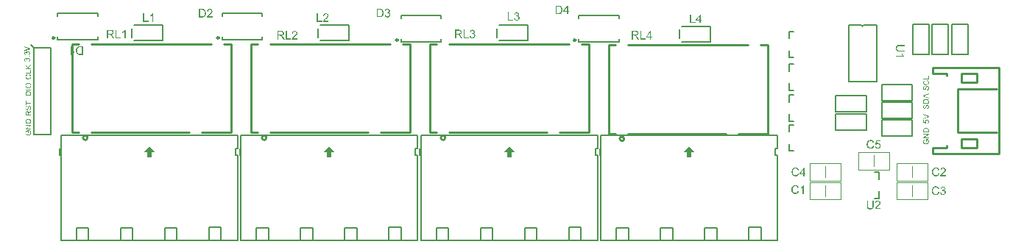
<source format=gbr>
G04*
G04 #@! TF.GenerationSoftware,Altium Limited,Altium Designer,23.0.1 (38)*
G04*
G04 Layer_Color=65535*
%FSLAX25Y25*%
%MOIN*%
G70*
G04*
G04 #@! TF.SameCoordinates,3E06254A-0F58-42D6-91FB-0DF0C2053515*
G04*
G04*
G04 #@! TF.FilePolarity,Positive*
G04*
G01*
G75*
%ADD10C,0.01000*%
%ADD11C,0.00787*%
%ADD12C,0.00984*%
%ADD13C,0.00500*%
%ADD14C,0.00700*%
%ADD15C,0.00394*%
%ADD16C,0.00800*%
G36*
X394961Y443461D02*
X392461Y440961D01*
X393961D01*
Y438461D01*
X395961D01*
Y440961D01*
X397461D01*
X394961Y443461D01*
D02*
G37*
G36*
X476494Y443494D02*
X473994Y440994D01*
X475494D01*
Y438494D01*
X477494D01*
Y440994D01*
X478994D01*
X476494Y443494D01*
D02*
G37*
G36*
X557994D02*
X555494Y440994D01*
X556994D01*
Y438494D01*
X558994D01*
Y440994D01*
X560494D01*
X557994Y443494D01*
D02*
G37*
G36*
X639480Y443480D02*
X636980Y440980D01*
X638480D01*
Y438480D01*
X640480D01*
Y440980D01*
X641980D01*
X639480Y443480D01*
D02*
G37*
G36*
X340270Y472324D02*
X340302D01*
X340342Y472320D01*
X340386Y472313D01*
X340434Y472309D01*
X340539Y472291D01*
X340655Y472262D01*
X340772Y472222D01*
X340830Y472200D01*
X340889Y472171D01*
X340892D01*
X340903Y472164D01*
X340918Y472157D01*
X340939Y472142D01*
X340965Y472127D01*
X340990Y472109D01*
X341060Y472058D01*
X341132Y471996D01*
X341209Y471924D01*
X341282Y471836D01*
X341347Y471734D01*
Y471731D01*
X341354Y471723D01*
X341362Y471705D01*
X341373Y471683D01*
X341384Y471658D01*
X341394Y471629D01*
X341409Y471592D01*
X341424Y471552D01*
X341438Y471509D01*
X341453Y471461D01*
X341475Y471356D01*
X341493Y471243D01*
X341500Y471123D01*
Y471086D01*
X341496Y471065D01*
Y471032D01*
X341489Y470995D01*
X341485Y470955D01*
X341478Y470908D01*
X341456Y470810D01*
X341427Y470704D01*
X341384Y470595D01*
X341358Y470540D01*
X341329Y470486D01*
X341325Y470482D01*
X341322Y470475D01*
X341311Y470460D01*
X341296Y470438D01*
X341282Y470417D01*
X341260Y470391D01*
X341205Y470329D01*
X341140Y470260D01*
X341060Y470187D01*
X340969Y470122D01*
X340863Y470060D01*
X340859D01*
X340848Y470053D01*
X340834Y470045D01*
X340812Y470038D01*
X340783Y470027D01*
X340750Y470016D01*
X340714Y470002D01*
X340674Y469991D01*
X340626Y469976D01*
X340579Y469962D01*
X340470Y469940D01*
X340357Y469925D01*
X340233Y469918D01*
X340230D01*
X340226D01*
X340204D01*
X340171Y469922D01*
X340128D01*
X340077Y469929D01*
X340015Y469936D01*
X339946Y469947D01*
X339873Y469962D01*
X339796Y469976D01*
X339716Y469998D01*
X339636Y470027D01*
X339553Y470060D01*
X339473Y470096D01*
X339392Y470144D01*
X339320Y470195D01*
X339250Y470253D01*
X339247Y470257D01*
X339236Y470267D01*
X339218Y470289D01*
X339196Y470315D01*
X339167Y470347D01*
X339138Y470388D01*
X339105Y470435D01*
X339072Y470489D01*
X339039Y470548D01*
X339007Y470613D01*
X338978Y470686D01*
X338948Y470762D01*
X338927Y470846D01*
X338908Y470933D01*
X338897Y471025D01*
X338894Y471123D01*
Y471156D01*
X338897Y471181D01*
Y471214D01*
X338901Y471247D01*
X338908Y471290D01*
X338916Y471334D01*
X338934Y471429D01*
X338963Y471538D01*
X339007Y471643D01*
X339032Y471698D01*
X339061Y471753D01*
X339065Y471756D01*
X339069Y471763D01*
X339079Y471778D01*
X339090Y471800D01*
X339108Y471822D01*
X339130Y471851D01*
X339181Y471913D01*
X339247Y471978D01*
X339327Y472051D01*
X339422Y472120D01*
X339527Y472178D01*
X339531D01*
X339542Y472186D01*
X339556Y472193D01*
X339578Y472200D01*
X339607Y472215D01*
X339640Y472226D01*
X339680Y472240D01*
X339724Y472255D01*
X339771Y472266D01*
X339822Y472280D01*
X339880Y472295D01*
X339938Y472306D01*
X340066Y472320D01*
X340204Y472328D01*
X340208D01*
X340222D01*
X340241D01*
X340270Y472324D01*
D02*
G37*
G36*
X341456Y469095D02*
X338937D01*
Y469430D01*
X341456D01*
Y469095D01*
D02*
G37*
G36*
X340259Y468578D02*
X340288D01*
X340357Y468575D01*
X340437Y468564D01*
X340521Y468553D01*
X340608Y468535D01*
X340696Y468513D01*
X340699D01*
X340706Y468509D01*
X340717Y468506D01*
X340732Y468502D01*
X340772Y468487D01*
X340823Y468466D01*
X340881Y468444D01*
X340939Y468415D01*
X341001Y468378D01*
X341060Y468342D01*
X341067Y468338D01*
X341085Y468324D01*
X341110Y468302D01*
X341143Y468273D01*
X341180Y468240D01*
X341216Y468200D01*
X341256Y468160D01*
X341289Y468113D01*
X341293Y468105D01*
X341303Y468091D01*
X341318Y468065D01*
X341336Y468029D01*
X341358Y467985D01*
X341376Y467934D01*
X341398Y467876D01*
X341416Y467810D01*
Y467803D01*
X341420Y467792D01*
X341424Y467781D01*
X341427Y467745D01*
X341435Y467694D01*
X341442Y467636D01*
X341449Y467566D01*
X341453Y467490D01*
X341456Y467406D01*
Y466500D01*
X338937D01*
Y467468D01*
X338941Y467534D01*
X338945Y467607D01*
X338952Y467679D01*
X338963Y467752D01*
X338974Y467814D01*
Y467818D01*
X338978Y467825D01*
Y467836D01*
X338985Y467850D01*
X338996Y467891D01*
X339014Y467941D01*
X339039Y468000D01*
X339072Y468062D01*
X339108Y468123D01*
X339156Y468182D01*
X339159Y468185D01*
X339163Y468189D01*
X339174Y468200D01*
X339185Y468214D01*
X339221Y468251D01*
X339272Y468294D01*
X339334Y468342D01*
X339407Y468393D01*
X339491Y468440D01*
X339585Y468480D01*
X339589D01*
X339596Y468484D01*
X339611Y468491D01*
X339633Y468495D01*
X339658Y468506D01*
X339687Y468513D01*
X339720Y468520D01*
X339760Y468531D01*
X339800Y468542D01*
X339847Y468549D01*
X339949Y468568D01*
X340062Y468578D01*
X340186Y468582D01*
X340190D01*
X340197D01*
X340215D01*
X340233D01*
X340259Y468578D01*
D02*
G37*
G36*
X340956Y488082D02*
Y487733D01*
X338437Y486758D01*
Y487121D01*
X340268Y487777D01*
X340272D01*
X340279Y487780D01*
X340290Y487784D01*
X340305Y487791D01*
X340327Y487795D01*
X340348Y487802D01*
X340403Y487820D01*
X340465Y487842D01*
X340534Y487864D01*
X340680Y487908D01*
X340676D01*
X340669Y487911D01*
X340658Y487915D01*
X340643Y487919D01*
X340603Y487930D01*
X340549Y487948D01*
X340487Y487966D01*
X340418Y487988D01*
X340345Y488013D01*
X340268Y488042D01*
X338437Y488727D01*
Y489065D01*
X340956Y488082D01*
D02*
G37*
G36*
X340268Y486583D02*
X340298Y486579D01*
X340330Y486572D01*
X340367Y486565D01*
X340407Y486557D01*
X340494Y486528D01*
X340541Y486506D01*
X340585Y486484D01*
X340632Y486455D01*
X340680Y486423D01*
X340727Y486386D01*
X340771Y486342D01*
X340774Y486339D01*
X340782Y486332D01*
X340792Y486317D01*
X340807Y486299D01*
X340825Y486277D01*
X340844Y486248D01*
X340865Y486215D01*
X340883Y486175D01*
X340905Y486135D01*
X340927Y486088D01*
X340945Y486040D01*
X340964Y485986D01*
X340978Y485928D01*
X340989Y485866D01*
X340996Y485804D01*
X341000Y485735D01*
Y485702D01*
X340996Y485680D01*
X340993Y485651D01*
X340989Y485618D01*
X340982Y485582D01*
X340974Y485542D01*
X340953Y485454D01*
X340916Y485363D01*
X340894Y485316D01*
X340869Y485272D01*
X340836Y485229D01*
X340803Y485185D01*
X340800Y485181D01*
X340792Y485174D01*
X340782Y485163D01*
X340767Y485152D01*
X340749Y485134D01*
X340723Y485116D01*
X340698Y485094D01*
X340665Y485072D01*
X340629Y485050D01*
X340592Y485029D01*
X340505Y484988D01*
X340403Y484956D01*
X340348Y484945D01*
X340290Y484937D01*
X340250Y485247D01*
X340254D01*
X340261Y485251D01*
X340276Y485254D01*
X340294Y485258D01*
X340316Y485261D01*
X340341Y485269D01*
X340396Y485287D01*
X340461Y485312D01*
X340523Y485345D01*
X340581Y485382D01*
X340632Y485425D01*
X340636Y485432D01*
X340651Y485447D01*
X340669Y485476D01*
X340687Y485513D01*
X340709Y485556D01*
X340727Y485611D01*
X340742Y485673D01*
X340745Y485738D01*
Y485760D01*
X340742Y485775D01*
X340738Y485815D01*
X340727Y485866D01*
X340709Y485924D01*
X340683Y485986D01*
X340647Y486048D01*
X340596Y486106D01*
X340589Y486113D01*
X340567Y486131D01*
X340534Y486153D01*
X340490Y486182D01*
X340436Y486211D01*
X340374Y486233D01*
X340301Y486251D01*
X340221Y486259D01*
X340217D01*
X340210D01*
X340199D01*
X340185Y486255D01*
X340145Y486251D01*
X340097Y486241D01*
X340039Y486226D01*
X339981Y486201D01*
X339923Y486164D01*
X339868Y486117D01*
X339861Y486110D01*
X339846Y486091D01*
X339824Y486062D01*
X339799Y486022D01*
X339773Y485971D01*
X339752Y485909D01*
X339737Y485840D01*
X339730Y485764D01*
Y485731D01*
X339733Y485706D01*
X339737Y485673D01*
X339744Y485636D01*
X339752Y485593D01*
X339762Y485545D01*
X339489Y485582D01*
Y485600D01*
X339493Y485614D01*
Y485662D01*
X339486Y485702D01*
X339478Y485749D01*
X339468Y485804D01*
X339449Y485866D01*
X339424Y485924D01*
X339391Y485986D01*
Y485989D01*
X339387Y485993D01*
X339373Y486011D01*
X339347Y486037D01*
X339315Y486066D01*
X339267Y486095D01*
X339213Y486121D01*
X339151Y486139D01*
X339114Y486146D01*
X339074D01*
X339071D01*
X339067D01*
X339045D01*
X339016Y486139D01*
X338976Y486131D01*
X338932Y486117D01*
X338885Y486099D01*
X338838Y486069D01*
X338794Y486029D01*
X338790Y486026D01*
X338776Y486008D01*
X338758Y485982D01*
X338736Y485949D01*
X338718Y485906D01*
X338700Y485855D01*
X338685Y485796D01*
X338681Y485731D01*
Y485702D01*
X338689Y485669D01*
X338696Y485625D01*
X338710Y485578D01*
X338729Y485531D01*
X338758Y485480D01*
X338794Y485432D01*
X338798Y485429D01*
X338816Y485414D01*
X338842Y485393D01*
X338878Y485367D01*
X338925Y485342D01*
X338983Y485316D01*
X339053Y485294D01*
X339133Y485280D01*
X339078Y484970D01*
X339074D01*
X339064Y484974D01*
X339049Y484977D01*
X339027Y484981D01*
X339002Y484988D01*
X338972Y484999D01*
X338903Y485021D01*
X338823Y485058D01*
X338743Y485101D01*
X338667Y485156D01*
X338598Y485225D01*
X338594Y485229D01*
X338590Y485236D01*
X338583Y485247D01*
X338572Y485261D01*
X338558Y485280D01*
X338543Y485305D01*
X338528Y485331D01*
X338510Y485363D01*
X338481Y485436D01*
X338452Y485520D01*
X338434Y485618D01*
X338426Y485669D01*
Y485760D01*
X338430Y485800D01*
X338437Y485848D01*
X338448Y485906D01*
X338467Y485971D01*
X338488Y486037D01*
X338517Y486102D01*
Y486106D01*
X338521Y486110D01*
X338532Y486131D01*
X338554Y486164D01*
X338579Y486201D01*
X338616Y486244D01*
X338656Y486288D01*
X338703Y486332D01*
X338758Y486368D01*
X338765Y486372D01*
X338783Y486383D01*
X338816Y486397D01*
X338856Y486415D01*
X338903Y486434D01*
X338958Y486448D01*
X339020Y486459D01*
X339082Y486463D01*
X339089D01*
X339111D01*
X339140Y486459D01*
X339180Y486452D01*
X339227Y486441D01*
X339278Y486423D01*
X339329Y486401D01*
X339380Y486372D01*
X339387Y486368D01*
X339402Y486357D01*
X339427Y486335D01*
X339457Y486306D01*
X339489Y486270D01*
X339526Y486226D01*
X339559Y486175D01*
X339591Y486113D01*
Y486117D01*
X339595Y486124D01*
X339599Y486135D01*
X339602Y486150D01*
X339617Y486190D01*
X339639Y486241D01*
X339668Y486299D01*
X339704Y486357D01*
X339752Y486412D01*
X339806Y486463D01*
X339813Y486466D01*
X339835Y486481D01*
X339872Y486503D01*
X339919Y486524D01*
X339977Y486546D01*
X340046Y486568D01*
X340126Y486583D01*
X340214Y486586D01*
X340217D01*
X340228D01*
X340247D01*
X340268Y486583D01*
D02*
G37*
G36*
X340956Y484129D02*
X340603D01*
Y484482D01*
X340956D01*
Y484129D01*
D02*
G37*
G36*
X340268Y483645D02*
X340298Y483642D01*
X340330Y483634D01*
X340367Y483627D01*
X340407Y483620D01*
X340494Y483591D01*
X340541Y483569D01*
X340585Y483547D01*
X340632Y483518D01*
X340680Y483485D01*
X340727Y483449D01*
X340771Y483405D01*
X340774Y483401D01*
X340782Y483394D01*
X340792Y483380D01*
X340807Y483361D01*
X340825Y483340D01*
X340844Y483310D01*
X340865Y483278D01*
X340883Y483238D01*
X340905Y483198D01*
X340927Y483150D01*
X340945Y483103D01*
X340964Y483048D01*
X340978Y482990D01*
X340989Y482928D01*
X340996Y482866D01*
X341000Y482797D01*
Y482764D01*
X340996Y482743D01*
X340993Y482713D01*
X340989Y482681D01*
X340982Y482644D01*
X340974Y482604D01*
X340953Y482517D01*
X340916Y482426D01*
X340894Y482379D01*
X340869Y482335D01*
X340836Y482291D01*
X340803Y482247D01*
X340800Y482244D01*
X340792Y482237D01*
X340782Y482226D01*
X340767Y482215D01*
X340749Y482197D01*
X340723Y482178D01*
X340698Y482157D01*
X340665Y482135D01*
X340629Y482113D01*
X340592Y482091D01*
X340505Y482051D01*
X340403Y482018D01*
X340348Y482007D01*
X340290Y482000D01*
X340250Y482309D01*
X340254D01*
X340261Y482313D01*
X340276Y482317D01*
X340294Y482320D01*
X340316Y482324D01*
X340341Y482331D01*
X340396Y482349D01*
X340461Y482375D01*
X340523Y482408D01*
X340581Y482444D01*
X340632Y482488D01*
X340636Y482495D01*
X340651Y482510D01*
X340669Y482539D01*
X340687Y482575D01*
X340709Y482619D01*
X340727Y482673D01*
X340742Y482735D01*
X340745Y482801D01*
Y482823D01*
X340742Y482837D01*
X340738Y482877D01*
X340727Y482928D01*
X340709Y482986D01*
X340683Y483048D01*
X340647Y483110D01*
X340596Y483168D01*
X340589Y483176D01*
X340567Y483194D01*
X340534Y483216D01*
X340490Y483245D01*
X340436Y483274D01*
X340374Y483296D01*
X340301Y483314D01*
X340221Y483321D01*
X340217D01*
X340210D01*
X340199D01*
X340185Y483318D01*
X340145Y483314D01*
X340097Y483303D01*
X340039Y483289D01*
X339981Y483263D01*
X339923Y483227D01*
X339868Y483179D01*
X339861Y483172D01*
X339846Y483154D01*
X339824Y483125D01*
X339799Y483085D01*
X339773Y483034D01*
X339752Y482972D01*
X339737Y482903D01*
X339730Y482826D01*
Y482794D01*
X339733Y482768D01*
X339737Y482735D01*
X339744Y482699D01*
X339752Y482655D01*
X339762Y482608D01*
X339489Y482644D01*
Y482662D01*
X339493Y482677D01*
Y482724D01*
X339486Y482764D01*
X339478Y482812D01*
X339468Y482866D01*
X339449Y482928D01*
X339424Y482986D01*
X339391Y483048D01*
Y483052D01*
X339387Y483056D01*
X339373Y483074D01*
X339347Y483099D01*
X339315Y483128D01*
X339267Y483157D01*
X339213Y483183D01*
X339151Y483201D01*
X339114Y483209D01*
X339074D01*
X339071D01*
X339067D01*
X339045D01*
X339016Y483201D01*
X338976Y483194D01*
X338932Y483179D01*
X338885Y483161D01*
X338838Y483132D01*
X338794Y483092D01*
X338790Y483088D01*
X338776Y483070D01*
X338758Y483045D01*
X338736Y483012D01*
X338718Y482968D01*
X338700Y482917D01*
X338685Y482859D01*
X338681Y482794D01*
Y482764D01*
X338689Y482732D01*
X338696Y482688D01*
X338710Y482641D01*
X338729Y482593D01*
X338758Y482542D01*
X338794Y482495D01*
X338798Y482491D01*
X338816Y482477D01*
X338842Y482455D01*
X338878Y482430D01*
X338925Y482404D01*
X338983Y482379D01*
X339053Y482357D01*
X339133Y482342D01*
X339078Y482033D01*
X339074D01*
X339064Y482036D01*
X339049Y482040D01*
X339027Y482044D01*
X339002Y482051D01*
X338972Y482062D01*
X338903Y482084D01*
X338823Y482120D01*
X338743Y482164D01*
X338667Y482218D01*
X338598Y482288D01*
X338594Y482291D01*
X338590Y482299D01*
X338583Y482309D01*
X338572Y482324D01*
X338558Y482342D01*
X338543Y482368D01*
X338528Y482393D01*
X338510Y482426D01*
X338481Y482499D01*
X338452Y482582D01*
X338434Y482681D01*
X338426Y482732D01*
Y482823D01*
X338430Y482863D01*
X338437Y482910D01*
X338448Y482968D01*
X338467Y483034D01*
X338488Y483099D01*
X338517Y483165D01*
Y483168D01*
X338521Y483172D01*
X338532Y483194D01*
X338554Y483227D01*
X338579Y483263D01*
X338616Y483307D01*
X338656Y483350D01*
X338703Y483394D01*
X338758Y483430D01*
X338765Y483434D01*
X338783Y483445D01*
X338816Y483460D01*
X338856Y483478D01*
X338903Y483496D01*
X338958Y483511D01*
X339020Y483522D01*
X339082Y483525D01*
X339089D01*
X339111D01*
X339140Y483522D01*
X339180Y483514D01*
X339227Y483503D01*
X339278Y483485D01*
X339329Y483463D01*
X339380Y483434D01*
X339387Y483430D01*
X339402Y483420D01*
X339427Y483398D01*
X339457Y483369D01*
X339489Y483332D01*
X339526Y483289D01*
X339559Y483238D01*
X339591Y483176D01*
Y483179D01*
X339595Y483187D01*
X339599Y483198D01*
X339602Y483212D01*
X339617Y483252D01*
X339639Y483303D01*
X339668Y483361D01*
X339704Y483420D01*
X339752Y483474D01*
X339806Y483525D01*
X339813Y483529D01*
X339835Y483543D01*
X339872Y483565D01*
X339919Y483587D01*
X339977Y483609D01*
X340046Y483631D01*
X340126Y483645D01*
X340214Y483649D01*
X340217D01*
X340228D01*
X340247D01*
X340268Y483645D01*
D02*
G37*
G36*
X341456Y480224D02*
X340186Y479329D01*
X340583Y478918D01*
X341456D01*
Y478583D01*
X338937D01*
Y478918D01*
X340190D01*
X338937Y480162D01*
Y480618D01*
X339960Y479562D01*
X341456Y480665D01*
Y480224D01*
D02*
G37*
G36*
Y476624D02*
X338937D01*
Y476959D01*
X341158D01*
Y478201D01*
X341456D01*
Y476624D01*
D02*
G37*
G36*
X340677Y476224D02*
X340699Y476217D01*
X340728Y476206D01*
X340761Y476195D01*
X340801Y476180D01*
X340845Y476162D01*
X340892Y476140D01*
X340994Y476089D01*
X341096Y476024D01*
X341147Y475984D01*
X341198Y475944D01*
X341242Y475900D01*
X341285Y475849D01*
X341289Y475845D01*
X341296Y475838D01*
X341303Y475820D01*
X341318Y475802D01*
X341336Y475773D01*
X341354Y475744D01*
X341373Y475703D01*
X341391Y475664D01*
X341413Y475616D01*
X341431Y475565D01*
X341449Y475511D01*
X341467Y475452D01*
X341482Y475390D01*
X341489Y475325D01*
X341496Y475256D01*
X341500Y475183D01*
Y475143D01*
X341496Y475114D01*
Y475081D01*
X341493Y475041D01*
X341485Y474997D01*
X341478Y474946D01*
X341460Y474841D01*
X341431Y474732D01*
X341391Y474622D01*
X341365Y474572D01*
X341336Y474520D01*
X341333Y474517D01*
X341329Y474510D01*
X341318Y474495D01*
X341303Y474480D01*
X341289Y474459D01*
X341267Y474433D01*
X341242Y474404D01*
X341212Y474375D01*
X341180Y474346D01*
X341147Y474313D01*
X341063Y474248D01*
X340965Y474186D01*
X340856Y474131D01*
X340852D01*
X340841Y474124D01*
X340823Y474120D01*
X340801Y474109D01*
X340772Y474102D01*
X340736Y474091D01*
X340696Y474076D01*
X340652Y474065D01*
X340605Y474055D01*
X340550Y474040D01*
X340437Y474022D01*
X340310Y474007D01*
X340179Y474000D01*
X340175D01*
X340160D01*
X340139D01*
X340113Y474004D01*
X340077D01*
X340040Y474007D01*
X339993Y474011D01*
X339946Y474018D01*
X339840Y474036D01*
X339724Y474062D01*
X339607Y474098D01*
X339494Y474149D01*
X339491Y474153D01*
X339480Y474157D01*
X339465Y474164D01*
X339447Y474178D01*
X339422Y474193D01*
X339392Y474211D01*
X339327Y474258D01*
X339254Y474320D01*
X339181Y474393D01*
X339108Y474477D01*
X339047Y474575D01*
X339043Y474579D01*
X339039Y474590D01*
X339032Y474604D01*
X339021Y474622D01*
X339010Y474652D01*
X338999Y474681D01*
X338985Y474717D01*
X338970Y474757D01*
X338956Y474801D01*
X338941Y474848D01*
X338919Y474950D01*
X338901Y475067D01*
X338894Y475187D01*
Y475223D01*
X338897Y475248D01*
X338901Y475281D01*
X338905Y475321D01*
X338908Y475361D01*
X338919Y475409D01*
X338941Y475507D01*
X338974Y475616D01*
X338996Y475671D01*
X339021Y475722D01*
X339054Y475773D01*
X339087Y475824D01*
X339090Y475827D01*
X339094Y475835D01*
X339105Y475849D01*
X339123Y475867D01*
X339141Y475885D01*
X339167Y475911D01*
X339196Y475937D01*
X339225Y475966D01*
X339261Y475995D01*
X339305Y476024D01*
X339349Y476057D01*
X339396Y476086D01*
X339451Y476111D01*
X339505Y476140D01*
X339563Y476162D01*
X339629Y476184D01*
X339705Y475856D01*
X339702D01*
X339695Y475853D01*
X339680Y475845D01*
X339662Y475838D01*
X339640Y475831D01*
X339611Y475820D01*
X339553Y475791D01*
X339487Y475754D01*
X339422Y475711D01*
X339360Y475656D01*
X339305Y475598D01*
X339298Y475591D01*
X339283Y475569D01*
X339265Y475532D01*
X339240Y475485D01*
X339218Y475423D01*
X339196Y475354D01*
X339181Y475270D01*
X339178Y475179D01*
Y475150D01*
X339181Y475132D01*
Y475107D01*
X339185Y475077D01*
X339196Y475008D01*
X339210Y474932D01*
X339236Y474852D01*
X339272Y474768D01*
X339320Y474692D01*
Y474688D01*
X339327Y474684D01*
X339345Y474659D01*
X339374Y474626D01*
X339418Y474586D01*
X339473Y474539D01*
X339534Y474495D01*
X339611Y474455D01*
X339695Y474419D01*
X339698D01*
X339705Y474415D01*
X339716Y474411D01*
X339735Y474408D01*
X339756Y474400D01*
X339782Y474393D01*
X339844Y474382D01*
X339917Y474368D01*
X339997Y474353D01*
X340084Y474346D01*
X340179Y474342D01*
X340182D01*
X340193D01*
X340211D01*
X340233D01*
X340259Y474346D01*
X340292D01*
X340328Y474349D01*
X340368Y474353D01*
X340455Y474364D01*
X340550Y474382D01*
X340645Y474404D01*
X340739Y474433D01*
X340743D01*
X340750Y474437D01*
X340761Y474444D01*
X340779Y474451D01*
X340823Y474473D01*
X340874Y474506D01*
X340932Y474546D01*
X340994Y474597D01*
X341049Y474655D01*
X341100Y474724D01*
Y474728D01*
X341103Y474735D01*
X341110Y474746D01*
X341118Y474761D01*
X341125Y474779D01*
X341136Y474801D01*
X341158Y474852D01*
X341180Y474917D01*
X341198Y474990D01*
X341212Y475070D01*
X341216Y475154D01*
Y475179D01*
X341212Y475201D01*
Y475227D01*
X341209Y475252D01*
X341194Y475318D01*
X341176Y475394D01*
X341147Y475471D01*
X341107Y475551D01*
X341085Y475591D01*
X341056Y475627D01*
X341052Y475631D01*
X341049Y475634D01*
X341038Y475645D01*
X341027Y475660D01*
X341009Y475674D01*
X340987Y475693D01*
X340965Y475714D01*
X340936Y475733D01*
X340903Y475754D01*
X340867Y475780D01*
X340830Y475802D01*
X340787Y475824D01*
X340739Y475842D01*
X340688Y475860D01*
X340634Y475878D01*
X340575Y475893D01*
X340659Y476228D01*
X340663D01*
X340677Y476224D01*
D02*
G37*
G36*
X339236Y463360D02*
X341456D01*
Y463026D01*
X339236D01*
Y462196D01*
X338937D01*
Y464190D01*
X339236D01*
Y463360D01*
D02*
G37*
G36*
X340823Y461919D02*
X340874Y461912D01*
X340932Y461897D01*
X340994Y461879D01*
X341060Y461850D01*
X341129Y461810D01*
X341132D01*
X341136Y461806D01*
X341158Y461788D01*
X341191Y461762D01*
X341227Y461726D01*
X341271Y461679D01*
X341318Y461621D01*
X341362Y461555D01*
X341402Y461479D01*
Y461475D01*
X341405Y461468D01*
X341409Y461457D01*
X341416Y461442D01*
X341424Y461420D01*
X341435Y461395D01*
X341449Y461337D01*
X341467Y461267D01*
X341485Y461184D01*
X341496Y461093D01*
X341500Y460994D01*
Y460936D01*
X341496Y460907D01*
Y460874D01*
X341493Y460838D01*
X341489Y460794D01*
X341475Y460703D01*
X341460Y460609D01*
X341435Y460514D01*
X341402Y460423D01*
Y460419D01*
X341398Y460412D01*
X341391Y460401D01*
X341384Y460387D01*
X341362Y460343D01*
X341329Y460292D01*
X341285Y460234D01*
X341234Y460172D01*
X341172Y460113D01*
X341103Y460059D01*
X341100D01*
X341092Y460052D01*
X341081Y460048D01*
X341067Y460037D01*
X341049Y460030D01*
X341027Y460019D01*
X340972Y459993D01*
X340903Y459968D01*
X340827Y459946D01*
X340739Y459932D01*
X340648Y459924D01*
X340619Y460237D01*
X340623D01*
X340626D01*
X340637Y460241D01*
X340652D01*
X340685Y460248D01*
X340732Y460259D01*
X340779Y460274D01*
X340834Y460288D01*
X340885Y460314D01*
X340932Y460339D01*
X340936Y460343D01*
X340950Y460354D01*
X340976Y460372D01*
X341001Y460401D01*
X341034Y460437D01*
X341067Y460477D01*
X341100Y460532D01*
X341129Y460590D01*
Y460594D01*
X341132Y460598D01*
X341136Y460609D01*
X341140Y460619D01*
X341151Y460656D01*
X341165Y460703D01*
X341180Y460761D01*
X341191Y460827D01*
X341198Y460900D01*
X341201Y460980D01*
Y461013D01*
X341198Y461049D01*
X341194Y461093D01*
X341187Y461144D01*
X341180Y461202D01*
X341165Y461260D01*
X341147Y461315D01*
X341143Y461322D01*
X341136Y461340D01*
X341121Y461366D01*
X341107Y461398D01*
X341081Y461431D01*
X341056Y461468D01*
X341027Y461504D01*
X340990Y461533D01*
X340987Y461537D01*
X340972Y461544D01*
X340954Y461555D01*
X340925Y461569D01*
X340896Y461584D01*
X340859Y461595D01*
X340819Y461602D01*
X340776Y461606D01*
X340772D01*
X340754D01*
X340732Y461602D01*
X340703Y461599D01*
X340674Y461588D01*
X340637Y461577D01*
X340601Y461559D01*
X340568Y461533D01*
X340564Y461529D01*
X340554Y461519D01*
X340539Y461504D01*
X340517Y461479D01*
X340495Y461449D01*
X340470Y461409D01*
X340444Y461362D01*
X340423Y461307D01*
X340419Y461304D01*
X340415Y461286D01*
X340404Y461257D01*
X340401Y461238D01*
X340393Y461213D01*
X340383Y461187D01*
X340375Y461155D01*
X340364Y461118D01*
X340353Y461074D01*
X340342Y461031D01*
X340328Y460980D01*
X340313Y460922D01*
X340299Y460860D01*
Y460856D01*
X340295Y460845D01*
X340292Y460827D01*
X340284Y460805D01*
X340277Y460776D01*
X340270Y460743D01*
X340248Y460670D01*
X340222Y460590D01*
X340197Y460507D01*
X340171Y460434D01*
X340157Y460401D01*
X340142Y460372D01*
Y460368D01*
X340139Y460365D01*
X340124Y460343D01*
X340106Y460310D01*
X340077Y460274D01*
X340044Y460230D01*
X340004Y460186D01*
X339957Y460143D01*
X339906Y460106D01*
X339898Y460103D01*
X339880Y460092D01*
X339851Y460077D01*
X339815Y460063D01*
X339767Y460048D01*
X339713Y460033D01*
X339654Y460022D01*
X339593Y460019D01*
X339589D01*
X339585D01*
X339574D01*
X339560D01*
X339524Y460026D01*
X339476Y460033D01*
X339422Y460044D01*
X339360Y460063D01*
X339298Y460088D01*
X339236Y460124D01*
X339232D01*
X339229Y460128D01*
X339207Y460146D01*
X339178Y460172D01*
X339141Y460205D01*
X339101Y460248D01*
X339058Y460303D01*
X339018Y460368D01*
X338981Y460441D01*
Y460445D01*
X338978Y460452D01*
X338974Y460463D01*
X338967Y460477D01*
X338959Y460496D01*
X338952Y460521D01*
X338937Y460576D01*
X338923Y460645D01*
X338908Y460725D01*
X338897Y460809D01*
X338894Y460903D01*
Y460951D01*
X338897Y460976D01*
Y461002D01*
X338905Y461071D01*
X338916Y461147D01*
X338934Y461227D01*
X338956Y461315D01*
X338985Y461395D01*
Y461398D01*
X338988Y461406D01*
X338996Y461417D01*
X339003Y461431D01*
X339021Y461468D01*
X339054Y461515D01*
X339090Y461569D01*
X339138Y461624D01*
X339192Y461675D01*
X339254Y461722D01*
X339258D01*
X339261Y461726D01*
X339272Y461733D01*
X339283Y461741D01*
X339320Y461759D01*
X339367Y461781D01*
X339425Y461806D01*
X339494Y461824D01*
X339567Y461842D01*
X339647Y461850D01*
X339673Y461529D01*
X339669D01*
X339662D01*
X339651Y461526D01*
X339633Y461522D01*
X339593Y461511D01*
X339538Y461497D01*
X339480Y461475D01*
X339422Y461442D01*
X339367Y461402D01*
X339316Y461351D01*
X339312Y461344D01*
X339298Y461326D01*
X339276Y461289D01*
X339254Y461242D01*
X339232Y461180D01*
X339210Y461107D01*
X339196Y461016D01*
X339192Y460914D01*
Y460863D01*
X339196Y460842D01*
X339199Y460812D01*
X339207Y460747D01*
X339221Y460674D01*
X339240Y460601D01*
X339269Y460532D01*
X339287Y460503D01*
X339305Y460474D01*
X339309Y460467D01*
X339323Y460452D01*
X339349Y460430D01*
X339378Y460408D01*
X339418Y460383D01*
X339462Y460361D01*
X339513Y460347D01*
X339571Y460339D01*
X339578D01*
X339593D01*
X339618Y460343D01*
X339647Y460350D01*
X339684Y460361D01*
X339720Y460379D01*
X339756Y460401D01*
X339793Y460434D01*
X339796Y460437D01*
X339807Y460456D01*
X339818Y460470D01*
X339826Y460485D01*
X339837Y460507D01*
X339851Y460532D01*
X339862Y460565D01*
X339877Y460601D01*
X339891Y460641D01*
X339909Y460689D01*
X339924Y460740D01*
X339942Y460798D01*
X339957Y460863D01*
X339975Y460936D01*
Y460940D01*
X339979Y460954D01*
X339982Y460976D01*
X339989Y461002D01*
X339997Y461034D01*
X340008Y461074D01*
X340019Y461115D01*
X340029Y461158D01*
X340055Y461253D01*
X340080Y461344D01*
X340095Y461387D01*
X340109Y461428D01*
X340120Y461464D01*
X340135Y461493D01*
Y461497D01*
X340139Y461504D01*
X340146Y461515D01*
X340153Y461529D01*
X340175Y461569D01*
X340204Y461617D01*
X340244Y461671D01*
X340288Y461726D01*
X340339Y461777D01*
X340393Y461821D01*
X340401Y461824D01*
X340419Y461839D01*
X340452Y461853D01*
X340495Y461875D01*
X340546Y461894D01*
X340608Y461912D01*
X340677Y461923D01*
X340750Y461926D01*
X340754D01*
X340757D01*
X340768D01*
X340783D01*
X340823Y461919D01*
D02*
G37*
G36*
X341456Y459298D02*
X340932Y458967D01*
X340929D01*
X340921Y458960D01*
X340910Y458952D01*
X340896Y458941D01*
X340856Y458916D01*
X340805Y458883D01*
X340750Y458843D01*
X340692Y458803D01*
X340637Y458763D01*
X340586Y458727D01*
X340583Y458723D01*
X340568Y458712D01*
X340546Y458694D01*
X340521Y458668D01*
X340466Y458614D01*
X340441Y458585D01*
X340419Y458556D01*
X340415Y458552D01*
X340412Y458545D01*
X340404Y458530D01*
X340393Y458508D01*
X340383Y458486D01*
X340372Y458461D01*
X340353Y458403D01*
Y458399D01*
X340350Y458392D01*
Y458377D01*
X340346Y458359D01*
X340342Y458334D01*
Y458304D01*
X340339Y458264D01*
Y457835D01*
X341456D01*
Y457500D01*
X338937D01*
Y458668D01*
X338941Y458698D01*
Y458730D01*
X338945Y458807D01*
X338956Y458887D01*
X338967Y458974D01*
X338985Y459054D01*
X338996Y459094D01*
X339007Y459127D01*
Y459131D01*
X339010Y459134D01*
X339021Y459156D01*
X339036Y459189D01*
X339061Y459229D01*
X339094Y459273D01*
X339138Y459320D01*
X339189Y459364D01*
X339247Y459407D01*
X339250D01*
X339254Y459411D01*
X339276Y459426D01*
X339312Y459440D01*
X339360Y459462D01*
X339414Y459480D01*
X339480Y459498D01*
X339549Y459509D01*
X339625Y459513D01*
X339629D01*
X339636D01*
X339651D01*
X339669Y459509D01*
X339695D01*
X339720Y459506D01*
X339782Y459491D01*
X339855Y459469D01*
X339931Y459440D01*
X340008Y459396D01*
X340044Y459367D01*
X340080Y459338D01*
X340084Y459335D01*
X340088Y459331D01*
X340099Y459320D01*
X340109Y459305D01*
X340124Y459287D01*
X340139Y459265D01*
X340157Y459236D01*
X340179Y459207D01*
X340197Y459171D01*
X340215Y459131D01*
X340237Y459087D01*
X340255Y459040D01*
X340270Y458985D01*
X340288Y458930D01*
X340299Y458869D01*
X340310Y458803D01*
X340313Y458810D01*
X340321Y458825D01*
X340335Y458847D01*
X340350Y458876D01*
X340390Y458941D01*
X340415Y458974D01*
X340437Y459003D01*
X340444Y459011D01*
X340463Y459029D01*
X340492Y459058D01*
X340528Y459094D01*
X340579Y459134D01*
X340634Y459182D01*
X340699Y459229D01*
X340772Y459280D01*
X341456Y459713D01*
Y459298D01*
D02*
G37*
G36*
X340259Y455944D02*
X340288D01*
X340357Y455940D01*
X340437Y455929D01*
X340521Y455918D01*
X340608Y455900D01*
X340696Y455878D01*
X340699D01*
X340706Y455875D01*
X340717Y455871D01*
X340732Y455867D01*
X340772Y455853D01*
X340823Y455831D01*
X340881Y455809D01*
X340939Y455780D01*
X341001Y455744D01*
X341060Y455707D01*
X341067Y455704D01*
X341085Y455689D01*
X341110Y455667D01*
X341143Y455638D01*
X341180Y455605D01*
X341216Y455565D01*
X341256Y455525D01*
X341289Y455478D01*
X341293Y455471D01*
X341303Y455456D01*
X341318Y455431D01*
X341336Y455394D01*
X341358Y455350D01*
X341376Y455300D01*
X341398Y455241D01*
X341416Y455176D01*
Y455168D01*
X341420Y455158D01*
X341424Y455147D01*
X341427Y455110D01*
X341435Y455059D01*
X341442Y455001D01*
X341449Y454932D01*
X341453Y454855D01*
X341456Y454772D01*
Y453865D01*
X338937D01*
Y454834D01*
X338941Y454899D01*
X338945Y454972D01*
X338952Y455045D01*
X338963Y455118D01*
X338974Y455179D01*
Y455183D01*
X338978Y455190D01*
Y455201D01*
X338985Y455216D01*
X338996Y455256D01*
X339014Y455307D01*
X339039Y455365D01*
X339072Y455427D01*
X339108Y455489D01*
X339156Y455547D01*
X339159Y455551D01*
X339163Y455554D01*
X339174Y455565D01*
X339185Y455580D01*
X339221Y455616D01*
X339272Y455660D01*
X339334Y455707D01*
X339407Y455758D01*
X339491Y455805D01*
X339585Y455845D01*
X339589D01*
X339596Y455849D01*
X339611Y455856D01*
X339633Y455860D01*
X339658Y455871D01*
X339687Y455878D01*
X339720Y455886D01*
X339760Y455897D01*
X339800Y455907D01*
X339847Y455915D01*
X339949Y455933D01*
X340062Y455944D01*
X340186Y455947D01*
X340190D01*
X340197D01*
X340215D01*
X340233D01*
X340259Y455944D01*
D02*
G37*
G36*
X341456Y452959D02*
X339480Y451641D01*
X341456D01*
Y451321D01*
X338937D01*
Y451663D01*
X340918Y452985D01*
X338937D01*
Y453305D01*
X341456D01*
Y452959D01*
D02*
G37*
G36*
X341110Y450830D02*
X341114Y450822D01*
X341125Y450808D01*
X341140Y450790D01*
X341154Y450768D01*
X341172Y450742D01*
X341194Y450709D01*
X341216Y450677D01*
X341263Y450600D01*
X341314Y450513D01*
X341362Y450422D01*
X341402Y450324D01*
Y450320D01*
X341405Y450313D01*
X341409Y450298D01*
X341416Y450280D01*
X341424Y450254D01*
X341435Y450225D01*
X341442Y450193D01*
X341449Y450160D01*
X341467Y450080D01*
X341485Y449989D01*
X341496Y449891D01*
X341500Y449789D01*
Y449752D01*
X341496Y449727D01*
Y449694D01*
X341493Y449654D01*
X341485Y449610D01*
X341482Y449563D01*
X341460Y449457D01*
X341435Y449344D01*
X341394Y449228D01*
X341373Y449170D01*
X341343Y449112D01*
X341340Y449108D01*
X341336Y449097D01*
X341325Y449082D01*
X341314Y449061D01*
X341296Y449035D01*
X341278Y449010D01*
X341227Y448940D01*
X341161Y448868D01*
X341081Y448791D01*
X340990Y448718D01*
X340885Y448653D01*
X340881D01*
X340870Y448646D01*
X340856Y448638D01*
X340830Y448627D01*
X340805Y448617D01*
X340768Y448606D01*
X340732Y448591D01*
X340688Y448576D01*
X340641Y448562D01*
X340586Y448547D01*
X340532Y448536D01*
X340474Y448525D01*
X340346Y448507D01*
X340211Y448500D01*
X340208D01*
X340193D01*
X340175D01*
X340150Y448504D01*
X340117D01*
X340077Y448507D01*
X340037Y448515D01*
X339989Y448518D01*
X339938Y448529D01*
X339884Y448536D01*
X339767Y448565D01*
X339647Y448602D01*
X339527Y448653D01*
X339524Y448657D01*
X339513Y448660D01*
X339498Y448667D01*
X339476Y448682D01*
X339447Y448697D01*
X339418Y448715D01*
X339349Y448766D01*
X339269Y448828D01*
X339192Y448904D01*
X339116Y448991D01*
X339083Y449042D01*
X339050Y449093D01*
X339047Y449097D01*
X339043Y449108D01*
X339036Y449122D01*
X339025Y449144D01*
X339014Y449173D01*
X338999Y449206D01*
X338985Y449243D01*
X338970Y449286D01*
X338956Y449334D01*
X338945Y449384D01*
X338930Y449439D01*
X338919Y449497D01*
X338901Y449625D01*
X338894Y449690D01*
Y449807D01*
X338897Y449829D01*
Y449858D01*
X338905Y449927D01*
X338916Y450003D01*
X338934Y450083D01*
X338956Y450171D01*
X338985Y450254D01*
Y450258D01*
X338988Y450265D01*
X338992Y450276D01*
X338999Y450291D01*
X339021Y450331D01*
X339047Y450382D01*
X339083Y450436D01*
X339127Y450495D01*
X339174Y450549D01*
X339232Y450600D01*
X339240Y450608D01*
X339261Y450622D01*
X339294Y450644D01*
X339341Y450673D01*
X339400Y450702D01*
X339473Y450735D01*
X339553Y450768D01*
X339644Y450793D01*
X339724Y450491D01*
X339720D01*
X339716Y450487D01*
X339705Y450484D01*
X339691Y450480D01*
X339658Y450469D01*
X339615Y450455D01*
X339563Y450433D01*
X339516Y450407D01*
X339465Y450382D01*
X339422Y450349D01*
X339418Y450346D01*
X339403Y450335D01*
X339385Y450313D01*
X339360Y450287D01*
X339331Y450254D01*
X339301Y450211D01*
X339272Y450164D01*
X339247Y450109D01*
X339243Y450102D01*
X339236Y450083D01*
X339225Y450051D01*
X339210Y450007D01*
X339199Y449956D01*
X339189Y449898D01*
X339181Y449832D01*
X339178Y449763D01*
Y449723D01*
X339181Y449705D01*
Y449683D01*
X339185Y449628D01*
X339196Y449567D01*
X339207Y449497D01*
X339225Y449432D01*
X339250Y449366D01*
X339254Y449359D01*
X339261Y449337D01*
X339280Y449308D01*
X339298Y449272D01*
X339327Y449228D01*
X339356Y449181D01*
X339392Y449137D01*
X339433Y449097D01*
X339436Y449093D01*
X339451Y449079D01*
X339476Y449061D01*
X339505Y449039D01*
X339542Y449013D01*
X339585Y448988D01*
X339633Y448962D01*
X339684Y448937D01*
X339687D01*
X339695Y448933D01*
X339705Y448930D01*
X339724Y448922D01*
X339745Y448915D01*
X339771Y448908D01*
X339800Y448897D01*
X339833Y448889D01*
X339909Y448871D01*
X339997Y448857D01*
X340088Y448846D01*
X340190Y448842D01*
X340193D01*
X340204D01*
X340222D01*
X340244Y448846D01*
X340273D01*
X340310Y448849D01*
X340346Y448853D01*
X340386Y448857D01*
X340477Y448871D01*
X340572Y448889D01*
X340666Y448919D01*
X340757Y448955D01*
X340761D01*
X340768Y448962D01*
X340779Y448966D01*
X340794Y448977D01*
X340834Y449002D01*
X340885Y449042D01*
X340939Y449090D01*
X340994Y449148D01*
X341045Y449217D01*
X341092Y449294D01*
Y449297D01*
X341096Y449304D01*
X341103Y449315D01*
X341110Y449334D01*
X341118Y449352D01*
X341125Y449377D01*
X341147Y449436D01*
X341165Y449508D01*
X341183Y449588D01*
X341198Y449676D01*
X341201Y449767D01*
Y449803D01*
X341198Y449825D01*
Y449847D01*
X341191Y449901D01*
X341183Y449967D01*
X341169Y450036D01*
X341147Y450112D01*
X341121Y450189D01*
Y450193D01*
X341118Y450200D01*
X341114Y450207D01*
X341107Y450222D01*
X341089Y450262D01*
X341067Y450305D01*
X341041Y450356D01*
X341012Y450411D01*
X340980Y450462D01*
X340943Y450506D01*
X340470D01*
Y449763D01*
X340171D01*
Y450833D01*
X341107D01*
X341110Y450830D01*
D02*
G37*
G36*
X747956Y473987D02*
X745437D01*
Y474322D01*
X747658D01*
Y475563D01*
X747956D01*
Y473987D01*
D02*
G37*
G36*
X747177Y473586D02*
X747199Y473579D01*
X747228Y473568D01*
X747261Y473557D01*
X747301Y473543D01*
X747345Y473525D01*
X747392Y473503D01*
X747494Y473452D01*
X747596Y473386D01*
X747647Y473346D01*
X747698Y473306D01*
X747742Y473262D01*
X747785Y473211D01*
X747789Y473208D01*
X747796Y473201D01*
X747803Y473182D01*
X747818Y473164D01*
X747836Y473135D01*
X747854Y473106D01*
X747873Y473066D01*
X747891Y473026D01*
X747913Y472978D01*
X747931Y472928D01*
X747949Y472873D01*
X747967Y472815D01*
X747982Y472753D01*
X747989Y472687D01*
X747996Y472618D01*
X748000Y472545D01*
Y472505D01*
X747996Y472476D01*
Y472443D01*
X747993Y472403D01*
X747985Y472360D01*
X747978Y472309D01*
X747960Y472203D01*
X747931Y472094D01*
X747891Y471985D01*
X747865Y471934D01*
X747836Y471883D01*
X747833Y471879D01*
X747829Y471872D01*
X747818Y471857D01*
X747803Y471843D01*
X747789Y471821D01*
X747767Y471796D01*
X747742Y471766D01*
X747712Y471737D01*
X747680Y471708D01*
X747647Y471675D01*
X747563Y471610D01*
X747465Y471548D01*
X747356Y471493D01*
X747352D01*
X747341Y471486D01*
X747323Y471483D01*
X747301Y471472D01*
X747272Y471464D01*
X747236Y471453D01*
X747196Y471439D01*
X747152Y471428D01*
X747105Y471417D01*
X747050Y471402D01*
X746937Y471384D01*
X746810Y471370D01*
X746679Y471362D01*
X746675D01*
X746661D01*
X746639D01*
X746613Y471366D01*
X746577D01*
X746540Y471370D01*
X746493Y471373D01*
X746446Y471381D01*
X746340Y471399D01*
X746224Y471424D01*
X746107Y471461D01*
X745994Y471512D01*
X745991Y471515D01*
X745980Y471519D01*
X745965Y471526D01*
X745947Y471541D01*
X745922Y471555D01*
X745892Y471573D01*
X745827Y471621D01*
X745754Y471683D01*
X745681Y471756D01*
X745609Y471839D01*
X745547Y471938D01*
X745543Y471941D01*
X745539Y471952D01*
X745532Y471967D01*
X745521Y471985D01*
X745510Y472014D01*
X745499Y472043D01*
X745485Y472079D01*
X745470Y472120D01*
X745456Y472163D01*
X745441Y472211D01*
X745419Y472312D01*
X745401Y472429D01*
X745394Y472549D01*
Y472585D01*
X745397Y472611D01*
X745401Y472644D01*
X745405Y472684D01*
X745408Y472724D01*
X745419Y472771D01*
X745441Y472869D01*
X745474Y472978D01*
X745496Y473033D01*
X745521Y473084D01*
X745554Y473135D01*
X745587Y473186D01*
X745590Y473190D01*
X745594Y473197D01*
X745605Y473211D01*
X745623Y473230D01*
X745641Y473248D01*
X745667Y473273D01*
X745696Y473299D01*
X745725Y473328D01*
X745761Y473357D01*
X745805Y473386D01*
X745849Y473419D01*
X745896Y473448D01*
X745951Y473474D01*
X746005Y473503D01*
X746064Y473525D01*
X746129Y473546D01*
X746206Y473219D01*
X746202D01*
X746195Y473215D01*
X746180Y473208D01*
X746162Y473201D01*
X746140Y473193D01*
X746111Y473182D01*
X746053Y473153D01*
X745987Y473117D01*
X745922Y473073D01*
X745860Y473019D01*
X745805Y472960D01*
X745798Y472953D01*
X745783Y472931D01*
X745765Y472895D01*
X745740Y472848D01*
X745718Y472786D01*
X745696Y472716D01*
X745681Y472633D01*
X745678Y472542D01*
Y472513D01*
X745681Y472494D01*
Y472469D01*
X745685Y472440D01*
X745696Y472371D01*
X745710Y472294D01*
X745736Y472214D01*
X745772Y472130D01*
X745820Y472054D01*
Y472050D01*
X745827Y472047D01*
X745845Y472021D01*
X745874Y471988D01*
X745918Y471948D01*
X745972Y471901D01*
X746034Y471857D01*
X746111Y471817D01*
X746195Y471781D01*
X746198D01*
X746206Y471777D01*
X746216Y471774D01*
X746235Y471770D01*
X746256Y471763D01*
X746282Y471756D01*
X746344Y471745D01*
X746417Y471730D01*
X746497Y471715D01*
X746584Y471708D01*
X746679Y471704D01*
X746682D01*
X746693D01*
X746711D01*
X746733D01*
X746759Y471708D01*
X746792D01*
X746828Y471712D01*
X746868Y471715D01*
X746955Y471726D01*
X747050Y471745D01*
X747145Y471766D01*
X747239Y471796D01*
X747243D01*
X747250Y471799D01*
X747261Y471806D01*
X747279Y471814D01*
X747323Y471836D01*
X747374Y471868D01*
X747432Y471908D01*
X747494Y471959D01*
X747549Y472018D01*
X747600Y472087D01*
Y472090D01*
X747603Y472098D01*
X747611Y472109D01*
X747618Y472123D01*
X747625Y472141D01*
X747636Y472163D01*
X747658Y472214D01*
X747680Y472280D01*
X747698Y472352D01*
X747712Y472433D01*
X747716Y472516D01*
Y472542D01*
X747712Y472564D01*
Y472589D01*
X747709Y472614D01*
X747694Y472680D01*
X747676Y472756D01*
X747647Y472833D01*
X747607Y472913D01*
X747585Y472953D01*
X747556Y472989D01*
X747552Y472993D01*
X747549Y472997D01*
X747538Y473008D01*
X747527Y473022D01*
X747509Y473037D01*
X747487Y473055D01*
X747465Y473077D01*
X747436Y473095D01*
X747403Y473117D01*
X747367Y473142D01*
X747330Y473164D01*
X747287Y473186D01*
X747239Y473204D01*
X747188Y473222D01*
X747134Y473241D01*
X747075Y473255D01*
X747159Y473590D01*
X747163D01*
X747177Y473586D01*
D02*
G37*
G36*
X747323Y470995D02*
X747374Y470987D01*
X747432Y470973D01*
X747494Y470955D01*
X747560Y470926D01*
X747629Y470886D01*
X747632D01*
X747636Y470882D01*
X747658Y470864D01*
X747691Y470838D01*
X747727Y470802D01*
X747771Y470754D01*
X747818Y470696D01*
X747862Y470631D01*
X747902Y470554D01*
Y470551D01*
X747905Y470543D01*
X747909Y470532D01*
X747916Y470518D01*
X747924Y470496D01*
X747934Y470471D01*
X747949Y470412D01*
X747967Y470343D01*
X747985Y470259D01*
X747996Y470168D01*
X748000Y470070D01*
Y470012D01*
X747996Y469983D01*
Y469950D01*
X747993Y469914D01*
X747989Y469870D01*
X747974Y469779D01*
X747960Y469684D01*
X747934Y469590D01*
X747902Y469499D01*
Y469495D01*
X747898Y469488D01*
X747891Y469477D01*
X747884Y469462D01*
X747862Y469419D01*
X747829Y469368D01*
X747785Y469309D01*
X747734Y469247D01*
X747672Y469189D01*
X747603Y469135D01*
X747600D01*
X747592Y469127D01*
X747581Y469124D01*
X747567Y469113D01*
X747549Y469106D01*
X747527Y469095D01*
X747472Y469069D01*
X747403Y469044D01*
X747327Y469022D01*
X747239Y469007D01*
X747148Y469000D01*
X747119Y469313D01*
X747123D01*
X747126D01*
X747137Y469317D01*
X747152D01*
X747185Y469324D01*
X747232Y469335D01*
X747279Y469349D01*
X747334Y469364D01*
X747385Y469389D01*
X747432Y469415D01*
X747436Y469419D01*
X747450Y469429D01*
X747476Y469448D01*
X747501Y469477D01*
X747534Y469513D01*
X747567Y469553D01*
X747600Y469608D01*
X747629Y469666D01*
Y469670D01*
X747632Y469673D01*
X747636Y469684D01*
X747640Y469695D01*
X747651Y469732D01*
X747665Y469779D01*
X747680Y469837D01*
X747691Y469903D01*
X747698Y469976D01*
X747702Y470056D01*
Y470088D01*
X747698Y470125D01*
X747694Y470168D01*
X747687Y470219D01*
X747680Y470278D01*
X747665Y470336D01*
X747647Y470391D01*
X747643Y470398D01*
X747636Y470416D01*
X747621Y470441D01*
X747607Y470474D01*
X747581Y470507D01*
X747556Y470543D01*
X747527Y470580D01*
X747490Y470609D01*
X747487Y470612D01*
X747472Y470620D01*
X747454Y470631D01*
X747425Y470645D01*
X747396Y470660D01*
X747359Y470671D01*
X747319Y470678D01*
X747276Y470682D01*
X747272D01*
X747254D01*
X747232Y470678D01*
X747203Y470674D01*
X747174Y470663D01*
X747137Y470653D01*
X747101Y470634D01*
X747068Y470609D01*
X747064Y470605D01*
X747054Y470594D01*
X747039Y470580D01*
X747017Y470554D01*
X746995Y470525D01*
X746970Y470485D01*
X746944Y470438D01*
X746923Y470383D01*
X746919Y470380D01*
X746915Y470361D01*
X746904Y470332D01*
X746901Y470314D01*
X746893Y470289D01*
X746882Y470263D01*
X746875Y470230D01*
X746864Y470194D01*
X746853Y470150D01*
X746842Y470107D01*
X746828Y470056D01*
X746813Y469997D01*
X746799Y469936D01*
Y469932D01*
X746795Y469921D01*
X746792Y469903D01*
X746784Y469881D01*
X746777Y469852D01*
X746770Y469819D01*
X746748Y469746D01*
X746722Y469666D01*
X746697Y469582D01*
X746671Y469510D01*
X746657Y469477D01*
X746642Y469448D01*
Y469444D01*
X746639Y469440D01*
X746624Y469419D01*
X746606Y469386D01*
X746577Y469349D01*
X746544Y469306D01*
X746504Y469262D01*
X746457Y469218D01*
X746406Y469182D01*
X746398Y469178D01*
X746380Y469167D01*
X746351Y469153D01*
X746315Y469138D01*
X746267Y469124D01*
X746213Y469109D01*
X746154Y469098D01*
X746093Y469095D01*
X746089D01*
X746085D01*
X746074D01*
X746060D01*
X746024Y469102D01*
X745976Y469109D01*
X745922Y469120D01*
X745860Y469138D01*
X745798Y469164D01*
X745736Y469200D01*
X745732D01*
X745729Y469204D01*
X745707Y469222D01*
X745678Y469247D01*
X745641Y469280D01*
X745601Y469324D01*
X745558Y469379D01*
X745517Y469444D01*
X745481Y469517D01*
Y469521D01*
X745477Y469528D01*
X745474Y469539D01*
X745467Y469553D01*
X745459Y469571D01*
X745452Y469597D01*
X745437Y469652D01*
X745423Y469721D01*
X745408Y469801D01*
X745397Y469884D01*
X745394Y469979D01*
Y470026D01*
X745397Y470052D01*
Y470077D01*
X745405Y470147D01*
X745416Y470223D01*
X745434Y470303D01*
X745456Y470391D01*
X745485Y470471D01*
Y470474D01*
X745488Y470481D01*
X745496Y470492D01*
X745503Y470507D01*
X745521Y470543D01*
X745554Y470591D01*
X745590Y470645D01*
X745638Y470700D01*
X745692Y470751D01*
X745754Y470798D01*
X745758D01*
X745761Y470802D01*
X745772Y470809D01*
X745783Y470816D01*
X745820Y470835D01*
X745867Y470856D01*
X745925Y470882D01*
X745994Y470900D01*
X746067Y470918D01*
X746147Y470926D01*
X746173Y470605D01*
X746169D01*
X746162D01*
X746151Y470602D01*
X746133Y470598D01*
X746093Y470587D01*
X746038Y470573D01*
X745980Y470551D01*
X745922Y470518D01*
X745867Y470478D01*
X745816Y470427D01*
X745812Y470420D01*
X745798Y470401D01*
X745776Y470365D01*
X745754Y470318D01*
X745732Y470256D01*
X745710Y470183D01*
X745696Y470092D01*
X745692Y469990D01*
Y469939D01*
X745696Y469917D01*
X745700Y469888D01*
X745707Y469823D01*
X745721Y469750D01*
X745740Y469677D01*
X745769Y469608D01*
X745787Y469579D01*
X745805Y469550D01*
X745809Y469542D01*
X745823Y469528D01*
X745849Y469506D01*
X745878Y469484D01*
X745918Y469459D01*
X745962Y469437D01*
X746013Y469422D01*
X746071Y469415D01*
X746078D01*
X746093D01*
X746118Y469419D01*
X746147Y469426D01*
X746184Y469437D01*
X746220Y469455D01*
X746256Y469477D01*
X746293Y469510D01*
X746297Y469513D01*
X746307Y469531D01*
X746318Y469546D01*
X746326Y469561D01*
X746337Y469582D01*
X746351Y469608D01*
X746362Y469641D01*
X746377Y469677D01*
X746391Y469717D01*
X746409Y469764D01*
X746424Y469815D01*
X746442Y469874D01*
X746457Y469939D01*
X746475Y470012D01*
Y470016D01*
X746479Y470030D01*
X746482Y470052D01*
X746489Y470077D01*
X746497Y470110D01*
X746508Y470150D01*
X746519Y470190D01*
X746529Y470234D01*
X746555Y470329D01*
X746580Y470420D01*
X746595Y470463D01*
X746609Y470503D01*
X746620Y470540D01*
X746635Y470569D01*
Y470573D01*
X746639Y470580D01*
X746646Y470591D01*
X746653Y470605D01*
X746675Y470645D01*
X746704Y470693D01*
X746744Y470747D01*
X746788Y470802D01*
X746839Y470853D01*
X746893Y470896D01*
X746901Y470900D01*
X746919Y470915D01*
X746952Y470929D01*
X746995Y470951D01*
X747046Y470969D01*
X747108Y470987D01*
X747177Y470998D01*
X747250Y471002D01*
X747254D01*
X747257D01*
X747268D01*
X747283D01*
X747323Y470995D01*
D02*
G37*
G36*
X747956Y467201D02*
X747192Y466906D01*
Y465851D01*
X747956Y465578D01*
Y465225D01*
X745437Y466186D01*
Y466550D01*
X747956Y467580D01*
Y467201D01*
D02*
G37*
G36*
X746759Y465039D02*
X746788D01*
X746857Y465035D01*
X746937Y465025D01*
X747021Y465014D01*
X747108Y464995D01*
X747196Y464974D01*
X747199D01*
X747206Y464970D01*
X747217Y464966D01*
X747232Y464963D01*
X747272Y464948D01*
X747323Y464926D01*
X747381Y464904D01*
X747439Y464875D01*
X747501Y464839D01*
X747560Y464803D01*
X747567Y464799D01*
X747585Y464784D01*
X747611Y464762D01*
X747643Y464733D01*
X747680Y464701D01*
X747716Y464661D01*
X747756Y464620D01*
X747789Y464573D01*
X747792Y464566D01*
X747803Y464551D01*
X747818Y464526D01*
X747836Y464489D01*
X747858Y464446D01*
X747876Y464395D01*
X747898Y464337D01*
X747916Y464271D01*
Y464264D01*
X747920Y464253D01*
X747924Y464242D01*
X747927Y464206D01*
X747934Y464155D01*
X747942Y464096D01*
X747949Y464027D01*
X747953Y463951D01*
X747956Y463867D01*
Y462961D01*
X745437D01*
Y463929D01*
X745441Y463994D01*
X745445Y464067D01*
X745452Y464140D01*
X745463Y464213D01*
X745474Y464275D01*
Y464278D01*
X745477Y464286D01*
Y464296D01*
X745485Y464311D01*
X745496Y464351D01*
X745514Y464402D01*
X745539Y464460D01*
X745572Y464522D01*
X745609Y464584D01*
X745656Y464642D01*
X745659Y464646D01*
X745663Y464650D01*
X745674Y464661D01*
X745685Y464675D01*
X745721Y464712D01*
X745772Y464755D01*
X745834Y464803D01*
X745907Y464853D01*
X745991Y464901D01*
X746085Y464941D01*
X746089D01*
X746096Y464944D01*
X746111Y464952D01*
X746133Y464955D01*
X746158Y464966D01*
X746187Y464974D01*
X746220Y464981D01*
X746260Y464992D01*
X746300Y465003D01*
X746347Y465010D01*
X746449Y465028D01*
X746562Y465039D01*
X746686Y465043D01*
X746690D01*
X746697D01*
X746715D01*
X746733D01*
X746759Y465039D01*
D02*
G37*
G36*
X747323Y462495D02*
X747374Y462487D01*
X747432Y462473D01*
X747494Y462455D01*
X747560Y462426D01*
X747629Y462386D01*
X747632D01*
X747636Y462382D01*
X747658Y462364D01*
X747691Y462338D01*
X747727Y462302D01*
X747771Y462254D01*
X747818Y462196D01*
X747862Y462131D01*
X747902Y462054D01*
Y462051D01*
X747905Y462043D01*
X747909Y462032D01*
X747916Y462018D01*
X747924Y461996D01*
X747934Y461971D01*
X747949Y461912D01*
X747967Y461843D01*
X747985Y461759D01*
X747996Y461668D01*
X748000Y461570D01*
Y461512D01*
X747996Y461483D01*
Y461450D01*
X747993Y461414D01*
X747989Y461370D01*
X747974Y461279D01*
X747960Y461184D01*
X747934Y461090D01*
X747902Y460999D01*
Y460995D01*
X747898Y460988D01*
X747891Y460977D01*
X747884Y460962D01*
X747862Y460919D01*
X747829Y460868D01*
X747785Y460809D01*
X747734Y460747D01*
X747672Y460689D01*
X747603Y460635D01*
X747600D01*
X747592Y460627D01*
X747581Y460624D01*
X747567Y460613D01*
X747549Y460606D01*
X747527Y460595D01*
X747472Y460569D01*
X747403Y460544D01*
X747327Y460522D01*
X747239Y460507D01*
X747148Y460500D01*
X747119Y460813D01*
X747123D01*
X747126D01*
X747137Y460817D01*
X747152D01*
X747185Y460824D01*
X747232Y460835D01*
X747279Y460849D01*
X747334Y460864D01*
X747385Y460889D01*
X747432Y460915D01*
X747436Y460919D01*
X747450Y460929D01*
X747476Y460948D01*
X747501Y460977D01*
X747534Y461013D01*
X747567Y461053D01*
X747600Y461108D01*
X747629Y461166D01*
Y461170D01*
X747632Y461173D01*
X747636Y461184D01*
X747640Y461195D01*
X747651Y461232D01*
X747665Y461279D01*
X747680Y461337D01*
X747691Y461403D01*
X747698Y461476D01*
X747702Y461556D01*
Y461588D01*
X747698Y461625D01*
X747694Y461668D01*
X747687Y461719D01*
X747680Y461778D01*
X747665Y461836D01*
X747647Y461891D01*
X747643Y461898D01*
X747636Y461916D01*
X747621Y461941D01*
X747607Y461974D01*
X747581Y462007D01*
X747556Y462043D01*
X747527Y462080D01*
X747490Y462109D01*
X747487Y462113D01*
X747472Y462120D01*
X747454Y462131D01*
X747425Y462145D01*
X747396Y462160D01*
X747359Y462171D01*
X747319Y462178D01*
X747276Y462182D01*
X747272D01*
X747254D01*
X747232Y462178D01*
X747203Y462174D01*
X747174Y462163D01*
X747137Y462153D01*
X747101Y462134D01*
X747068Y462109D01*
X747064Y462105D01*
X747054Y462094D01*
X747039Y462080D01*
X747017Y462054D01*
X746995Y462025D01*
X746970Y461985D01*
X746944Y461938D01*
X746923Y461883D01*
X746919Y461880D01*
X746915Y461861D01*
X746904Y461832D01*
X746901Y461814D01*
X746893Y461789D01*
X746882Y461763D01*
X746875Y461730D01*
X746864Y461694D01*
X746853Y461650D01*
X746842Y461607D01*
X746828Y461556D01*
X746813Y461497D01*
X746799Y461436D01*
Y461432D01*
X746795Y461421D01*
X746792Y461403D01*
X746784Y461381D01*
X746777Y461352D01*
X746770Y461319D01*
X746748Y461246D01*
X746722Y461166D01*
X746697Y461082D01*
X746671Y461010D01*
X746657Y460977D01*
X746642Y460948D01*
Y460944D01*
X746639Y460940D01*
X746624Y460919D01*
X746606Y460886D01*
X746577Y460849D01*
X746544Y460806D01*
X746504Y460762D01*
X746457Y460718D01*
X746406Y460682D01*
X746398Y460678D01*
X746380Y460667D01*
X746351Y460653D01*
X746315Y460638D01*
X746267Y460624D01*
X746213Y460609D01*
X746154Y460598D01*
X746093Y460595D01*
X746089D01*
X746085D01*
X746074D01*
X746060D01*
X746024Y460602D01*
X745976Y460609D01*
X745922Y460620D01*
X745860Y460638D01*
X745798Y460664D01*
X745736Y460700D01*
X745732D01*
X745729Y460704D01*
X745707Y460722D01*
X745678Y460747D01*
X745641Y460780D01*
X745601Y460824D01*
X745558Y460879D01*
X745517Y460944D01*
X745481Y461017D01*
Y461021D01*
X745477Y461028D01*
X745474Y461039D01*
X745467Y461053D01*
X745459Y461071D01*
X745452Y461097D01*
X745437Y461152D01*
X745423Y461221D01*
X745408Y461301D01*
X745397Y461384D01*
X745394Y461479D01*
Y461526D01*
X745397Y461552D01*
Y461577D01*
X745405Y461647D01*
X745416Y461723D01*
X745434Y461803D01*
X745456Y461891D01*
X745485Y461971D01*
Y461974D01*
X745488Y461981D01*
X745496Y461992D01*
X745503Y462007D01*
X745521Y462043D01*
X745554Y462091D01*
X745590Y462145D01*
X745638Y462200D01*
X745692Y462251D01*
X745754Y462298D01*
X745758D01*
X745761Y462302D01*
X745772Y462309D01*
X745783Y462316D01*
X745820Y462335D01*
X745867Y462356D01*
X745925Y462382D01*
X745994Y462400D01*
X746067Y462418D01*
X746147Y462426D01*
X746173Y462105D01*
X746169D01*
X746162D01*
X746151Y462102D01*
X746133Y462098D01*
X746093Y462087D01*
X746038Y462073D01*
X745980Y462051D01*
X745922Y462018D01*
X745867Y461978D01*
X745816Y461927D01*
X745812Y461920D01*
X745798Y461901D01*
X745776Y461865D01*
X745754Y461818D01*
X745732Y461756D01*
X745710Y461683D01*
X745696Y461592D01*
X745692Y461490D01*
Y461439D01*
X745696Y461417D01*
X745700Y461388D01*
X745707Y461323D01*
X745721Y461250D01*
X745740Y461177D01*
X745769Y461108D01*
X745787Y461079D01*
X745805Y461050D01*
X745809Y461042D01*
X745823Y461028D01*
X745849Y461006D01*
X745878Y460984D01*
X745918Y460959D01*
X745962Y460937D01*
X746013Y460922D01*
X746071Y460915D01*
X746078D01*
X746093D01*
X746118Y460919D01*
X746147Y460926D01*
X746184Y460937D01*
X746220Y460955D01*
X746256Y460977D01*
X746293Y461010D01*
X746297Y461013D01*
X746307Y461031D01*
X746318Y461046D01*
X746326Y461061D01*
X746337Y461082D01*
X746351Y461108D01*
X746362Y461141D01*
X746377Y461177D01*
X746391Y461217D01*
X746409Y461264D01*
X746424Y461315D01*
X746442Y461374D01*
X746457Y461439D01*
X746475Y461512D01*
Y461516D01*
X746479Y461530D01*
X746482Y461552D01*
X746489Y461577D01*
X746497Y461610D01*
X746508Y461650D01*
X746519Y461690D01*
X746529Y461734D01*
X746555Y461829D01*
X746580Y461920D01*
X746595Y461963D01*
X746609Y462003D01*
X746620Y462040D01*
X746635Y462069D01*
Y462073D01*
X746639Y462080D01*
X746646Y462091D01*
X746653Y462105D01*
X746675Y462145D01*
X746704Y462193D01*
X746744Y462247D01*
X746788Y462302D01*
X746839Y462353D01*
X746893Y462396D01*
X746901Y462400D01*
X746919Y462415D01*
X746952Y462429D01*
X746995Y462451D01*
X747046Y462469D01*
X747108Y462487D01*
X747177Y462498D01*
X747250Y462502D01*
X747254D01*
X747257D01*
X747268D01*
X747283D01*
X747323Y462495D01*
D02*
G37*
G36*
X747956Y457149D02*
Y456799D01*
X745437Y455824D01*
Y456188D01*
X747268Y456843D01*
X747272D01*
X747279Y456847D01*
X747290Y456850D01*
X747305Y456857D01*
X747327Y456861D01*
X747348Y456868D01*
X747403Y456886D01*
X747465Y456908D01*
X747534Y456930D01*
X747680Y456974D01*
X747676D01*
X747669Y456978D01*
X747658Y456981D01*
X747643Y456985D01*
X747603Y456996D01*
X747549Y457014D01*
X747487Y457032D01*
X747418Y457054D01*
X747345Y457079D01*
X747268Y457109D01*
X745437Y457793D01*
Y458131D01*
X747956Y457149D01*
D02*
G37*
G36*
X747163Y455667D02*
X747192Y455663D01*
X747225Y455660D01*
X747265Y455653D01*
X747305Y455645D01*
X747399Y455623D01*
X747498Y455587D01*
X747549Y455565D01*
X747596Y455536D01*
X747647Y455507D01*
X747694Y455471D01*
X747698Y455467D01*
X747709Y455460D01*
X747723Y455445D01*
X747742Y455427D01*
X747763Y455401D01*
X747792Y455372D01*
X747818Y455336D01*
X747847Y455296D01*
X747876Y455252D01*
X747902Y455201D01*
X747927Y455147D01*
X747953Y455088D01*
X747971Y455026D01*
X747985Y454957D01*
X747996Y454884D01*
X748000Y454808D01*
Y454775D01*
X747996Y454750D01*
X747993Y454721D01*
X747989Y454688D01*
X747985Y454648D01*
X747974Y454608D01*
X747953Y454517D01*
X747920Y454426D01*
X747898Y454379D01*
X747873Y454331D01*
X747844Y454288D01*
X747811Y454244D01*
X747807Y454240D01*
X747803Y454233D01*
X747789Y454226D01*
X747774Y454211D01*
X747756Y454193D01*
X747734Y454175D01*
X747705Y454153D01*
X747672Y454135D01*
X747640Y454113D01*
X747600Y454091D01*
X747512Y454051D01*
X747410Y454018D01*
X747356Y454007D01*
X747297Y454000D01*
X747272Y454324D01*
X747276D01*
X747283D01*
X747294Y454328D01*
X747312Y454331D01*
X747352Y454342D01*
X747407Y454357D01*
X747461Y454379D01*
X747523Y454408D01*
X747578Y454444D01*
X747629Y454488D01*
X747632Y454495D01*
X747647Y454510D01*
X747665Y454539D01*
X747687Y454579D01*
X747709Y454622D01*
X747727Y454677D01*
X747742Y454739D01*
X747745Y454808D01*
Y454830D01*
X747742Y454845D01*
X747738Y454888D01*
X747723Y454939D01*
X747705Y455001D01*
X747676Y455063D01*
X747632Y455128D01*
X747607Y455158D01*
X747578Y455187D01*
X747574Y455190D01*
X747571Y455194D01*
X747560Y455201D01*
X747549Y455212D01*
X747509Y455238D01*
X747458Y455267D01*
X747396Y455292D01*
X747319Y455318D01*
X747228Y455336D01*
X747181Y455343D01*
X747130D01*
X747126D01*
X747119D01*
X747105D01*
X747086Y455339D01*
X747064D01*
X747039Y455336D01*
X746981Y455325D01*
X746912Y455307D01*
X746842Y455281D01*
X746777Y455245D01*
X746715Y455194D01*
X746711D01*
X746708Y455187D01*
X746690Y455168D01*
X746664Y455136D01*
X746635Y455092D01*
X746609Y455034D01*
X746584Y454968D01*
X746566Y454892D01*
X746559Y454848D01*
Y454779D01*
X746562Y454750D01*
X746566Y454713D01*
X746577Y454670D01*
X746588Y454626D01*
X746606Y454579D01*
X746628Y454531D01*
X746631Y454528D01*
X746639Y454513D01*
X746657Y454491D01*
X746675Y454462D01*
X746700Y454433D01*
X746733Y454404D01*
X746766Y454371D01*
X746806Y454346D01*
X746766Y454055D01*
X745470Y454298D01*
Y455551D01*
X745765D01*
Y454542D01*
X746446Y454408D01*
X746442Y454411D01*
X746438Y454419D01*
X746431Y454429D01*
X746420Y454448D01*
X746409Y454470D01*
X746395Y454495D01*
X746366Y454553D01*
X746337Y454626D01*
X746311Y454706D01*
X746293Y454794D01*
X746286Y454837D01*
Y454917D01*
X746289Y454939D01*
X746293Y454968D01*
X746297Y455001D01*
X746304Y455037D01*
X746315Y455077D01*
X746340Y455165D01*
X746358Y455212D01*
X746384Y455259D01*
X746409Y455307D01*
X746438Y455354D01*
X746475Y455398D01*
X746515Y455441D01*
X746519Y455445D01*
X746526Y455452D01*
X746537Y455463D01*
X746555Y455478D01*
X746580Y455496D01*
X746606Y455514D01*
X746639Y455536D01*
X746675Y455558D01*
X746715Y455576D01*
X746759Y455598D01*
X746810Y455616D01*
X746861Y455634D01*
X746915Y455649D01*
X746977Y455660D01*
X747039Y455667D01*
X747105Y455671D01*
X747108D01*
X747119D01*
X747137D01*
X747163Y455667D01*
D02*
G37*
G36*
X746759Y451944D02*
X746788D01*
X746857Y451940D01*
X746937Y451929D01*
X747021Y451918D01*
X747108Y451900D01*
X747196Y451878D01*
X747199D01*
X747206Y451875D01*
X747217Y451871D01*
X747232Y451867D01*
X747272Y451853D01*
X747323Y451831D01*
X747381Y451809D01*
X747439Y451780D01*
X747501Y451744D01*
X747560Y451707D01*
X747567Y451704D01*
X747585Y451689D01*
X747611Y451667D01*
X747643Y451638D01*
X747680Y451605D01*
X747716Y451565D01*
X747756Y451525D01*
X747789Y451478D01*
X747792Y451471D01*
X747803Y451456D01*
X747818Y451431D01*
X747836Y451394D01*
X747858Y451350D01*
X747876Y451299D01*
X747898Y451241D01*
X747916Y451176D01*
Y451168D01*
X747920Y451158D01*
X747924Y451147D01*
X747927Y451110D01*
X747934Y451059D01*
X747942Y451001D01*
X747949Y450932D01*
X747953Y450855D01*
X747956Y450772D01*
Y449865D01*
X745437D01*
Y450834D01*
X745441Y450899D01*
X745445Y450972D01*
X745452Y451045D01*
X745463Y451118D01*
X745474Y451179D01*
Y451183D01*
X745477Y451190D01*
Y451201D01*
X745485Y451216D01*
X745496Y451256D01*
X745514Y451307D01*
X745539Y451365D01*
X745572Y451427D01*
X745609Y451489D01*
X745656Y451547D01*
X745659Y451551D01*
X745663Y451554D01*
X745674Y451565D01*
X745685Y451580D01*
X745721Y451616D01*
X745772Y451660D01*
X745834Y451707D01*
X745907Y451758D01*
X745991Y451805D01*
X746085Y451846D01*
X746089D01*
X746096Y451849D01*
X746111Y451856D01*
X746133Y451860D01*
X746158Y451871D01*
X746187Y451878D01*
X746220Y451886D01*
X746260Y451896D01*
X746300Y451907D01*
X746347Y451915D01*
X746449Y451933D01*
X746562Y451944D01*
X746686Y451947D01*
X746690D01*
X746697D01*
X746715D01*
X746733D01*
X746759Y451944D01*
D02*
G37*
G36*
X747956Y448959D02*
X745980Y447641D01*
X747956D01*
Y447321D01*
X745437D01*
Y447663D01*
X747418Y448984D01*
X745437D01*
Y449305D01*
X747956D01*
Y448959D01*
D02*
G37*
G36*
X747611Y446830D02*
X747614Y446822D01*
X747625Y446808D01*
X747640Y446790D01*
X747654Y446768D01*
X747672Y446742D01*
X747694Y446709D01*
X747716Y446677D01*
X747763Y446600D01*
X747814Y446513D01*
X747862Y446422D01*
X747902Y446324D01*
Y446320D01*
X747905Y446313D01*
X747909Y446298D01*
X747916Y446280D01*
X747924Y446254D01*
X747934Y446225D01*
X747942Y446193D01*
X747949Y446160D01*
X747967Y446080D01*
X747985Y445989D01*
X747996Y445891D01*
X748000Y445789D01*
Y445752D01*
X747996Y445727D01*
Y445694D01*
X747993Y445654D01*
X747985Y445610D01*
X747982Y445563D01*
X747960Y445457D01*
X747934Y445344D01*
X747894Y445228D01*
X747873Y445170D01*
X747844Y445112D01*
X747840Y445108D01*
X747836Y445097D01*
X747825Y445082D01*
X747814Y445061D01*
X747796Y445035D01*
X747778Y445010D01*
X747727Y444940D01*
X747661Y444868D01*
X747581Y444791D01*
X747490Y444718D01*
X747385Y444653D01*
X747381D01*
X747370Y444646D01*
X747356Y444638D01*
X747330Y444627D01*
X747305Y444617D01*
X747268Y444606D01*
X747232Y444591D01*
X747188Y444576D01*
X747141Y444562D01*
X747086Y444547D01*
X747032Y444536D01*
X746974Y444525D01*
X746846Y444507D01*
X746711Y444500D01*
X746708D01*
X746693D01*
X746675D01*
X746650Y444504D01*
X746617D01*
X746577Y444507D01*
X746537Y444515D01*
X746489Y444518D01*
X746438Y444529D01*
X746384Y444536D01*
X746267Y444565D01*
X746147Y444602D01*
X746027Y444653D01*
X746024Y444657D01*
X746013Y444660D01*
X745998Y444667D01*
X745976Y444682D01*
X745947Y444697D01*
X745918Y444715D01*
X745849Y444766D01*
X745769Y444828D01*
X745692Y444904D01*
X745616Y444991D01*
X745583Y445042D01*
X745550Y445093D01*
X745547Y445097D01*
X745543Y445108D01*
X745536Y445122D01*
X745525Y445144D01*
X745514Y445173D01*
X745499Y445206D01*
X745485Y445243D01*
X745470Y445286D01*
X745456Y445334D01*
X745445Y445385D01*
X745430Y445439D01*
X745419Y445497D01*
X745401Y445625D01*
X745394Y445690D01*
Y445807D01*
X745397Y445829D01*
Y445858D01*
X745405Y445927D01*
X745416Y446003D01*
X745434Y446083D01*
X745456Y446171D01*
X745485Y446254D01*
Y446258D01*
X745488Y446265D01*
X745492Y446276D01*
X745499Y446291D01*
X745521Y446331D01*
X745547Y446382D01*
X745583Y446437D01*
X745627Y446495D01*
X745674Y446549D01*
X745732Y446600D01*
X745740Y446608D01*
X745761Y446622D01*
X745794Y446644D01*
X745842Y446673D01*
X745900Y446702D01*
X745972Y446735D01*
X746053Y446768D01*
X746144Y446793D01*
X746224Y446491D01*
X746220D01*
X746216Y446487D01*
X746206Y446484D01*
X746191Y446480D01*
X746158Y446469D01*
X746114Y446455D01*
X746064Y446433D01*
X746016Y446407D01*
X745965Y446382D01*
X745922Y446349D01*
X745918Y446346D01*
X745903Y446335D01*
X745885Y446313D01*
X745860Y446287D01*
X745831Y446254D01*
X745801Y446211D01*
X745772Y446164D01*
X745747Y446109D01*
X745743Y446102D01*
X745736Y446083D01*
X745725Y446051D01*
X745710Y446007D01*
X745700Y445956D01*
X745689Y445898D01*
X745681Y445832D01*
X745678Y445763D01*
Y445723D01*
X745681Y445705D01*
Y445683D01*
X745685Y445628D01*
X745696Y445567D01*
X745707Y445497D01*
X745725Y445432D01*
X745751Y445366D01*
X745754Y445359D01*
X745761Y445337D01*
X745780Y445308D01*
X745798Y445272D01*
X745827Y445228D01*
X745856Y445181D01*
X745892Y445137D01*
X745932Y445097D01*
X745936Y445093D01*
X745951Y445079D01*
X745976Y445061D01*
X746005Y445039D01*
X746042Y445013D01*
X746085Y444988D01*
X746133Y444962D01*
X746184Y444937D01*
X746187D01*
X746195Y444933D01*
X746206Y444930D01*
X746224Y444922D01*
X746245Y444915D01*
X746271Y444908D01*
X746300Y444897D01*
X746333Y444889D01*
X746409Y444871D01*
X746497Y444857D01*
X746588Y444846D01*
X746690Y444842D01*
X746693D01*
X746704D01*
X746722D01*
X746744Y444846D01*
X746773D01*
X746810Y444849D01*
X746846Y444853D01*
X746886Y444857D01*
X746977Y444871D01*
X747072Y444889D01*
X747166Y444919D01*
X747257Y444955D01*
X747261D01*
X747268Y444962D01*
X747279Y444966D01*
X747294Y444977D01*
X747334Y445002D01*
X747385Y445042D01*
X747439Y445090D01*
X747494Y445148D01*
X747545Y445217D01*
X747592Y445294D01*
Y445297D01*
X747596Y445304D01*
X747603Y445315D01*
X747611Y445334D01*
X747618Y445352D01*
X747625Y445377D01*
X747647Y445435D01*
X747665Y445508D01*
X747683Y445588D01*
X747698Y445676D01*
X747702Y445767D01*
Y445803D01*
X747698Y445825D01*
Y445847D01*
X747691Y445901D01*
X747683Y445967D01*
X747669Y446036D01*
X747647Y446112D01*
X747621Y446189D01*
Y446193D01*
X747618Y446200D01*
X747614Y446207D01*
X747607Y446222D01*
X747589Y446262D01*
X747567Y446305D01*
X747541Y446356D01*
X747512Y446411D01*
X747479Y446462D01*
X747443Y446506D01*
X746970D01*
Y445763D01*
X746671D01*
Y446833D01*
X747607D01*
X747611Y446830D01*
D02*
G37*
G36*
X721715Y446481D02*
X721765Y446476D01*
X721826Y446470D01*
X721887Y446465D01*
X721959Y446448D01*
X722109Y446415D01*
X722276Y446365D01*
X722359Y446332D01*
X722437Y446293D01*
X722514Y446243D01*
X722592Y446193D01*
X722598Y446187D01*
X722609Y446182D01*
X722631Y446165D01*
X722659Y446137D01*
X722686Y446109D01*
X722725Y446071D01*
X722764Y446026D01*
X722809Y445982D01*
X722853Y445926D01*
X722897Y445860D01*
X722947Y445793D01*
X722992Y445721D01*
X723031Y445638D01*
X723075Y445554D01*
X723108Y445466D01*
X723141Y445366D01*
X722642Y445249D01*
Y445255D01*
X722637Y445266D01*
X722625Y445288D01*
X722614Y445316D01*
X722603Y445349D01*
X722586Y445394D01*
X722542Y445482D01*
X722487Y445582D01*
X722420Y445682D01*
X722337Y445777D01*
X722248Y445860D01*
X722237Y445871D01*
X722204Y445893D01*
X722148Y445921D01*
X722076Y445960D01*
X721982Y445993D01*
X721876Y446026D01*
X721748Y446048D01*
X721610Y446054D01*
X721565D01*
X721538Y446048D01*
X721499D01*
X721454Y446043D01*
X721349Y446026D01*
X721232Y446004D01*
X721110Y445965D01*
X720983Y445910D01*
X720866Y445838D01*
X720860D01*
X720855Y445826D01*
X720816Y445799D01*
X720766Y445754D01*
X720705Y445688D01*
X720633Y445604D01*
X720566Y445510D01*
X720505Y445394D01*
X720450Y445266D01*
Y445260D01*
X720444Y445249D01*
X720439Y445233D01*
X720433Y445205D01*
X720422Y445172D01*
X720411Y445133D01*
X720394Y445038D01*
X720372Y444927D01*
X720350Y444805D01*
X720339Y444672D01*
X720333Y444528D01*
Y444522D01*
Y444506D01*
Y444478D01*
Y444445D01*
X720339Y444406D01*
Y444356D01*
X720344Y444300D01*
X720350Y444239D01*
X720366Y444106D01*
X720394Y443962D01*
X720428Y443817D01*
X720472Y443673D01*
Y443668D01*
X720477Y443656D01*
X720489Y443640D01*
X720500Y443612D01*
X720533Y443545D01*
X720583Y443468D01*
X720644Y443379D01*
X720722Y443285D01*
X720811Y443201D01*
X720916Y443124D01*
X720922D01*
X720933Y443118D01*
X720949Y443107D01*
X720971Y443096D01*
X720999Y443085D01*
X721032Y443068D01*
X721110Y443035D01*
X721210Y443002D01*
X721321Y442974D01*
X721443Y442952D01*
X721571Y442946D01*
X721610D01*
X721643Y442952D01*
X721682D01*
X721721Y442957D01*
X721821Y442979D01*
X721937Y443007D01*
X722054Y443051D01*
X722176Y443113D01*
X722237Y443146D01*
X722292Y443190D01*
X722298Y443196D01*
X722303Y443201D01*
X722320Y443218D01*
X722342Y443235D01*
X722365Y443262D01*
X722392Y443296D01*
X722426Y443329D01*
X722453Y443373D01*
X722487Y443423D01*
X722526Y443479D01*
X722559Y443534D01*
X722592Y443601D01*
X722620Y443673D01*
X722648Y443751D01*
X722675Y443834D01*
X722697Y443923D01*
X723208Y443795D01*
Y443790D01*
X723203Y443767D01*
X723191Y443734D01*
X723175Y443690D01*
X723158Y443640D01*
X723136Y443579D01*
X723108Y443512D01*
X723075Y443440D01*
X722997Y443285D01*
X722897Y443129D01*
X722836Y443051D01*
X722775Y442974D01*
X722709Y442907D01*
X722631Y442840D01*
X722625Y442835D01*
X722614Y442824D01*
X722586Y442813D01*
X722559Y442791D01*
X722514Y442763D01*
X722470Y442735D01*
X722409Y442707D01*
X722348Y442680D01*
X722276Y442646D01*
X722198Y442619D01*
X722115Y442591D01*
X722026Y442563D01*
X721932Y442541D01*
X721832Y442530D01*
X721726Y442519D01*
X721615Y442513D01*
X721554D01*
X721510Y442519D01*
X721460D01*
X721399Y442524D01*
X721332Y442535D01*
X721254Y442546D01*
X721094Y442574D01*
X720927Y442619D01*
X720761Y442680D01*
X720683Y442719D01*
X720605Y442763D01*
X720600Y442768D01*
X720588Y442774D01*
X720566Y442791D01*
X720544Y442813D01*
X720511Y442835D01*
X720472Y442868D01*
X720428Y442907D01*
X720383Y442952D01*
X720339Y443002D01*
X720289Y443051D01*
X720189Y443179D01*
X720095Y443329D01*
X720011Y443495D01*
Y443501D01*
X720000Y443518D01*
X719995Y443545D01*
X719978Y443579D01*
X719967Y443623D01*
X719950Y443679D01*
X719928Y443740D01*
X719911Y443806D01*
X719895Y443878D01*
X719873Y443962D01*
X719845Y444134D01*
X719823Y444328D01*
X719811Y444528D01*
Y444533D01*
Y444556D01*
Y444589D01*
X719817Y444628D01*
Y444683D01*
X719823Y444739D01*
X719828Y444811D01*
X719839Y444883D01*
X719867Y445044D01*
X719906Y445222D01*
X719961Y445399D01*
X720039Y445571D01*
X720045Y445577D01*
X720050Y445593D01*
X720061Y445615D01*
X720084Y445643D01*
X720106Y445682D01*
X720133Y445727D01*
X720206Y445826D01*
X720300Y445937D01*
X720411Y446048D01*
X720539Y446160D01*
X720688Y446254D01*
X720694Y446259D01*
X720711Y446265D01*
X720733Y446276D01*
X720761Y446293D01*
X720805Y446309D01*
X720849Y446326D01*
X720905Y446348D01*
X720966Y446370D01*
X721032Y446393D01*
X721105Y446415D01*
X721260Y446448D01*
X721438Y446476D01*
X721621Y446487D01*
X721676D01*
X721715Y446481D01*
D02*
G37*
G36*
X726005Y445921D02*
X724468D01*
X724263Y444883D01*
X724268Y444888D01*
X724279Y444894D01*
X724296Y444905D01*
X724324Y444922D01*
X724357Y444939D01*
X724396Y444961D01*
X724485Y445005D01*
X724596Y445049D01*
X724718Y445088D01*
X724851Y445116D01*
X724918Y445127D01*
X725040D01*
X725073Y445122D01*
X725117Y445116D01*
X725167Y445111D01*
X725223Y445099D01*
X725284Y445083D01*
X725417Y445044D01*
X725489Y445016D01*
X725561Y444977D01*
X725633Y444939D01*
X725706Y444894D01*
X725772Y444839D01*
X725839Y444777D01*
X725844Y444772D01*
X725855Y444761D01*
X725872Y444744D01*
X725894Y444716D01*
X725922Y444678D01*
X725950Y444639D01*
X725983Y444589D01*
X726016Y444533D01*
X726044Y444472D01*
X726078Y444406D01*
X726105Y444328D01*
X726133Y444250D01*
X726155Y444167D01*
X726172Y444073D01*
X726183Y443978D01*
X726189Y443878D01*
Y443873D01*
Y443856D01*
Y443828D01*
X726183Y443790D01*
X726177Y443745D01*
X726172Y443695D01*
X726161Y443634D01*
X726150Y443573D01*
X726116Y443429D01*
X726061Y443279D01*
X726027Y443201D01*
X725983Y443129D01*
X725939Y443051D01*
X725883Y442979D01*
X725878Y442974D01*
X725867Y442957D01*
X725844Y442935D01*
X725817Y442907D01*
X725778Y442874D01*
X725733Y442829D01*
X725678Y442791D01*
X725617Y442746D01*
X725550Y442702D01*
X725472Y442663D01*
X725389Y442624D01*
X725301Y442585D01*
X725206Y442557D01*
X725101Y442535D01*
X724990Y442519D01*
X724873Y442513D01*
X724823D01*
X724784Y442519D01*
X724740Y442524D01*
X724690Y442530D01*
X724629Y442535D01*
X724568Y442552D01*
X724429Y442585D01*
X724290Y442635D01*
X724218Y442668D01*
X724146Y442707D01*
X724080Y442752D01*
X724013Y442802D01*
X724007Y442807D01*
X723996Y442813D01*
X723985Y442835D01*
X723963Y442857D01*
X723935Y442885D01*
X723907Y442918D01*
X723874Y442963D01*
X723846Y443013D01*
X723813Y443063D01*
X723780Y443124D01*
X723719Y443257D01*
X723669Y443412D01*
X723652Y443495D01*
X723641Y443584D01*
X724135Y443623D01*
Y443618D01*
Y443607D01*
X724141Y443590D01*
X724146Y443562D01*
X724163Y443501D01*
X724185Y443418D01*
X724218Y443334D01*
X724263Y443240D01*
X724318Y443157D01*
X724385Y443079D01*
X724396Y443074D01*
X724418Y443051D01*
X724462Y443024D01*
X724523Y442990D01*
X724590Y442957D01*
X724673Y442929D01*
X724768Y442907D01*
X724873Y442902D01*
X724906D01*
X724929Y442907D01*
X724995Y442913D01*
X725073Y442935D01*
X725167Y442963D01*
X725262Y443007D01*
X725361Y443074D01*
X725406Y443113D01*
X725450Y443157D01*
X725456Y443162D01*
X725461Y443168D01*
X725472Y443185D01*
X725489Y443201D01*
X725528Y443262D01*
X725572Y443340D01*
X725611Y443434D01*
X725650Y443551D01*
X725678Y443690D01*
X725689Y443762D01*
Y443840D01*
Y443845D01*
Y443856D01*
Y443878D01*
X725683Y443906D01*
Y443939D01*
X725678Y443978D01*
X725661Y444067D01*
X725633Y444172D01*
X725595Y444278D01*
X725539Y444378D01*
X725461Y444472D01*
Y444478D01*
X725450Y444483D01*
X725423Y444511D01*
X725373Y444550D01*
X725306Y444594D01*
X725217Y444633D01*
X725117Y444672D01*
X725001Y444700D01*
X724934Y444711D01*
X724829D01*
X724784Y444705D01*
X724729Y444700D01*
X724662Y444683D01*
X724596Y444666D01*
X724523Y444639D01*
X724451Y444605D01*
X724446Y444600D01*
X724424Y444589D01*
X724390Y444561D01*
X724346Y444533D01*
X724301Y444494D01*
X724257Y444445D01*
X724207Y444394D01*
X724168Y444334D01*
X723724Y444394D01*
X724096Y446370D01*
X726005D01*
Y445921D01*
D02*
G37*
G36*
X622060Y493434D02*
X622581D01*
Y493001D01*
X622060D01*
Y492080D01*
X621588D01*
Y493001D01*
X619917D01*
Y493434D01*
X621677Y495920D01*
X622060D01*
Y493434D01*
D02*
G37*
G36*
X617775Y492535D02*
X619668D01*
Y492080D01*
X617265D01*
Y495920D01*
X617775D01*
Y492535D01*
D02*
G37*
G36*
X615244Y495915D02*
X615294D01*
X615411Y495909D01*
X615533Y495893D01*
X615666Y495876D01*
X615788Y495848D01*
X615849Y495831D01*
X615899Y495815D01*
X615905D01*
X615910Y495809D01*
X615944Y495793D01*
X615994Y495770D01*
X616055Y495732D01*
X616121Y495682D01*
X616193Y495615D01*
X616260Y495537D01*
X616327Y495448D01*
Y495443D01*
X616332Y495437D01*
X616354Y495404D01*
X616377Y495349D01*
X616410Y495276D01*
X616438Y495193D01*
X616465Y495093D01*
X616482Y494988D01*
X616488Y494871D01*
Y494866D01*
Y494855D01*
Y494833D01*
X616482Y494805D01*
Y494766D01*
X616476Y494727D01*
X616454Y494633D01*
X616421Y494522D01*
X616377Y494405D01*
X616310Y494289D01*
X616266Y494233D01*
X616221Y494178D01*
X616216Y494172D01*
X616210Y494167D01*
X616193Y494150D01*
X616171Y494133D01*
X616144Y494111D01*
X616110Y494089D01*
X616066Y494061D01*
X616021Y494028D01*
X615966Y494000D01*
X615905Y493972D01*
X615838Y493939D01*
X615766Y493911D01*
X615683Y493889D01*
X615600Y493861D01*
X615505Y493845D01*
X615405Y493828D01*
X615416Y493822D01*
X615439Y493811D01*
X615472Y493789D01*
X615516Y493767D01*
X615616Y493706D01*
X615666Y493667D01*
X615711Y493634D01*
X615722Y493623D01*
X615750Y493595D01*
X615794Y493550D01*
X615849Y493495D01*
X615910Y493417D01*
X615983Y493334D01*
X616055Y493234D01*
X616132Y493123D01*
X616793Y492080D01*
X616160D01*
X615655Y492879D01*
Y492884D01*
X615644Y492896D01*
X615633Y492912D01*
X615616Y492934D01*
X615577Y492995D01*
X615527Y493073D01*
X615466Y493156D01*
X615405Y493245D01*
X615344Y493328D01*
X615289Y493406D01*
X615283Y493412D01*
X615267Y493434D01*
X615239Y493467D01*
X615200Y493506D01*
X615117Y493589D01*
X615072Y493628D01*
X615028Y493661D01*
X615022Y493667D01*
X615011Y493673D01*
X614989Y493684D01*
X614956Y493700D01*
X614923Y493717D01*
X614884Y493734D01*
X614795Y493761D01*
X614789D01*
X614778Y493767D01*
X614756D01*
X614728Y493773D01*
X614689Y493778D01*
X614645D01*
X614584Y493784D01*
X613929D01*
Y492080D01*
X613418D01*
Y495920D01*
X615200D01*
X615244Y495915D01*
D02*
G37*
G36*
X541391Y496456D02*
X541463Y496445D01*
X541552Y496429D01*
X541652Y496401D01*
X541752Y496368D01*
X541852Y496323D01*
X541857D01*
X541863Y496318D01*
X541896Y496301D01*
X541946Y496268D01*
X542002Y496229D01*
X542068Y496173D01*
X542135Y496112D01*
X542201Y496040D01*
X542257Y495957D01*
X542262Y495946D01*
X542279Y495918D01*
X542301Y495868D01*
X542329Y495807D01*
X542357Y495735D01*
X542379Y495652D01*
X542396Y495557D01*
X542401Y495463D01*
Y495452D01*
Y495419D01*
X542396Y495374D01*
X542384Y495313D01*
X542368Y495241D01*
X542340Y495163D01*
X542307Y495085D01*
X542262Y495008D01*
X542257Y494997D01*
X542240Y494975D01*
X542207Y494936D01*
X542163Y494891D01*
X542107Y494841D01*
X542040Y494786D01*
X541963Y494736D01*
X541868Y494686D01*
X541874D01*
X541885Y494680D01*
X541902Y494675D01*
X541924Y494669D01*
X541985Y494647D01*
X542063Y494614D01*
X542151Y494569D01*
X542240Y494514D01*
X542323Y494442D01*
X542401Y494358D01*
X542407Y494347D01*
X542429Y494314D01*
X542462Y494259D01*
X542495Y494186D01*
X542529Y494098D01*
X542562Y493992D01*
X542584Y493870D01*
X542590Y493737D01*
Y493731D01*
Y493715D01*
Y493687D01*
X542584Y493654D01*
X542579Y493609D01*
X542568Y493559D01*
X542556Y493504D01*
X542545Y493443D01*
X542501Y493309D01*
X542468Y493237D01*
X542435Y493171D01*
X542390Y493099D01*
X542340Y493026D01*
X542285Y492954D01*
X542218Y492888D01*
X542212Y492882D01*
X542201Y492871D01*
X542179Y492854D01*
X542151Y492832D01*
X542118Y492804D01*
X542074Y492777D01*
X542024Y492743D01*
X541963Y492716D01*
X541902Y492682D01*
X541829Y492649D01*
X541757Y492621D01*
X541674Y492594D01*
X541585Y492571D01*
X541491Y492555D01*
X541397Y492544D01*
X541291Y492538D01*
X541241D01*
X541208Y492544D01*
X541163Y492549D01*
X541114Y492555D01*
X541058Y492566D01*
X540997Y492577D01*
X540864Y492610D01*
X540725Y492666D01*
X540653Y492699D01*
X540586Y492738D01*
X540520Y492788D01*
X540453Y492838D01*
X540448Y492843D01*
X540436Y492854D01*
X540420Y492871D01*
X540403Y492893D01*
X540375Y492921D01*
X540348Y492960D01*
X540314Y492999D01*
X540281Y493049D01*
X540248Y493104D01*
X540214Y493160D01*
X540153Y493293D01*
X540103Y493448D01*
X540087Y493532D01*
X540076Y493620D01*
X540548Y493681D01*
Y493676D01*
X540553Y493665D01*
X540559Y493643D01*
X540564Y493615D01*
X540570Y493581D01*
X540581Y493543D01*
X540609Y493459D01*
X540647Y493360D01*
X540697Y493265D01*
X540753Y493176D01*
X540819Y493099D01*
X540831Y493093D01*
X540853Y493071D01*
X540897Y493043D01*
X540953Y493015D01*
X541019Y492982D01*
X541103Y492954D01*
X541197Y492932D01*
X541297Y492927D01*
X541330D01*
X541352Y492932D01*
X541413Y492938D01*
X541491Y492954D01*
X541580Y492982D01*
X541674Y493021D01*
X541769Y493076D01*
X541857Y493154D01*
X541868Y493165D01*
X541896Y493198D01*
X541929Y493249D01*
X541974Y493315D01*
X542018Y493398D01*
X542052Y493493D01*
X542079Y493604D01*
X542090Y493726D01*
Y493731D01*
Y493742D01*
Y493759D01*
X542085Y493781D01*
X542079Y493842D01*
X542063Y493915D01*
X542040Y494003D01*
X542002Y494092D01*
X541946Y494181D01*
X541874Y494264D01*
X541863Y494275D01*
X541835Y494297D01*
X541791Y494331D01*
X541730Y494370D01*
X541652Y494408D01*
X541558Y494442D01*
X541452Y494464D01*
X541335Y494475D01*
X541286D01*
X541247Y494469D01*
X541197Y494464D01*
X541141Y494453D01*
X541075Y494442D01*
X541003Y494425D01*
X541058Y494841D01*
X541086D01*
X541108Y494836D01*
X541180D01*
X541241Y494847D01*
X541313Y494858D01*
X541397Y494875D01*
X541491Y494902D01*
X541580Y494941D01*
X541674Y494991D01*
X541680D01*
X541685Y494997D01*
X541713Y495019D01*
X541752Y495058D01*
X541796Y495108D01*
X541841Y495180D01*
X541879Y495263D01*
X541907Y495358D01*
X541918Y495413D01*
Y495474D01*
Y495480D01*
Y495485D01*
Y495518D01*
X541907Y495563D01*
X541896Y495624D01*
X541874Y495690D01*
X541846Y495763D01*
X541802Y495835D01*
X541741Y495901D01*
X541735Y495907D01*
X541707Y495929D01*
X541669Y495957D01*
X541619Y495990D01*
X541552Y496018D01*
X541474Y496046D01*
X541386Y496068D01*
X541286Y496073D01*
X541241D01*
X541191Y496062D01*
X541125Y496051D01*
X541052Y496029D01*
X540980Y496001D01*
X540903Y495957D01*
X540831Y495901D01*
X540825Y495896D01*
X540803Y495868D01*
X540769Y495829D01*
X540731Y495774D01*
X540692Y495702D01*
X540653Y495613D01*
X540620Y495507D01*
X540597Y495385D01*
X540126Y495469D01*
Y495474D01*
X540131Y495491D01*
X540137Y495513D01*
X540142Y495546D01*
X540153Y495585D01*
X540170Y495629D01*
X540203Y495735D01*
X540259Y495857D01*
X540325Y495979D01*
X540409Y496096D01*
X540514Y496201D01*
X540520Y496207D01*
X540531Y496212D01*
X540548Y496223D01*
X540570Y496240D01*
X540597Y496262D01*
X540636Y496284D01*
X540675Y496307D01*
X540725Y496334D01*
X540836Y496379D01*
X540964Y496423D01*
X541114Y496451D01*
X541191Y496462D01*
X541330D01*
X541391Y496456D01*
D02*
G37*
G36*
X537767Y493060D02*
X539660D01*
Y492605D01*
X537256D01*
Y496445D01*
X537767D01*
Y493060D01*
D02*
G37*
G36*
X535236Y496440D02*
X535286D01*
X535403Y496434D01*
X535525Y496418D01*
X535658Y496401D01*
X535780Y496373D01*
X535841Y496356D01*
X535891Y496340D01*
X535897D01*
X535902Y496334D01*
X535935Y496318D01*
X535985Y496295D01*
X536046Y496257D01*
X536113Y496207D01*
X536185Y496140D01*
X536252Y496062D01*
X536318Y495973D01*
Y495968D01*
X536324Y495962D01*
X536346Y495929D01*
X536368Y495874D01*
X536402Y495801D01*
X536429Y495718D01*
X536457Y495618D01*
X536474Y495513D01*
X536479Y495396D01*
Y495391D01*
Y495380D01*
Y495358D01*
X536474Y495330D01*
Y495291D01*
X536468Y495252D01*
X536446Y495158D01*
X536413Y495047D01*
X536368Y494930D01*
X536302Y494814D01*
X536257Y494758D01*
X536213Y494703D01*
X536207Y494697D01*
X536202Y494692D01*
X536185Y494675D01*
X536163Y494658D01*
X536135Y494636D01*
X536102Y494614D01*
X536058Y494586D01*
X536013Y494553D01*
X535958Y494525D01*
X535897Y494497D01*
X535830Y494464D01*
X535758Y494436D01*
X535674Y494414D01*
X535591Y494386D01*
X535497Y494370D01*
X535397Y494353D01*
X535408Y494347D01*
X535430Y494336D01*
X535464Y494314D01*
X535508Y494292D01*
X535608Y494231D01*
X535658Y494192D01*
X535702Y494159D01*
X535713Y494148D01*
X535741Y494120D01*
X535785Y494075D01*
X535841Y494020D01*
X535902Y493942D01*
X535974Y493859D01*
X536046Y493759D01*
X536124Y493648D01*
X536785Y492605D01*
X536152D01*
X535647Y493404D01*
Y493409D01*
X535636Y493421D01*
X535625Y493437D01*
X535608Y493459D01*
X535569Y493520D01*
X535519Y493598D01*
X535458Y493681D01*
X535397Y493770D01*
X535336Y493853D01*
X535281Y493931D01*
X535275Y493937D01*
X535258Y493959D01*
X535231Y493992D01*
X535192Y494031D01*
X535108Y494114D01*
X535064Y494153D01*
X535020Y494186D01*
X535014Y494192D01*
X535003Y494198D01*
X534981Y494209D01*
X534947Y494225D01*
X534914Y494242D01*
X534875Y494259D01*
X534787Y494286D01*
X534781D01*
X534770Y494292D01*
X534748D01*
X534720Y494297D01*
X534681Y494303D01*
X534637D01*
X534576Y494309D01*
X533921D01*
Y492605D01*
X533410D01*
Y496445D01*
X535192D01*
X535236Y496440D01*
D02*
G37*
G36*
X460955Y495923D02*
X460999Y495918D01*
X461055Y495912D01*
X461116Y495901D01*
X461177Y495890D01*
X461321Y495851D01*
X461466Y495795D01*
X461538Y495762D01*
X461610Y495723D01*
X461676Y495673D01*
X461737Y495618D01*
X461743Y495612D01*
X461754Y495607D01*
X461765Y495584D01*
X461787Y495562D01*
X461815Y495535D01*
X461843Y495496D01*
X461871Y495457D01*
X461904Y495407D01*
X461959Y495301D01*
X462015Y495168D01*
X462037Y495102D01*
X462048Y495024D01*
X462059Y494946D01*
X462065Y494863D01*
Y494852D01*
Y494824D01*
X462059Y494780D01*
X462054Y494719D01*
X462043Y494652D01*
X462020Y494574D01*
X461998Y494491D01*
X461965Y494408D01*
X461959Y494397D01*
X461948Y494369D01*
X461926Y494325D01*
X461893Y494264D01*
X461848Y494197D01*
X461793Y494114D01*
X461726Y494031D01*
X461649Y493936D01*
X461637Y493925D01*
X461610Y493892D01*
X461582Y493864D01*
X461554Y493836D01*
X461521Y493803D01*
X461477Y493759D01*
X461432Y493714D01*
X461377Y493664D01*
X461321Y493609D01*
X461255Y493548D01*
X461182Y493487D01*
X461105Y493414D01*
X461016Y493342D01*
X460927Y493265D01*
X460922Y493259D01*
X460911Y493248D01*
X460888Y493231D01*
X460860Y493209D01*
X460827Y493176D01*
X460788Y493143D01*
X460700Y493070D01*
X460605Y492987D01*
X460516Y492904D01*
X460439Y492832D01*
X460405Y492804D01*
X460378Y492776D01*
X460372Y492771D01*
X460356Y492754D01*
X460333Y492732D01*
X460306Y492698D01*
X460278Y492660D01*
X460245Y492621D01*
X460178Y492526D01*
X462070D01*
Y492071D01*
X459523D01*
Y492077D01*
Y492099D01*
Y492132D01*
X459528Y492177D01*
X459534Y492227D01*
X459545Y492282D01*
X459556Y492338D01*
X459579Y492399D01*
Y492404D01*
X459584Y492410D01*
X459595Y492443D01*
X459617Y492493D01*
X459651Y492560D01*
X459695Y492637D01*
X459751Y492726D01*
X459812Y492815D01*
X459889Y492909D01*
Y492915D01*
X459900Y492920D01*
X459928Y492954D01*
X459978Y493004D01*
X460050Y493076D01*
X460134Y493159D01*
X460239Y493259D01*
X460367Y493370D01*
X460505Y493487D01*
X460511Y493492D01*
X460533Y493509D01*
X460566Y493537D01*
X460605Y493570D01*
X460655Y493614D01*
X460716Y493664D01*
X460777Y493720D01*
X460849Y493781D01*
X460988Y493914D01*
X461127Y494047D01*
X461194Y494114D01*
X461255Y494180D01*
X461310Y494241D01*
X461354Y494303D01*
Y494308D01*
X461366Y494314D01*
X461377Y494330D01*
X461388Y494352D01*
X461427Y494414D01*
X461471Y494486D01*
X461510Y494574D01*
X461549Y494669D01*
X461571Y494774D01*
X461582Y494874D01*
Y494880D01*
Y494885D01*
X461577Y494918D01*
X461571Y494974D01*
X461554Y495035D01*
X461532Y495113D01*
X461493Y495190D01*
X461443Y495268D01*
X461377Y495346D01*
X461366Y495357D01*
X461338Y495379D01*
X461299Y495407D01*
X461238Y495446D01*
X461160Y495479D01*
X461071Y495512D01*
X460966Y495535D01*
X460849Y495540D01*
X460816D01*
X460794Y495535D01*
X460727Y495529D01*
X460650Y495512D01*
X460566Y495490D01*
X460472Y495451D01*
X460383Y495401D01*
X460300Y495335D01*
X460289Y495324D01*
X460267Y495296D01*
X460233Y495252D01*
X460200Y495185D01*
X460161Y495107D01*
X460128Y495007D01*
X460106Y494896D01*
X460095Y494769D01*
X459612Y494819D01*
Y494824D01*
X459617Y494841D01*
Y494869D01*
X459623Y494907D01*
X459634Y494952D01*
X459645Y495002D01*
X459662Y495063D01*
X459678Y495124D01*
X459723Y495257D01*
X459789Y495390D01*
X459828Y495457D01*
X459878Y495524D01*
X459928Y495584D01*
X459984Y495640D01*
X459989Y495646D01*
X460000Y495651D01*
X460017Y495668D01*
X460045Y495684D01*
X460078Y495707D01*
X460117Y495729D01*
X460161Y495757D01*
X460217Y495784D01*
X460278Y495812D01*
X460344Y495840D01*
X460417Y495862D01*
X460494Y495884D01*
X460577Y495901D01*
X460666Y495918D01*
X460761Y495923D01*
X460860Y495929D01*
X460916D01*
X460955Y495923D01*
D02*
G37*
G36*
X457286Y492526D02*
X459179D01*
Y492071D01*
X456776D01*
Y495912D01*
X457286D01*
Y492526D01*
D02*
G37*
G36*
X454755Y495906D02*
X454806D01*
X454922Y495901D01*
X455044Y495884D01*
X455177Y495868D01*
X455299Y495840D01*
X455361Y495823D01*
X455410Y495807D01*
X455416D01*
X455421Y495801D01*
X455455Y495784D01*
X455505Y495762D01*
X455566Y495723D01*
X455632Y495673D01*
X455705Y495607D01*
X455771Y495529D01*
X455838Y495440D01*
Y495435D01*
X455843Y495429D01*
X455865Y495396D01*
X455888Y495340D01*
X455921Y495268D01*
X455949Y495185D01*
X455976Y495085D01*
X455993Y494980D01*
X455999Y494863D01*
Y494858D01*
Y494846D01*
Y494824D01*
X455993Y494796D01*
Y494758D01*
X455988Y494719D01*
X455965Y494624D01*
X455932Y494513D01*
X455888Y494397D01*
X455821Y494280D01*
X455777Y494225D01*
X455732Y494169D01*
X455727Y494164D01*
X455721Y494158D01*
X455705Y494141D01*
X455682Y494125D01*
X455655Y494103D01*
X455621Y494080D01*
X455577Y494053D01*
X455533Y494019D01*
X455477Y493992D01*
X455416Y493964D01*
X455349Y493931D01*
X455277Y493903D01*
X455194Y493881D01*
X455111Y493853D01*
X455016Y493836D01*
X454916Y493820D01*
X454928Y493814D01*
X454950Y493803D01*
X454983Y493781D01*
X455027Y493759D01*
X455127Y493698D01*
X455177Y493659D01*
X455222Y493625D01*
X455233Y493614D01*
X455261Y493586D01*
X455305Y493542D01*
X455361Y493487D01*
X455421Y493409D01*
X455494Y493326D01*
X455566Y493226D01*
X455644Y493115D01*
X456304Y492071D01*
X455671D01*
X455166Y492871D01*
Y492876D01*
X455155Y492887D01*
X455144Y492904D01*
X455127Y492926D01*
X455089Y492987D01*
X455039Y493065D01*
X454978Y493148D01*
X454916Y493237D01*
X454855Y493320D01*
X454800Y493398D01*
X454794Y493403D01*
X454778Y493426D01*
X454750Y493459D01*
X454711Y493498D01*
X454628Y493581D01*
X454584Y493620D01*
X454539Y493653D01*
X454533Y493659D01*
X454522Y493664D01*
X454500Y493675D01*
X454467Y493692D01*
X454434Y493709D01*
X454395Y493725D01*
X454306Y493753D01*
X454300D01*
X454289Y493759D01*
X454267D01*
X454239Y493764D01*
X454201Y493770D01*
X454156D01*
X454095Y493775D01*
X453440D01*
Y492071D01*
X452930D01*
Y495912D01*
X454711D01*
X454755Y495906D01*
D02*
G37*
G36*
X384218Y492571D02*
X383746D01*
Y495574D01*
X383741Y495568D01*
X383713Y495546D01*
X383680Y495513D01*
X383624Y495474D01*
X383563Y495424D01*
X383485Y495369D01*
X383397Y495307D01*
X383297Y495247D01*
X383291D01*
X383286Y495241D01*
X383252Y495219D01*
X383197Y495191D01*
X383130Y495158D01*
X383052Y495119D01*
X382969Y495080D01*
X382886Y495041D01*
X382803Y495008D01*
Y495463D01*
X382808D01*
X382819Y495474D01*
X382842Y495480D01*
X382869Y495496D01*
X382903Y495513D01*
X382942Y495535D01*
X383036Y495591D01*
X383147Y495652D01*
X383258Y495729D01*
X383374Y495818D01*
X383491Y495913D01*
X383496Y495918D01*
X383502Y495924D01*
X383519Y495940D01*
X383541Y495957D01*
X383591Y496012D01*
X383658Y496079D01*
X383724Y496157D01*
X383796Y496245D01*
X383857Y496334D01*
X383913Y496429D01*
X384218D01*
Y492571D01*
D02*
G37*
G36*
X380139Y493026D02*
X382031D01*
Y492571D01*
X379628D01*
Y496412D01*
X380139D01*
Y493026D01*
D02*
G37*
G36*
X377608Y496406D02*
X377658D01*
X377774Y496401D01*
X377896Y496384D01*
X378030Y496368D01*
X378152Y496340D01*
X378213Y496323D01*
X378263Y496307D01*
X378268D01*
X378274Y496301D01*
X378307Y496284D01*
X378357Y496262D01*
X378418Y496223D01*
X378485Y496173D01*
X378557Y496107D01*
X378624Y496029D01*
X378690Y495940D01*
Y495935D01*
X378696Y495929D01*
X378718Y495896D01*
X378740Y495840D01*
X378773Y495768D01*
X378801Y495685D01*
X378829Y495585D01*
X378846Y495480D01*
X378851Y495363D01*
Y495358D01*
Y495346D01*
Y495324D01*
X378846Y495296D01*
Y495258D01*
X378840Y495219D01*
X378818Y495124D01*
X378784Y495013D01*
X378740Y494897D01*
X378674Y494780D01*
X378629Y494725D01*
X378585Y494669D01*
X378579Y494664D01*
X378574Y494658D01*
X378557Y494641D01*
X378535Y494625D01*
X378507Y494603D01*
X378474Y494581D01*
X378429Y494553D01*
X378385Y494519D01*
X378329Y494492D01*
X378268Y494464D01*
X378202Y494431D01*
X378130Y494403D01*
X378046Y494381D01*
X377963Y494353D01*
X377869Y494336D01*
X377769Y494320D01*
X377780Y494314D01*
X377802Y494303D01*
X377835Y494281D01*
X377880Y494259D01*
X377980Y494198D01*
X378030Y494159D01*
X378074Y494125D01*
X378085Y494114D01*
X378113Y494087D01*
X378157Y494042D01*
X378213Y493987D01*
X378274Y493909D01*
X378346Y493826D01*
X378418Y493726D01*
X378496Y493615D01*
X379156Y492571D01*
X378524D01*
X378019Y493371D01*
Y493376D01*
X378008Y493387D01*
X377996Y493404D01*
X377980Y493426D01*
X377941Y493487D01*
X377891Y493565D01*
X377830Y493648D01*
X377769Y493737D01*
X377708Y493820D01*
X377652Y493898D01*
X377647Y493903D01*
X377630Y493926D01*
X377602Y493959D01*
X377564Y493998D01*
X377480Y494081D01*
X377436Y494120D01*
X377392Y494153D01*
X377386Y494159D01*
X377375Y494164D01*
X377353Y494175D01*
X377319Y494192D01*
X377286Y494209D01*
X377247Y494225D01*
X377158Y494253D01*
X377153D01*
X377142Y494259D01*
X377119D01*
X377092Y494264D01*
X377053Y494270D01*
X377009D01*
X376947Y494275D01*
X376293D01*
Y492571D01*
X375782D01*
Y496412D01*
X377564D01*
X377608Y496406D01*
D02*
G37*
G36*
X722942Y416725D02*
Y416720D01*
Y416698D01*
Y416670D01*
Y416631D01*
X722936Y416581D01*
Y416526D01*
X722931Y416459D01*
X722925Y416392D01*
X722908Y416242D01*
X722886Y416087D01*
X722853Y415937D01*
X722831Y415865D01*
X722809Y415798D01*
Y415793D01*
X722803Y415782D01*
X722792Y415765D01*
X722781Y415743D01*
X722748Y415682D01*
X722697Y415604D01*
X722631Y415515D01*
X722553Y415427D01*
X722453Y415332D01*
X722331Y415249D01*
X722326D01*
X722315Y415238D01*
X722298Y415232D01*
X722270Y415216D01*
X722237Y415199D01*
X722192Y415182D01*
X722148Y415166D01*
X722093Y415143D01*
X722031Y415121D01*
X721965Y415105D01*
X721893Y415088D01*
X721809Y415071D01*
X721726Y415060D01*
X721637Y415049D01*
X721438Y415038D01*
X721388D01*
X721349Y415044D01*
X721305D01*
X721249Y415049D01*
X721188Y415055D01*
X721127Y415060D01*
X720988Y415083D01*
X720838Y415116D01*
X720694Y415160D01*
X720555Y415221D01*
X720550D01*
X720539Y415232D01*
X720522Y415243D01*
X720500Y415254D01*
X720439Y415299D01*
X720366Y415360D01*
X720283Y415438D01*
X720206Y415526D01*
X720128Y415637D01*
X720067Y415760D01*
Y415765D01*
X720061Y415776D01*
X720056Y415798D01*
X720045Y415826D01*
X720034Y415860D01*
X720022Y415904D01*
X720006Y415954D01*
X719995Y416015D01*
X719984Y416081D01*
X719967Y416154D01*
X719956Y416231D01*
X719945Y416315D01*
X719934Y416409D01*
X719928Y416509D01*
X719922Y416614D01*
Y416725D01*
Y418945D01*
X720433D01*
Y416725D01*
Y416720D01*
Y416703D01*
Y416675D01*
Y416642D01*
X720439Y416603D01*
Y416553D01*
X720444Y416448D01*
X720455Y416326D01*
X720472Y416204D01*
X720494Y416087D01*
X720505Y416037D01*
X720522Y415987D01*
X720528Y415976D01*
X720539Y415948D01*
X720566Y415909D01*
X720600Y415854D01*
X720639Y415798D01*
X720694Y415737D01*
X720761Y415676D01*
X720838Y415626D01*
X720849Y415621D01*
X720877Y415604D01*
X720927Y415588D01*
X720994Y415565D01*
X721071Y415538D01*
X721171Y415521D01*
X721277Y415504D01*
X721393Y415499D01*
X721449D01*
X721482Y415504D01*
X721532D01*
X721582Y415510D01*
X721704Y415532D01*
X721837Y415560D01*
X721965Y415604D01*
X722087Y415665D01*
X722143Y415704D01*
X722192Y415749D01*
X722198Y415754D01*
X722204Y415760D01*
X722215Y415776D01*
X722231Y415798D01*
X722248Y415832D01*
X722270Y415865D01*
X722292Y415915D01*
X722315Y415965D01*
X722337Y416026D01*
X722353Y416098D01*
X722376Y416181D01*
X722392Y416270D01*
X722409Y416370D01*
X722420Y416475D01*
X722431Y416598D01*
Y416725D01*
Y418945D01*
X722942D01*
Y416725D01*
D02*
G37*
G36*
X724962Y418956D02*
X725006Y418951D01*
X725062Y418945D01*
X725123Y418934D01*
X725184Y418923D01*
X725328Y418884D01*
X725472Y418829D01*
X725545Y418795D01*
X725617Y418757D01*
X725683Y418707D01*
X725744Y418651D01*
X725750Y418646D01*
X725761Y418640D01*
X725772Y418618D01*
X725794Y418596D01*
X725822Y418568D01*
X725850Y418529D01*
X725878Y418490D01*
X725911Y418440D01*
X725967Y418335D01*
X726022Y418202D01*
X726044Y418135D01*
X726055Y418057D01*
X726066Y417980D01*
X726072Y417896D01*
Y417885D01*
Y417858D01*
X726066Y417813D01*
X726061Y417752D01*
X726050Y417685D01*
X726027Y417608D01*
X726005Y417524D01*
X725972Y417441D01*
X725967Y417430D01*
X725955Y417402D01*
X725933Y417358D01*
X725900Y417297D01*
X725855Y417230D01*
X725800Y417147D01*
X725733Y417064D01*
X725656Y416969D01*
X725645Y416958D01*
X725617Y416925D01*
X725589Y416897D01*
X725561Y416870D01*
X725528Y416836D01*
X725484Y416792D01*
X725439Y416748D01*
X725384Y416698D01*
X725328Y416642D01*
X725262Y416581D01*
X725189Y416520D01*
X725112Y416448D01*
X725023Y416376D01*
X724934Y416298D01*
X724929Y416292D01*
X724918Y416281D01*
X724895Y416265D01*
X724868Y416242D01*
X724834Y416209D01*
X724795Y416176D01*
X724707Y416104D01*
X724612Y416020D01*
X724523Y415937D01*
X724446Y415865D01*
X724412Y415837D01*
X724385Y415809D01*
X724379Y415804D01*
X724363Y415787D01*
X724340Y415765D01*
X724313Y415732D01*
X724285Y415693D01*
X724252Y415654D01*
X724185Y415560D01*
X726078D01*
Y415105D01*
X723530D01*
Y415110D01*
Y415132D01*
Y415166D01*
X723536Y415210D01*
X723541Y415260D01*
X723552Y415316D01*
X723563Y415371D01*
X723586Y415432D01*
Y415438D01*
X723591Y415443D01*
X723602Y415477D01*
X723624Y415526D01*
X723658Y415593D01*
X723702Y415671D01*
X723758Y415760D01*
X723819Y415848D01*
X723896Y415943D01*
Y415948D01*
X723907Y415954D01*
X723935Y415987D01*
X723985Y416037D01*
X724057Y416109D01*
X724141Y416192D01*
X724246Y416292D01*
X724374Y416403D01*
X724512Y416520D01*
X724518Y416526D01*
X724540Y416542D01*
X724573Y416570D01*
X724612Y416603D01*
X724662Y416648D01*
X724723Y416698D01*
X724784Y416753D01*
X724857Y416814D01*
X724995Y416947D01*
X725134Y417080D01*
X725201Y417147D01*
X725262Y417214D01*
X725317Y417275D01*
X725361Y417336D01*
Y417341D01*
X725373Y417347D01*
X725384Y417364D01*
X725395Y417386D01*
X725434Y417447D01*
X725478Y417519D01*
X725517Y417608D01*
X725556Y417702D01*
X725578Y417807D01*
X725589Y417907D01*
Y417913D01*
Y417918D01*
X725584Y417952D01*
X725578Y418007D01*
X725561Y418068D01*
X725539Y418146D01*
X725500Y418224D01*
X725450Y418301D01*
X725384Y418379D01*
X725373Y418390D01*
X725345Y418412D01*
X725306Y418440D01*
X725245Y418479D01*
X725167Y418512D01*
X725078Y418546D01*
X724973Y418568D01*
X724857Y418573D01*
X724823D01*
X724801Y418568D01*
X724734Y418562D01*
X724657Y418546D01*
X724573Y418524D01*
X724479Y418485D01*
X724390Y418435D01*
X724307Y418368D01*
X724296Y418357D01*
X724274Y418329D01*
X724240Y418285D01*
X724207Y418218D01*
X724168Y418141D01*
X724135Y418041D01*
X724113Y417930D01*
X724102Y417802D01*
X723619Y417852D01*
Y417858D01*
X723624Y417874D01*
Y417902D01*
X723630Y417941D01*
X723641Y417985D01*
X723652Y418035D01*
X723669Y418096D01*
X723685Y418157D01*
X723730Y418290D01*
X723796Y418424D01*
X723835Y418490D01*
X723885Y418557D01*
X723935Y418618D01*
X723991Y418673D01*
X723996Y418679D01*
X724007Y418684D01*
X724024Y418701D01*
X724052Y418718D01*
X724085Y418740D01*
X724124Y418762D01*
X724168Y418790D01*
X724224Y418818D01*
X724285Y418845D01*
X724351Y418873D01*
X724424Y418895D01*
X724501Y418918D01*
X724584Y418934D01*
X724673Y418951D01*
X724768Y418956D01*
X724868Y418962D01*
X724923D01*
X724962Y418956D01*
D02*
G37*
G36*
X687737Y433981D02*
X687787Y433976D01*
X687848Y433970D01*
X687909Y433965D01*
X687982Y433948D01*
X688131Y433915D01*
X688298Y433865D01*
X688381Y433832D01*
X688459Y433793D01*
X688537Y433743D01*
X688614Y433693D01*
X688620Y433687D01*
X688631Y433682D01*
X688653Y433665D01*
X688681Y433637D01*
X688709Y433609D01*
X688748Y433571D01*
X688786Y433526D01*
X688831Y433482D01*
X688875Y433426D01*
X688919Y433360D01*
X688970Y433293D01*
X689014Y433221D01*
X689053Y433138D01*
X689097Y433054D01*
X689130Y432966D01*
X689164Y432866D01*
X688664Y432749D01*
Y432755D01*
X688659Y432766D01*
X688648Y432788D01*
X688636Y432816D01*
X688625Y432849D01*
X688609Y432894D01*
X688564Y432982D01*
X688509Y433082D01*
X688442Y433182D01*
X688359Y433277D01*
X688270Y433360D01*
X688259Y433371D01*
X688226Y433393D01*
X688170Y433421D01*
X688098Y433460D01*
X688004Y433493D01*
X687898Y433526D01*
X687771Y433548D01*
X687632Y433554D01*
X687587D01*
X687560Y433548D01*
X687521D01*
X687476Y433543D01*
X687371Y433526D01*
X687254Y433504D01*
X687132Y433465D01*
X687005Y433410D01*
X686888Y433338D01*
X686883D01*
X686877Y433326D01*
X686838Y433299D01*
X686788Y433254D01*
X686727Y433188D01*
X686655Y433104D01*
X686588Y433010D01*
X686527Y432894D01*
X686472Y432766D01*
Y432760D01*
X686466Y432749D01*
X686461Y432733D01*
X686455Y432705D01*
X686444Y432672D01*
X686433Y432633D01*
X686416Y432538D01*
X686394Y432427D01*
X686372Y432305D01*
X686361Y432172D01*
X686355Y432028D01*
Y432022D01*
Y432006D01*
Y431978D01*
Y431945D01*
X686361Y431906D01*
Y431856D01*
X686367Y431800D01*
X686372Y431739D01*
X686389Y431606D01*
X686416Y431462D01*
X686450Y431317D01*
X686494Y431173D01*
Y431168D01*
X686500Y431156D01*
X686511Y431140D01*
X686522Y431112D01*
X686555Y431045D01*
X686605Y430968D01*
X686666Y430879D01*
X686744Y430785D01*
X686833Y430701D01*
X686938Y430624D01*
X686944D01*
X686955Y430618D01*
X686972Y430607D01*
X686994Y430596D01*
X687021Y430585D01*
X687055Y430568D01*
X687132Y430535D01*
X687232Y430502D01*
X687343Y430474D01*
X687465Y430452D01*
X687593Y430446D01*
X687632D01*
X687665Y430452D01*
X687704D01*
X687743Y430457D01*
X687843Y430479D01*
X687959Y430507D01*
X688076Y430551D01*
X688198Y430613D01*
X688259Y430646D01*
X688315Y430690D01*
X688320Y430696D01*
X688326Y430701D01*
X688342Y430718D01*
X688365Y430735D01*
X688387Y430762D01*
X688414Y430796D01*
X688448Y430829D01*
X688476Y430873D01*
X688509Y430923D01*
X688548Y430979D01*
X688581Y431034D01*
X688614Y431101D01*
X688642Y431173D01*
X688670Y431251D01*
X688697Y431334D01*
X688720Y431423D01*
X689230Y431295D01*
Y431290D01*
X689225Y431267D01*
X689214Y431234D01*
X689197Y431190D01*
X689180Y431140D01*
X689158Y431079D01*
X689130Y431012D01*
X689097Y430940D01*
X689019Y430785D01*
X688919Y430629D01*
X688859Y430551D01*
X688797Y430474D01*
X688731Y430407D01*
X688653Y430340D01*
X688648Y430335D01*
X688636Y430324D01*
X688609Y430313D01*
X688581Y430291D01*
X688537Y430263D01*
X688492Y430235D01*
X688431Y430207D01*
X688370Y430180D01*
X688298Y430146D01*
X688220Y430119D01*
X688137Y430091D01*
X688048Y430063D01*
X687954Y430041D01*
X687854Y430030D01*
X687748Y430019D01*
X687638Y430013D01*
X687576D01*
X687532Y430019D01*
X687482D01*
X687421Y430024D01*
X687354Y430035D01*
X687277Y430046D01*
X687116Y430074D01*
X686949Y430119D01*
X686783Y430180D01*
X686705Y430219D01*
X686627Y430263D01*
X686622Y430268D01*
X686611Y430274D01*
X686588Y430291D01*
X686566Y430313D01*
X686533Y430335D01*
X686494Y430368D01*
X686450Y430407D01*
X686405Y430452D01*
X686361Y430502D01*
X686311Y430551D01*
X686211Y430679D01*
X686117Y430829D01*
X686033Y430995D01*
Y431001D01*
X686022Y431018D01*
X686017Y431045D01*
X686000Y431079D01*
X685989Y431123D01*
X685972Y431179D01*
X685950Y431240D01*
X685934Y431306D01*
X685917Y431378D01*
X685895Y431462D01*
X685867Y431634D01*
X685845Y431828D01*
X685834Y432028D01*
Y432033D01*
Y432056D01*
Y432089D01*
X685839Y432128D01*
Y432183D01*
X685845Y432239D01*
X685850Y432311D01*
X685861Y432383D01*
X685889Y432544D01*
X685928Y432722D01*
X685984Y432899D01*
X686061Y433071D01*
X686067Y433077D01*
X686072Y433093D01*
X686084Y433115D01*
X686106Y433143D01*
X686128Y433182D01*
X686156Y433227D01*
X686228Y433326D01*
X686322Y433437D01*
X686433Y433548D01*
X686561Y433660D01*
X686711Y433754D01*
X686716Y433759D01*
X686733Y433765D01*
X686755Y433776D01*
X686783Y433793D01*
X686827Y433809D01*
X686872Y433826D01*
X686927Y433848D01*
X686988Y433870D01*
X687055Y433893D01*
X687127Y433915D01*
X687282Y433948D01*
X687460Y433976D01*
X687643Y433987D01*
X687699D01*
X687737Y433981D01*
D02*
G37*
G36*
X691645Y431434D02*
X692166D01*
Y431001D01*
X691645D01*
Y430080D01*
X691173D01*
Y431001D01*
X689502D01*
Y431434D01*
X691262Y433920D01*
X691645D01*
Y431434D01*
D02*
G37*
G36*
X751229Y425481D02*
X751279Y425476D01*
X751340Y425470D01*
X751401Y425465D01*
X751473Y425448D01*
X751623Y425415D01*
X751790Y425365D01*
X751873Y425331D01*
X751951Y425293D01*
X752028Y425243D01*
X752106Y425193D01*
X752111Y425187D01*
X752123Y425182D01*
X752145Y425165D01*
X752173Y425137D01*
X752200Y425109D01*
X752239Y425071D01*
X752278Y425026D01*
X752322Y424982D01*
X752367Y424926D01*
X752411Y424860D01*
X752461Y424793D01*
X752506Y424721D01*
X752544Y424638D01*
X752589Y424554D01*
X752622Y424466D01*
X752655Y424366D01*
X752156Y424249D01*
Y424255D01*
X752150Y424266D01*
X752139Y424288D01*
X752128Y424316D01*
X752117Y424349D01*
X752100Y424394D01*
X752056Y424482D01*
X752001Y424582D01*
X751934Y424682D01*
X751851Y424777D01*
X751762Y424860D01*
X751751Y424871D01*
X751718Y424893D01*
X751662Y424921D01*
X751590Y424960D01*
X751495Y424993D01*
X751390Y425026D01*
X751262Y425048D01*
X751124Y425054D01*
X751079D01*
X751052Y425048D01*
X751013D01*
X750968Y425043D01*
X750863Y425026D01*
X750746Y425004D01*
X750624Y424965D01*
X750496Y424910D01*
X750380Y424838D01*
X750374D01*
X750369Y424826D01*
X750330Y424799D01*
X750280Y424754D01*
X750219Y424688D01*
X750147Y424604D01*
X750080Y424510D01*
X750019Y424394D01*
X749964Y424266D01*
Y424260D01*
X749958Y424249D01*
X749953Y424233D01*
X749947Y424205D01*
X749936Y424172D01*
X749925Y424133D01*
X749908Y424038D01*
X749886Y423927D01*
X749864Y423805D01*
X749853Y423672D01*
X749847Y423528D01*
Y423522D01*
Y423506D01*
Y423478D01*
Y423445D01*
X749853Y423406D01*
Y423356D01*
X749858Y423300D01*
X749864Y423239D01*
X749880Y423106D01*
X749908Y422962D01*
X749941Y422817D01*
X749986Y422673D01*
Y422668D01*
X749991Y422656D01*
X750002Y422640D01*
X750014Y422612D01*
X750047Y422545D01*
X750097Y422468D01*
X750158Y422379D01*
X750236Y422285D01*
X750324Y422201D01*
X750430Y422124D01*
X750435D01*
X750447Y422118D01*
X750463Y422107D01*
X750485Y422096D01*
X750513Y422085D01*
X750546Y422068D01*
X750624Y422035D01*
X750724Y422002D01*
X750835Y421974D01*
X750957Y421952D01*
X751085Y421946D01*
X751124D01*
X751157Y421952D01*
X751196D01*
X751235Y421957D01*
X751334Y421979D01*
X751451Y422007D01*
X751568Y422051D01*
X751690Y422113D01*
X751751Y422146D01*
X751806Y422190D01*
X751812Y422196D01*
X751817Y422201D01*
X751834Y422218D01*
X751856Y422235D01*
X751878Y422262D01*
X751906Y422296D01*
X751939Y422329D01*
X751967Y422373D01*
X752001Y422423D01*
X752039Y422479D01*
X752073Y422534D01*
X752106Y422601D01*
X752134Y422673D01*
X752161Y422751D01*
X752189Y422834D01*
X752211Y422923D01*
X752722Y422795D01*
Y422790D01*
X752716Y422767D01*
X752705Y422734D01*
X752689Y422690D01*
X752672Y422640D01*
X752650Y422579D01*
X752622Y422512D01*
X752589Y422440D01*
X752511Y422285D01*
X752411Y422129D01*
X752350Y422051D01*
X752289Y421974D01*
X752222Y421907D01*
X752145Y421840D01*
X752139Y421835D01*
X752128Y421824D01*
X752100Y421813D01*
X752073Y421791D01*
X752028Y421763D01*
X751984Y421735D01*
X751923Y421707D01*
X751862Y421680D01*
X751790Y421646D01*
X751712Y421619D01*
X751629Y421591D01*
X751540Y421563D01*
X751445Y421541D01*
X751346Y421530D01*
X751240Y421519D01*
X751129Y421513D01*
X751068D01*
X751024Y421519D01*
X750974D01*
X750913Y421524D01*
X750846Y421535D01*
X750768Y421546D01*
X750607Y421574D01*
X750441Y421619D01*
X750274Y421680D01*
X750197Y421719D01*
X750119Y421763D01*
X750113Y421768D01*
X750102Y421774D01*
X750080Y421791D01*
X750058Y421813D01*
X750025Y421835D01*
X749986Y421868D01*
X749941Y421907D01*
X749897Y421952D01*
X749853Y422002D01*
X749803Y422051D01*
X749703Y422179D01*
X749608Y422329D01*
X749525Y422495D01*
Y422501D01*
X749514Y422518D01*
X749509Y422545D01*
X749492Y422579D01*
X749481Y422623D01*
X749464Y422679D01*
X749442Y422740D01*
X749425Y422806D01*
X749409Y422878D01*
X749386Y422962D01*
X749359Y423134D01*
X749336Y423328D01*
X749325Y423528D01*
Y423533D01*
Y423556D01*
Y423589D01*
X749331Y423628D01*
Y423683D01*
X749336Y423739D01*
X749342Y423811D01*
X749353Y423883D01*
X749381Y424044D01*
X749420Y424222D01*
X749475Y424399D01*
X749553Y424571D01*
X749558Y424577D01*
X749564Y424593D01*
X749575Y424615D01*
X749597Y424643D01*
X749619Y424682D01*
X749647Y424727D01*
X749719Y424826D01*
X749814Y424937D01*
X749925Y425048D01*
X750052Y425160D01*
X750202Y425254D01*
X750208Y425259D01*
X750224Y425265D01*
X750247Y425276D01*
X750274Y425293D01*
X750319Y425309D01*
X750363Y425326D01*
X750419Y425348D01*
X750480Y425370D01*
X750546Y425393D01*
X750619Y425415D01*
X750774Y425448D01*
X750952Y425476D01*
X751135Y425487D01*
X751190D01*
X751229Y425481D01*
D02*
G37*
G36*
X754476Y425431D02*
X754548Y425420D01*
X754637Y425404D01*
X754737Y425376D01*
X754837Y425343D01*
X754936Y425298D01*
X754942D01*
X754948Y425293D01*
X754981Y425276D01*
X755031Y425243D01*
X755086Y425204D01*
X755153Y425148D01*
X755220Y425087D01*
X755286Y425015D01*
X755342Y424932D01*
X755347Y424921D01*
X755364Y424893D01*
X755386Y424843D01*
X755414Y424782D01*
X755442Y424710D01*
X755464Y424627D01*
X755480Y424532D01*
X755486Y424438D01*
Y424427D01*
Y424394D01*
X755480Y424349D01*
X755469Y424288D01*
X755453Y424216D01*
X755425Y424138D01*
X755392Y424060D01*
X755347Y423983D01*
X755342Y423972D01*
X755325Y423949D01*
X755292Y423911D01*
X755247Y423866D01*
X755192Y423816D01*
X755125Y423761D01*
X755048Y423711D01*
X754953Y423661D01*
X754959D01*
X754970Y423655D01*
X754986Y423650D01*
X755009Y423644D01*
X755070Y423622D01*
X755147Y423589D01*
X755236Y423544D01*
X755325Y423489D01*
X755408Y423417D01*
X755486Y423334D01*
X755491Y423322D01*
X755514Y423289D01*
X755547Y423234D01*
X755580Y423161D01*
X755614Y423073D01*
X755647Y422967D01*
X755669Y422845D01*
X755675Y422712D01*
Y422706D01*
Y422690D01*
Y422662D01*
X755669Y422629D01*
X755663Y422584D01*
X755652Y422534D01*
X755641Y422479D01*
X755630Y422418D01*
X755586Y422285D01*
X755552Y422212D01*
X755519Y422146D01*
X755475Y422074D01*
X755425Y422002D01*
X755369Y421929D01*
X755303Y421863D01*
X755297Y421857D01*
X755286Y421846D01*
X755264Y421829D01*
X755236Y421807D01*
X755203Y421779D01*
X755158Y421752D01*
X755108Y421719D01*
X755048Y421691D01*
X754986Y421657D01*
X754914Y421624D01*
X754842Y421596D01*
X754759Y421569D01*
X754670Y421546D01*
X754576Y421530D01*
X754481Y421519D01*
X754376Y421513D01*
X754326D01*
X754293Y421519D01*
X754248Y421524D01*
X754198Y421530D01*
X754143Y421541D01*
X754082Y421552D01*
X753948Y421585D01*
X753810Y421641D01*
X753738Y421674D01*
X753671Y421713D01*
X753604Y421763D01*
X753538Y421813D01*
X753532Y421818D01*
X753521Y421829D01*
X753505Y421846D01*
X753488Y421868D01*
X753460Y421896D01*
X753432Y421935D01*
X753399Y421974D01*
X753366Y422024D01*
X753333Y422079D01*
X753299Y422135D01*
X753238Y422268D01*
X753188Y422423D01*
X753172Y422507D01*
X753160Y422595D01*
X753632Y422656D01*
Y422651D01*
X753638Y422640D01*
X753643Y422618D01*
X753649Y422590D01*
X753654Y422556D01*
X753665Y422518D01*
X753693Y422434D01*
X753732Y422334D01*
X753782Y422240D01*
X753838Y422151D01*
X753904Y422074D01*
X753915Y422068D01*
X753937Y422046D01*
X753982Y422018D01*
X754037Y421990D01*
X754104Y421957D01*
X754187Y421929D01*
X754282Y421907D01*
X754382Y421902D01*
X754415D01*
X754437Y421907D01*
X754498Y421913D01*
X754576Y421929D01*
X754665Y421957D01*
X754759Y421996D01*
X754853Y422051D01*
X754942Y422129D01*
X754953Y422140D01*
X754981Y422174D01*
X755014Y422224D01*
X755059Y422290D01*
X755103Y422373D01*
X755136Y422468D01*
X755164Y422579D01*
X755175Y422701D01*
Y422706D01*
Y422718D01*
Y422734D01*
X755169Y422756D01*
X755164Y422817D01*
X755147Y422890D01*
X755125Y422978D01*
X755086Y423067D01*
X755031Y423156D01*
X754959Y423239D01*
X754948Y423250D01*
X754920Y423273D01*
X754875Y423306D01*
X754814Y423345D01*
X754737Y423383D01*
X754642Y423417D01*
X754537Y423439D01*
X754420Y423450D01*
X754370D01*
X754331Y423445D01*
X754282Y423439D01*
X754226Y423428D01*
X754159Y423417D01*
X754087Y423400D01*
X754143Y423816D01*
X754171D01*
X754193Y423811D01*
X754265D01*
X754326Y423822D01*
X754398Y423833D01*
X754481Y423850D01*
X754576Y423877D01*
X754665Y423916D01*
X754759Y423966D01*
X754764D01*
X754770Y423972D01*
X754798Y423994D01*
X754837Y424033D01*
X754881Y424083D01*
X754925Y424155D01*
X754964Y424238D01*
X754992Y424333D01*
X755003Y424388D01*
Y424449D01*
Y424455D01*
Y424460D01*
Y424494D01*
X754992Y424538D01*
X754981Y424599D01*
X754959Y424665D01*
X754931Y424738D01*
X754886Y424810D01*
X754825Y424876D01*
X754820Y424882D01*
X754792Y424904D01*
X754753Y424932D01*
X754703Y424965D01*
X754637Y424993D01*
X754559Y425021D01*
X754470Y425043D01*
X754370Y425048D01*
X754326D01*
X754276Y425037D01*
X754209Y425026D01*
X754137Y425004D01*
X754065Y424976D01*
X753987Y424932D01*
X753915Y424876D01*
X753910Y424871D01*
X753888Y424843D01*
X753854Y424804D01*
X753815Y424749D01*
X753777Y424677D01*
X753738Y424588D01*
X753704Y424482D01*
X753682Y424360D01*
X753210Y424443D01*
Y424449D01*
X753216Y424466D01*
X753222Y424488D01*
X753227Y424521D01*
X753238Y424560D01*
X753255Y424604D01*
X753288Y424710D01*
X753344Y424832D01*
X753410Y424954D01*
X753493Y425071D01*
X753599Y425176D01*
X753604Y425182D01*
X753616Y425187D01*
X753632Y425198D01*
X753654Y425215D01*
X753682Y425237D01*
X753721Y425259D01*
X753760Y425281D01*
X753810Y425309D01*
X753921Y425354D01*
X754048Y425398D01*
X754198Y425426D01*
X754276Y425437D01*
X754415D01*
X754476Y425431D01*
D02*
G37*
G36*
X751249Y433981D02*
X751298Y433976D01*
X751360Y433970D01*
X751420Y433965D01*
X751493Y433948D01*
X751643Y433915D01*
X751809Y433865D01*
X751892Y433832D01*
X751970Y433793D01*
X752048Y433743D01*
X752125Y433693D01*
X752131Y433687D01*
X752142Y433682D01*
X752164Y433665D01*
X752192Y433637D01*
X752220Y433609D01*
X752259Y433571D01*
X752297Y433526D01*
X752342Y433482D01*
X752386Y433426D01*
X752431Y433360D01*
X752481Y433293D01*
X752525Y433221D01*
X752564Y433138D01*
X752608Y433054D01*
X752641Y432966D01*
X752675Y432866D01*
X752175Y432749D01*
Y432755D01*
X752170Y432766D01*
X752159Y432788D01*
X752148Y432816D01*
X752137Y432849D01*
X752120Y432894D01*
X752075Y432982D01*
X752020Y433082D01*
X751953Y433182D01*
X751870Y433277D01*
X751781Y433360D01*
X751770Y433371D01*
X751737Y433393D01*
X751681Y433421D01*
X751609Y433460D01*
X751515Y433493D01*
X751409Y433526D01*
X751282Y433548D01*
X751143Y433554D01*
X751099D01*
X751071Y433548D01*
X751032D01*
X750988Y433543D01*
X750882Y433526D01*
X750766Y433504D01*
X750643Y433465D01*
X750516Y433410D01*
X750399Y433338D01*
X750394D01*
X750388Y433326D01*
X750349Y433299D01*
X750299Y433254D01*
X750238Y433188D01*
X750166Y433104D01*
X750100Y433010D01*
X750039Y432894D01*
X749983Y432766D01*
Y432760D01*
X749977Y432749D01*
X749972Y432733D01*
X749966Y432705D01*
X749955Y432672D01*
X749944Y432633D01*
X749928Y432538D01*
X749905Y432427D01*
X749883Y432305D01*
X749872Y432172D01*
X749866Y432028D01*
Y432022D01*
Y432006D01*
Y431978D01*
Y431945D01*
X749872Y431906D01*
Y431856D01*
X749878Y431800D01*
X749883Y431739D01*
X749900Y431606D01*
X749928Y431462D01*
X749961Y431317D01*
X750005Y431173D01*
Y431168D01*
X750011Y431156D01*
X750022Y431140D01*
X750033Y431112D01*
X750066Y431045D01*
X750116Y430968D01*
X750177Y430879D01*
X750255Y430785D01*
X750344Y430701D01*
X750449Y430624D01*
X750455D01*
X750466Y430618D01*
X750483Y430607D01*
X750505Y430596D01*
X750532Y430585D01*
X750566Y430568D01*
X750643Y430535D01*
X750743Y430502D01*
X750854Y430474D01*
X750977Y430452D01*
X751104Y430446D01*
X751143D01*
X751176Y430452D01*
X751215D01*
X751254Y430457D01*
X751354Y430479D01*
X751471Y430507D01*
X751587Y430551D01*
X751709Y430613D01*
X751770Y430646D01*
X751826Y430690D01*
X751831Y430696D01*
X751837Y430701D01*
X751853Y430718D01*
X751876Y430735D01*
X751898Y430762D01*
X751926Y430796D01*
X751959Y430829D01*
X751987Y430873D01*
X752020Y430923D01*
X752059Y430979D01*
X752092Y431034D01*
X752125Y431101D01*
X752153Y431173D01*
X752181Y431251D01*
X752209Y431334D01*
X752231Y431423D01*
X752741Y431295D01*
Y431290D01*
X752736Y431267D01*
X752725Y431234D01*
X752708Y431190D01*
X752692Y431140D01*
X752669Y431079D01*
X752641Y431012D01*
X752608Y430940D01*
X752530Y430785D01*
X752431Y430629D01*
X752370Y430551D01*
X752309Y430474D01*
X752242Y430407D01*
X752164Y430340D01*
X752159Y430335D01*
X752148Y430324D01*
X752120Y430313D01*
X752092Y430291D01*
X752048Y430263D01*
X752003Y430235D01*
X751942Y430207D01*
X751881Y430180D01*
X751809Y430146D01*
X751731Y430119D01*
X751648Y430091D01*
X751559Y430063D01*
X751465Y430041D01*
X751365Y430030D01*
X751260Y430019D01*
X751149Y430013D01*
X751088D01*
X751043Y430019D01*
X750993D01*
X750932Y430024D01*
X750866Y430035D01*
X750788Y430046D01*
X750627Y430074D01*
X750460Y430119D01*
X750294Y430180D01*
X750216Y430219D01*
X750139Y430263D01*
X750133Y430268D01*
X750122Y430274D01*
X750100Y430291D01*
X750077Y430313D01*
X750044Y430335D01*
X750005Y430368D01*
X749961Y430407D01*
X749917Y430452D01*
X749872Y430502D01*
X749822Y430551D01*
X749722Y430679D01*
X749628Y430829D01*
X749545Y430995D01*
Y431001D01*
X749534Y431018D01*
X749528Y431045D01*
X749511Y431079D01*
X749500Y431123D01*
X749484Y431179D01*
X749461Y431240D01*
X749445Y431306D01*
X749428Y431378D01*
X749406Y431462D01*
X749378Y431634D01*
X749356Y431828D01*
X749345Y432028D01*
Y432033D01*
Y432056D01*
Y432089D01*
X749350Y432128D01*
Y432183D01*
X749356Y432239D01*
X749362Y432311D01*
X749373Y432383D01*
X749400Y432544D01*
X749439Y432722D01*
X749495Y432899D01*
X749572Y433071D01*
X749578Y433077D01*
X749583Y433093D01*
X749595Y433115D01*
X749617Y433143D01*
X749639Y433182D01*
X749667Y433227D01*
X749739Y433326D01*
X749833Y433437D01*
X749944Y433548D01*
X750072Y433660D01*
X750222Y433754D01*
X750227Y433759D01*
X750244Y433765D01*
X750266Y433776D01*
X750294Y433793D01*
X750338Y433809D01*
X750383Y433826D01*
X750438Y433848D01*
X750499Y433870D01*
X750566Y433893D01*
X750638Y433915D01*
X750793Y433948D01*
X750971Y433976D01*
X751154Y433987D01*
X751210D01*
X751249Y433981D01*
D02*
G37*
G36*
X754540Y433931D02*
X754584Y433926D01*
X754639Y433920D01*
X754701Y433909D01*
X754762Y433898D01*
X754906Y433859D01*
X755050Y433804D01*
X755122Y433770D01*
X755195Y433732D01*
X755261Y433682D01*
X755322Y433626D01*
X755328Y433621D01*
X755339Y433615D01*
X755350Y433593D01*
X755372Y433571D01*
X755400Y433543D01*
X755428Y433504D01*
X755455Y433465D01*
X755489Y433415D01*
X755544Y433310D01*
X755600Y433177D01*
X755622Y433110D01*
X755633Y433032D01*
X755644Y432955D01*
X755650Y432871D01*
Y432860D01*
Y432832D01*
X755644Y432788D01*
X755639Y432727D01*
X755627Y432660D01*
X755605Y432583D01*
X755583Y432500D01*
X755550Y432416D01*
X755544Y432405D01*
X755533Y432377D01*
X755511Y432333D01*
X755478Y432272D01*
X755433Y432205D01*
X755378Y432122D01*
X755311Y432039D01*
X755233Y431945D01*
X755222Y431933D01*
X755195Y431900D01*
X755167Y431872D01*
X755139Y431845D01*
X755106Y431811D01*
X755061Y431767D01*
X755017Y431722D01*
X754961Y431672D01*
X754906Y431617D01*
X754839Y431556D01*
X754767Y431495D01*
X754690Y431423D01*
X754601Y431351D01*
X754512Y431273D01*
X754506Y431267D01*
X754495Y431256D01*
X754473Y431240D01*
X754445Y431217D01*
X754412Y431184D01*
X754373Y431151D01*
X754284Y431079D01*
X754190Y430995D01*
X754101Y430912D01*
X754024Y430840D01*
X753990Y430812D01*
X753962Y430785D01*
X753957Y430779D01*
X753940Y430762D01*
X753918Y430740D01*
X753890Y430707D01*
X753862Y430668D01*
X753829Y430629D01*
X753763Y430535D01*
X755655D01*
Y430080D01*
X753108D01*
Y430085D01*
Y430107D01*
Y430141D01*
X753113Y430185D01*
X753119Y430235D01*
X753130Y430291D01*
X753141Y430346D01*
X753163Y430407D01*
Y430413D01*
X753169Y430418D01*
X753180Y430452D01*
X753202Y430502D01*
X753235Y430568D01*
X753280Y430646D01*
X753335Y430735D01*
X753396Y430823D01*
X753474Y430918D01*
Y430923D01*
X753485Y430929D01*
X753513Y430962D01*
X753563Y431012D01*
X753635Y431084D01*
X753718Y431168D01*
X753824Y431267D01*
X753951Y431378D01*
X754090Y431495D01*
X754096Y431500D01*
X754118Y431517D01*
X754151Y431545D01*
X754190Y431578D01*
X754240Y431623D01*
X754301Y431672D01*
X754362Y431728D01*
X754434Y431789D01*
X754573Y431922D01*
X754712Y432056D01*
X754778Y432122D01*
X754839Y432189D01*
X754895Y432250D01*
X754939Y432311D01*
Y432316D01*
X754950Y432322D01*
X754961Y432339D01*
X754973Y432361D01*
X755011Y432422D01*
X755056Y432494D01*
X755095Y432583D01*
X755133Y432677D01*
X755156Y432783D01*
X755167Y432882D01*
Y432888D01*
Y432894D01*
X755161Y432927D01*
X755156Y432982D01*
X755139Y433043D01*
X755117Y433121D01*
X755078Y433199D01*
X755028Y433277D01*
X754961Y433354D01*
X754950Y433365D01*
X754923Y433388D01*
X754884Y433415D01*
X754823Y433454D01*
X754745Y433487D01*
X754656Y433521D01*
X754551Y433543D01*
X754434Y433548D01*
X754401D01*
X754379Y433543D01*
X754312Y433537D01*
X754234Y433521D01*
X754151Y433498D01*
X754057Y433460D01*
X753968Y433410D01*
X753885Y433343D01*
X753874Y433332D01*
X753851Y433304D01*
X753818Y433260D01*
X753785Y433193D01*
X753746Y433115D01*
X753713Y433016D01*
X753690Y432905D01*
X753679Y432777D01*
X753196Y432827D01*
Y432832D01*
X753202Y432849D01*
Y432877D01*
X753208Y432916D01*
X753219Y432960D01*
X753230Y433010D01*
X753246Y433071D01*
X753263Y433132D01*
X753307Y433265D01*
X753374Y433399D01*
X753413Y433465D01*
X753463Y433532D01*
X753513Y433593D01*
X753568Y433648D01*
X753574Y433654D01*
X753585Y433660D01*
X753602Y433676D01*
X753629Y433693D01*
X753663Y433715D01*
X753702Y433737D01*
X753746Y433765D01*
X753801Y433793D01*
X753862Y433820D01*
X753929Y433848D01*
X754001Y433870D01*
X754079Y433893D01*
X754162Y433909D01*
X754251Y433926D01*
X754345Y433931D01*
X754445Y433937D01*
X754501D01*
X754540Y433931D01*
D02*
G37*
G36*
X687601Y425981D02*
X687651Y425976D01*
X687712Y425970D01*
X687773Y425965D01*
X687845Y425948D01*
X687995Y425915D01*
X688161Y425865D01*
X688245Y425832D01*
X688322Y425793D01*
X688400Y425743D01*
X688478Y425693D01*
X688483Y425687D01*
X688494Y425682D01*
X688517Y425665D01*
X688544Y425637D01*
X688572Y425609D01*
X688611Y425571D01*
X688650Y425526D01*
X688694Y425482D01*
X688739Y425426D01*
X688783Y425360D01*
X688833Y425293D01*
X688877Y425221D01*
X688916Y425138D01*
X688961Y425055D01*
X688994Y424966D01*
X689027Y424866D01*
X688528Y424749D01*
Y424755D01*
X688522Y424766D01*
X688511Y424788D01*
X688500Y424816D01*
X688489Y424849D01*
X688472Y424894D01*
X688428Y424982D01*
X688372Y425082D01*
X688306Y425182D01*
X688223Y425277D01*
X688134Y425360D01*
X688123Y425371D01*
X688089Y425393D01*
X688034Y425421D01*
X687962Y425460D01*
X687867Y425493D01*
X687762Y425526D01*
X687634Y425548D01*
X687495Y425554D01*
X687451D01*
X687423Y425548D01*
X687385D01*
X687340Y425543D01*
X687235Y425526D01*
X687118Y425504D01*
X686996Y425465D01*
X686868Y425410D01*
X686752Y425338D01*
X686746D01*
X686741Y425326D01*
X686702Y425299D01*
X686652Y425254D01*
X686591Y425188D01*
X686519Y425104D01*
X686452Y425010D01*
X686391Y424894D01*
X686336Y424766D01*
Y424760D01*
X686330Y424749D01*
X686324Y424733D01*
X686319Y424705D01*
X686308Y424672D01*
X686297Y424633D01*
X686280Y424538D01*
X686258Y424427D01*
X686236Y424305D01*
X686225Y424172D01*
X686219Y424028D01*
Y424022D01*
Y424006D01*
Y423978D01*
Y423945D01*
X686225Y423906D01*
Y423856D01*
X686230Y423800D01*
X686236Y423739D01*
X686252Y423606D01*
X686280Y423462D01*
X686313Y423317D01*
X686358Y423173D01*
Y423168D01*
X686363Y423156D01*
X686374Y423140D01*
X686385Y423112D01*
X686419Y423045D01*
X686469Y422968D01*
X686530Y422879D01*
X686607Y422785D01*
X686696Y422701D01*
X686802Y422624D01*
X686807D01*
X686818Y422618D01*
X686835Y422607D01*
X686857Y422596D01*
X686885Y422585D01*
X686918Y422568D01*
X686996Y422535D01*
X687096Y422502D01*
X687207Y422474D01*
X687329Y422452D01*
X687457Y422446D01*
X687495D01*
X687529Y422452D01*
X687568D01*
X687606Y422457D01*
X687706Y422479D01*
X687823Y422507D01*
X687940Y422551D01*
X688062Y422612D01*
X688123Y422646D01*
X688178Y422690D01*
X688184Y422696D01*
X688189Y422701D01*
X688206Y422718D01*
X688228Y422735D01*
X688250Y422762D01*
X688278Y422796D01*
X688311Y422829D01*
X688339Y422873D01*
X688372Y422923D01*
X688411Y422979D01*
X688445Y423034D01*
X688478Y423101D01*
X688506Y423173D01*
X688533Y423251D01*
X688561Y423334D01*
X688583Y423423D01*
X689094Y423295D01*
Y423290D01*
X689088Y423267D01*
X689077Y423234D01*
X689060Y423190D01*
X689044Y423140D01*
X689022Y423079D01*
X688994Y423012D01*
X688961Y422940D01*
X688883Y422785D01*
X688783Y422629D01*
X688722Y422551D01*
X688661Y422474D01*
X688594Y422407D01*
X688517Y422340D01*
X688511Y422335D01*
X688500Y422324D01*
X688472Y422313D01*
X688445Y422291D01*
X688400Y422263D01*
X688356Y422235D01*
X688295Y422207D01*
X688234Y422180D01*
X688161Y422146D01*
X688084Y422119D01*
X688000Y422091D01*
X687912Y422063D01*
X687817Y422041D01*
X687717Y422030D01*
X687612Y422019D01*
X687501Y422013D01*
X687440D01*
X687396Y422019D01*
X687346D01*
X687285Y422024D01*
X687218Y422035D01*
X687140Y422046D01*
X686979Y422074D01*
X686813Y422119D01*
X686646Y422180D01*
X686569Y422219D01*
X686491Y422263D01*
X686485Y422268D01*
X686474Y422274D01*
X686452Y422291D01*
X686430Y422313D01*
X686397Y422335D01*
X686358Y422368D01*
X686313Y422407D01*
X686269Y422452D01*
X686225Y422502D01*
X686174Y422551D01*
X686075Y422679D01*
X685980Y422829D01*
X685897Y422995D01*
Y423001D01*
X685886Y423018D01*
X685880Y423045D01*
X685864Y423079D01*
X685853Y423123D01*
X685836Y423179D01*
X685814Y423240D01*
X685797Y423306D01*
X685780Y423378D01*
X685758Y423462D01*
X685731Y423634D01*
X685708Y423828D01*
X685697Y424028D01*
Y424033D01*
Y424055D01*
Y424089D01*
X685703Y424128D01*
Y424183D01*
X685708Y424239D01*
X685714Y424311D01*
X685725Y424383D01*
X685753Y424544D01*
X685792Y424721D01*
X685847Y424899D01*
X685925Y425071D01*
X685930Y425077D01*
X685936Y425093D01*
X685947Y425115D01*
X685969Y425143D01*
X685991Y425182D01*
X686019Y425227D01*
X686091Y425326D01*
X686186Y425437D01*
X686297Y425548D01*
X686424Y425660D01*
X686574Y425754D01*
X686580Y425759D01*
X686596Y425765D01*
X686619Y425776D01*
X686646Y425793D01*
X686691Y425809D01*
X686735Y425826D01*
X686791Y425848D01*
X686852Y425870D01*
X686918Y425893D01*
X686990Y425915D01*
X687146Y425948D01*
X687323Y425976D01*
X687506Y425987D01*
X687562D01*
X687601Y425981D01*
D02*
G37*
G36*
X691303Y422080D02*
X690831D01*
Y425082D01*
X690826Y425077D01*
X690798Y425055D01*
X690764Y425021D01*
X690709Y424982D01*
X690648Y424932D01*
X690570Y424877D01*
X690481Y424816D01*
X690381Y424755D01*
X690376D01*
X690370Y424749D01*
X690337Y424727D01*
X690281Y424699D01*
X690215Y424666D01*
X690137Y424627D01*
X690054Y424588D01*
X689971Y424549D01*
X689888Y424516D01*
Y424971D01*
X689893D01*
X689904Y424982D01*
X689926Y424988D01*
X689954Y425005D01*
X689987Y425021D01*
X690026Y425043D01*
X690121Y425099D01*
X690232Y425160D01*
X690343Y425238D01*
X690459Y425326D01*
X690576Y425421D01*
X690581Y425426D01*
X690587Y425432D01*
X690603Y425449D01*
X690626Y425465D01*
X690676Y425521D01*
X690742Y425587D01*
X690809Y425665D01*
X690881Y425754D01*
X690942Y425843D01*
X690998Y425937D01*
X691303D01*
Y422080D01*
D02*
G37*
G36*
X644637Y500934D02*
X645158D01*
Y500501D01*
X644637D01*
Y499580D01*
X644165D01*
Y500501D01*
X642494D01*
Y500934D01*
X644254Y503420D01*
X644637D01*
Y500934D01*
D02*
G37*
G36*
X640352Y500035D02*
X642245D01*
Y499580D01*
X639842D01*
Y503420D01*
X640352D01*
Y500035D01*
D02*
G37*
G36*
X561468Y504456D02*
X561540Y504445D01*
X561629Y504429D01*
X561729Y504401D01*
X561829Y504368D01*
X561929Y504323D01*
X561934D01*
X561940Y504318D01*
X561973Y504301D01*
X562023Y504268D01*
X562079Y504229D01*
X562145Y504173D01*
X562212Y504112D01*
X562278Y504040D01*
X562334Y503957D01*
X562339Y503946D01*
X562356Y503918D01*
X562378Y503868D01*
X562406Y503807D01*
X562434Y503735D01*
X562456Y503652D01*
X562472Y503557D01*
X562478Y503463D01*
Y503452D01*
Y503418D01*
X562472Y503374D01*
X562461Y503313D01*
X562445Y503241D01*
X562417Y503163D01*
X562384Y503086D01*
X562339Y503008D01*
X562334Y502997D01*
X562317Y502975D01*
X562284Y502936D01*
X562239Y502891D01*
X562184Y502841D01*
X562117Y502786D01*
X562040Y502736D01*
X561945Y502686D01*
X561951D01*
X561962Y502680D01*
X561979Y502675D01*
X562001Y502669D01*
X562062Y502647D01*
X562140Y502614D01*
X562228Y502569D01*
X562317Y502514D01*
X562400Y502442D01*
X562478Y502358D01*
X562484Y502347D01*
X562506Y502314D01*
X562539Y502259D01*
X562572Y502186D01*
X562606Y502098D01*
X562639Y501992D01*
X562661Y501870D01*
X562667Y501737D01*
Y501731D01*
Y501715D01*
Y501687D01*
X562661Y501654D01*
X562656Y501609D01*
X562645Y501559D01*
X562634Y501504D01*
X562622Y501443D01*
X562578Y501309D01*
X562545Y501237D01*
X562511Y501171D01*
X562467Y501099D01*
X562417Y501026D01*
X562361Y500954D01*
X562295Y500888D01*
X562289Y500882D01*
X562278Y500871D01*
X562256Y500854D01*
X562228Y500832D01*
X562195Y500805D01*
X562151Y500777D01*
X562101Y500743D01*
X562040Y500716D01*
X561979Y500682D01*
X561906Y500649D01*
X561834Y500621D01*
X561751Y500594D01*
X561662Y500571D01*
X561568Y500555D01*
X561474Y500544D01*
X561368Y500538D01*
X561318D01*
X561285Y500544D01*
X561240Y500549D01*
X561191Y500555D01*
X561135Y500566D01*
X561074Y500577D01*
X560941Y500610D01*
X560802Y500666D01*
X560730Y500699D01*
X560663Y500738D01*
X560597Y500788D01*
X560530Y500838D01*
X560525Y500843D01*
X560513Y500854D01*
X560497Y500871D01*
X560480Y500893D01*
X560452Y500921D01*
X560425Y500960D01*
X560391Y500999D01*
X560358Y501049D01*
X560325Y501104D01*
X560291Y501160D01*
X560230Y501293D01*
X560180Y501448D01*
X560164Y501532D01*
X560153Y501620D01*
X560624Y501681D01*
Y501676D01*
X560630Y501665D01*
X560636Y501643D01*
X560641Y501615D01*
X560647Y501581D01*
X560658Y501543D01*
X560685Y501459D01*
X560724Y501360D01*
X560774Y501265D01*
X560830Y501176D01*
X560896Y501099D01*
X560907Y501093D01*
X560930Y501071D01*
X560974Y501043D01*
X561029Y501015D01*
X561096Y500982D01*
X561179Y500954D01*
X561274Y500932D01*
X561374Y500927D01*
X561407D01*
X561429Y500932D01*
X561490Y500938D01*
X561568Y500954D01*
X561657Y500982D01*
X561751Y501021D01*
X561845Y501076D01*
X561934Y501154D01*
X561945Y501165D01*
X561973Y501198D01*
X562006Y501249D01*
X562051Y501315D01*
X562095Y501398D01*
X562128Y501493D01*
X562156Y501604D01*
X562167Y501726D01*
Y501731D01*
Y501742D01*
Y501759D01*
X562162Y501781D01*
X562156Y501842D01*
X562140Y501915D01*
X562117Y502003D01*
X562079Y502092D01*
X562023Y502181D01*
X561951Y502264D01*
X561940Y502275D01*
X561912Y502297D01*
X561868Y502331D01*
X561806Y502370D01*
X561729Y502408D01*
X561634Y502442D01*
X561529Y502464D01*
X561412Y502475D01*
X561363D01*
X561324Y502469D01*
X561274Y502464D01*
X561218Y502453D01*
X561152Y502442D01*
X561080Y502425D01*
X561135Y502841D01*
X561163D01*
X561185Y502836D01*
X561257D01*
X561318Y502847D01*
X561390Y502858D01*
X561474Y502875D01*
X561568Y502902D01*
X561657Y502941D01*
X561751Y502991D01*
X561757D01*
X561762Y502997D01*
X561790Y503019D01*
X561829Y503058D01*
X561873Y503108D01*
X561917Y503180D01*
X561956Y503263D01*
X561984Y503358D01*
X561995Y503413D01*
Y503474D01*
Y503480D01*
Y503485D01*
Y503518D01*
X561984Y503563D01*
X561973Y503624D01*
X561951Y503690D01*
X561923Y503763D01*
X561879Y503835D01*
X561818Y503901D01*
X561812Y503907D01*
X561784Y503929D01*
X561746Y503957D01*
X561695Y503990D01*
X561629Y504018D01*
X561551Y504046D01*
X561462Y504068D01*
X561363Y504073D01*
X561318D01*
X561268Y504062D01*
X561202Y504051D01*
X561129Y504029D01*
X561057Y504001D01*
X560980Y503957D01*
X560907Y503901D01*
X560902Y503896D01*
X560880Y503868D01*
X560846Y503829D01*
X560808Y503774D01*
X560769Y503702D01*
X560730Y503613D01*
X560697Y503507D01*
X560674Y503385D01*
X560203Y503469D01*
Y503474D01*
X560208Y503491D01*
X560214Y503513D01*
X560219Y503546D01*
X560230Y503585D01*
X560247Y503629D01*
X560280Y503735D01*
X560336Y503857D01*
X560402Y503979D01*
X560486Y504096D01*
X560591Y504201D01*
X560597Y504207D01*
X560608Y504212D01*
X560624Y504223D01*
X560647Y504240D01*
X560674Y504262D01*
X560713Y504284D01*
X560752Y504307D01*
X560802Y504334D01*
X560913Y504379D01*
X561041Y504423D01*
X561191Y504451D01*
X561268Y504462D01*
X561407D01*
X561468Y504456D01*
D02*
G37*
G36*
X557844Y501060D02*
X559736D01*
Y500605D01*
X557333D01*
Y504445D01*
X557844D01*
Y501060D01*
D02*
G37*
G36*
X475032Y503923D02*
X475076Y503918D01*
X475132Y503912D01*
X475193Y503901D01*
X475254Y503890D01*
X475398Y503851D01*
X475542Y503795D01*
X475615Y503762D01*
X475687Y503723D01*
X475753Y503673D01*
X475814Y503618D01*
X475820Y503612D01*
X475831Y503607D01*
X475842Y503584D01*
X475864Y503562D01*
X475892Y503535D01*
X475920Y503496D01*
X475948Y503457D01*
X475981Y503407D01*
X476036Y503301D01*
X476092Y503168D01*
X476114Y503102D01*
X476125Y503024D01*
X476136Y502946D01*
X476142Y502863D01*
Y502852D01*
Y502824D01*
X476136Y502780D01*
X476131Y502719D01*
X476120Y502652D01*
X476097Y502574D01*
X476075Y502491D01*
X476042Y502408D01*
X476036Y502397D01*
X476025Y502369D01*
X476003Y502325D01*
X475970Y502264D01*
X475925Y502197D01*
X475870Y502114D01*
X475803Y502031D01*
X475726Y501936D01*
X475714Y501925D01*
X475687Y501892D01*
X475659Y501864D01*
X475631Y501836D01*
X475598Y501803D01*
X475554Y501759D01*
X475509Y501714D01*
X475454Y501664D01*
X475398Y501609D01*
X475331Y501548D01*
X475259Y501487D01*
X475182Y501414D01*
X475093Y501342D01*
X475004Y501265D01*
X474999Y501259D01*
X474987Y501248D01*
X474965Y501231D01*
X474937Y501209D01*
X474904Y501176D01*
X474865Y501143D01*
X474777Y501070D01*
X474682Y500987D01*
X474593Y500904D01*
X474516Y500832D01*
X474482Y500804D01*
X474455Y500776D01*
X474449Y500771D01*
X474432Y500754D01*
X474410Y500732D01*
X474382Y500699D01*
X474355Y500660D01*
X474321Y500621D01*
X474255Y500527D01*
X476147D01*
Y500071D01*
X473600D01*
Y500077D01*
Y500099D01*
Y500132D01*
X473605Y500177D01*
X473611Y500227D01*
X473622Y500282D01*
X473633Y500338D01*
X473655Y500399D01*
Y500404D01*
X473661Y500410D01*
X473672Y500443D01*
X473694Y500493D01*
X473728Y500560D01*
X473772Y500637D01*
X473828Y500726D01*
X473888Y500815D01*
X473966Y500909D01*
Y500915D01*
X473977Y500920D01*
X474005Y500954D01*
X474055Y501004D01*
X474127Y501076D01*
X474210Y501159D01*
X474316Y501259D01*
X474443Y501370D01*
X474582Y501487D01*
X474588Y501492D01*
X474610Y501509D01*
X474643Y501537D01*
X474682Y501570D01*
X474732Y501614D01*
X474793Y501664D01*
X474854Y501720D01*
X474926Y501781D01*
X475065Y501914D01*
X475204Y502047D01*
X475270Y502114D01*
X475331Y502180D01*
X475387Y502241D01*
X475431Y502303D01*
Y502308D01*
X475443Y502314D01*
X475454Y502330D01*
X475465Y502352D01*
X475503Y502414D01*
X475548Y502486D01*
X475587Y502574D01*
X475626Y502669D01*
X475648Y502774D01*
X475659Y502874D01*
Y502880D01*
Y502885D01*
X475653Y502918D01*
X475648Y502974D01*
X475631Y503035D01*
X475609Y503113D01*
X475570Y503191D01*
X475520Y503268D01*
X475454Y503346D01*
X475443Y503357D01*
X475415Y503379D01*
X475376Y503407D01*
X475315Y503446D01*
X475237Y503479D01*
X475148Y503512D01*
X475043Y503535D01*
X474926Y503540D01*
X474893D01*
X474871Y503535D01*
X474804Y503529D01*
X474727Y503512D01*
X474643Y503490D01*
X474549Y503451D01*
X474460Y503401D01*
X474377Y503335D01*
X474366Y503324D01*
X474344Y503296D01*
X474310Y503252D01*
X474277Y503185D01*
X474238Y503107D01*
X474205Y503007D01*
X474183Y502896D01*
X474172Y502769D01*
X473689Y502819D01*
Y502824D01*
X473694Y502841D01*
Y502869D01*
X473700Y502907D01*
X473711Y502952D01*
X473722Y503002D01*
X473739Y503063D01*
X473755Y503124D01*
X473800Y503257D01*
X473866Y503390D01*
X473905Y503457D01*
X473955Y503523D01*
X474005Y503584D01*
X474060Y503640D01*
X474066Y503646D01*
X474077Y503651D01*
X474094Y503668D01*
X474122Y503684D01*
X474155Y503707D01*
X474194Y503729D01*
X474238Y503757D01*
X474294Y503784D01*
X474355Y503812D01*
X474421Y503840D01*
X474494Y503862D01*
X474571Y503884D01*
X474654Y503901D01*
X474743Y503918D01*
X474838Y503923D01*
X474937Y503929D01*
X474993D01*
X475032Y503923D01*
D02*
G37*
G36*
X471363Y500527D02*
X473256D01*
Y500071D01*
X470853D01*
Y503912D01*
X471363D01*
Y500527D01*
D02*
G37*
G36*
X396795Y500071D02*
X396323D01*
Y503074D01*
X396318Y503068D01*
X396290Y503046D01*
X396257Y503013D01*
X396201Y502974D01*
X396140Y502924D01*
X396062Y502869D01*
X395973Y502808D01*
X395874Y502746D01*
X395868D01*
X395863Y502741D01*
X395829Y502719D01*
X395774Y502691D01*
X395707Y502658D01*
X395629Y502619D01*
X395546Y502580D01*
X395463Y502541D01*
X395380Y502508D01*
Y502963D01*
X395385D01*
X395396Y502974D01*
X395419Y502980D01*
X395446Y502996D01*
X395480Y503013D01*
X395518Y503035D01*
X395613Y503091D01*
X395724Y503152D01*
X395835Y503229D01*
X395951Y503318D01*
X396068Y503412D01*
X396073Y503418D01*
X396079Y503424D01*
X396096Y503440D01*
X396118Y503457D01*
X396168Y503512D01*
X396234Y503579D01*
X396301Y503657D01*
X396373Y503746D01*
X396434Y503834D01*
X396490Y503929D01*
X396795D01*
Y500071D01*
D02*
G37*
G36*
X392716Y500527D02*
X394608D01*
Y500071D01*
X392205D01*
Y503912D01*
X392716D01*
Y500527D01*
D02*
G37*
G36*
X584570Y504934D02*
X585091D01*
Y504501D01*
X584570D01*
Y503580D01*
X584098D01*
Y504501D01*
X582427D01*
Y504934D01*
X584187Y507420D01*
X584570D01*
Y504934D01*
D02*
G37*
G36*
X580485Y507415D02*
X580596Y507409D01*
X580707Y507398D01*
X580818Y507381D01*
X580912Y507365D01*
X580918D01*
X580929Y507359D01*
X580945D01*
X580968Y507348D01*
X581029Y507332D01*
X581107Y507304D01*
X581195Y507265D01*
X581290Y507215D01*
X581384Y507160D01*
X581473Y507087D01*
X581478Y507082D01*
X581484Y507076D01*
X581500Y507060D01*
X581523Y507043D01*
X581578Y506987D01*
X581645Y506910D01*
X581717Y506815D01*
X581795Y506704D01*
X581867Y506577D01*
X581928Y506432D01*
Y506427D01*
X581933Y506416D01*
X581945Y506393D01*
X581950Y506360D01*
X581967Y506321D01*
X581978Y506277D01*
X581989Y506227D01*
X582006Y506166D01*
X582022Y506105D01*
X582033Y506033D01*
X582061Y505877D01*
X582078Y505705D01*
X582083Y505517D01*
Y505511D01*
Y505500D01*
Y505472D01*
Y505444D01*
X582078Y505406D01*
Y505361D01*
X582072Y505256D01*
X582056Y505134D01*
X582039Y505006D01*
X582011Y504873D01*
X581978Y504740D01*
Y504734D01*
X581972Y504723D01*
X581967Y504706D01*
X581961Y504684D01*
X581939Y504623D01*
X581906Y504545D01*
X581872Y504457D01*
X581828Y504368D01*
X581773Y504273D01*
X581717Y504185D01*
X581711Y504174D01*
X581689Y504146D01*
X581656Y504107D01*
X581611Y504057D01*
X581562Y504002D01*
X581500Y503946D01*
X581439Y503885D01*
X581367Y503835D01*
X581356Y503829D01*
X581334Y503813D01*
X581295Y503791D01*
X581240Y503763D01*
X581173Y503730D01*
X581095Y503702D01*
X581006Y503668D01*
X580907Y503641D01*
X580896D01*
X580879Y503635D01*
X580862Y503630D01*
X580807Y503624D01*
X580729Y503613D01*
X580640Y503602D01*
X580535Y503591D01*
X580418Y503585D01*
X580291Y503580D01*
X578909D01*
Y507420D01*
X580385D01*
X580485Y507415D01*
D02*
G37*
G36*
X502901Y505956D02*
X502973Y505945D01*
X503062Y505929D01*
X503162Y505901D01*
X503262Y505868D01*
X503362Y505823D01*
X503367D01*
X503373Y505818D01*
X503406Y505801D01*
X503456Y505768D01*
X503511Y505729D01*
X503578Y505673D01*
X503645Y505612D01*
X503711Y505540D01*
X503767Y505457D01*
X503772Y505446D01*
X503789Y505418D01*
X503811Y505368D01*
X503839Y505307D01*
X503867Y505235D01*
X503889Y505152D01*
X503905Y505057D01*
X503911Y504963D01*
Y504952D01*
Y504918D01*
X503905Y504874D01*
X503894Y504813D01*
X503878Y504741D01*
X503850Y504663D01*
X503817Y504586D01*
X503772Y504508D01*
X503767Y504497D01*
X503750Y504474D01*
X503717Y504436D01*
X503672Y504391D01*
X503617Y504341D01*
X503550Y504286D01*
X503473Y504236D01*
X503378Y504186D01*
X503384D01*
X503395Y504180D01*
X503411Y504175D01*
X503434Y504169D01*
X503495Y504147D01*
X503572Y504114D01*
X503661Y504069D01*
X503750Y504014D01*
X503833Y503942D01*
X503911Y503859D01*
X503917Y503847D01*
X503939Y503814D01*
X503972Y503759D01*
X504005Y503686D01*
X504039Y503598D01*
X504072Y503492D01*
X504094Y503370D01*
X504100Y503237D01*
Y503231D01*
Y503215D01*
Y503187D01*
X504094Y503154D01*
X504089Y503109D01*
X504077Y503059D01*
X504066Y503004D01*
X504055Y502943D01*
X504011Y502809D01*
X503978Y502737D01*
X503944Y502671D01*
X503900Y502599D01*
X503850Y502527D01*
X503794Y502454D01*
X503728Y502388D01*
X503722Y502382D01*
X503711Y502371D01*
X503689Y502354D01*
X503661Y502332D01*
X503628Y502305D01*
X503583Y502277D01*
X503534Y502243D01*
X503473Y502216D01*
X503411Y502182D01*
X503339Y502149D01*
X503267Y502121D01*
X503184Y502094D01*
X503095Y502071D01*
X503001Y502055D01*
X502906Y502044D01*
X502801Y502038D01*
X502751D01*
X502718Y502044D01*
X502673Y502049D01*
X502623Y502055D01*
X502568Y502066D01*
X502507Y502077D01*
X502374Y502110D01*
X502235Y502166D01*
X502163Y502199D01*
X502096Y502238D01*
X502030Y502288D01*
X501963Y502338D01*
X501957Y502343D01*
X501946Y502354D01*
X501930Y502371D01*
X501913Y502393D01*
X501885Y502421D01*
X501858Y502460D01*
X501824Y502499D01*
X501791Y502549D01*
X501758Y502604D01*
X501724Y502660D01*
X501663Y502793D01*
X501613Y502948D01*
X501597Y503031D01*
X501585Y503120D01*
X502057Y503181D01*
Y503176D01*
X502063Y503165D01*
X502068Y503142D01*
X502074Y503115D01*
X502079Y503082D01*
X502091Y503043D01*
X502118Y502959D01*
X502157Y502859D01*
X502207Y502765D01*
X502263Y502676D01*
X502329Y502599D01*
X502340Y502593D01*
X502362Y502571D01*
X502407Y502543D01*
X502462Y502515D01*
X502529Y502482D01*
X502612Y502454D01*
X502707Y502432D01*
X502807Y502427D01*
X502840D01*
X502862Y502432D01*
X502923Y502438D01*
X503001Y502454D01*
X503090Y502482D01*
X503184Y502521D01*
X503278Y502576D01*
X503367Y502654D01*
X503378Y502665D01*
X503406Y502699D01*
X503439Y502748D01*
X503484Y502815D01*
X503528Y502898D01*
X503561Y502993D01*
X503589Y503104D01*
X503600Y503226D01*
Y503231D01*
Y503242D01*
Y503259D01*
X503595Y503281D01*
X503589Y503342D01*
X503572Y503414D01*
X503550Y503503D01*
X503511Y503592D01*
X503456Y503681D01*
X503384Y503764D01*
X503373Y503775D01*
X503345Y503797D01*
X503301Y503831D01*
X503239Y503870D01*
X503162Y503908D01*
X503067Y503942D01*
X502962Y503964D01*
X502845Y503975D01*
X502795D01*
X502757Y503969D01*
X502707Y503964D01*
X502651Y503953D01*
X502585Y503942D01*
X502512Y503925D01*
X502568Y504341D01*
X502596D01*
X502618Y504336D01*
X502690D01*
X502751Y504347D01*
X502823Y504358D01*
X502906Y504375D01*
X503001Y504402D01*
X503090Y504441D01*
X503184Y504491D01*
X503190D01*
X503195Y504497D01*
X503223Y504519D01*
X503262Y504558D01*
X503306Y504608D01*
X503350Y504680D01*
X503389Y504763D01*
X503417Y504857D01*
X503428Y504913D01*
Y504974D01*
Y504980D01*
Y504985D01*
Y505018D01*
X503417Y505063D01*
X503406Y505124D01*
X503384Y505191D01*
X503356Y505263D01*
X503312Y505335D01*
X503251Y505401D01*
X503245Y505407D01*
X503217Y505429D01*
X503178Y505457D01*
X503128Y505490D01*
X503062Y505518D01*
X502984Y505546D01*
X502895Y505568D01*
X502795Y505573D01*
X502751D01*
X502701Y505562D01*
X502634Y505551D01*
X502562Y505529D01*
X502490Y505501D01*
X502413Y505457D01*
X502340Y505401D01*
X502335Y505396D01*
X502313Y505368D01*
X502279Y505329D01*
X502240Y505274D01*
X502202Y505202D01*
X502163Y505113D01*
X502129Y505007D01*
X502107Y504885D01*
X501636Y504969D01*
Y504974D01*
X501641Y504991D01*
X501647Y505013D01*
X501652Y505046D01*
X501663Y505085D01*
X501680Y505129D01*
X501713Y505235D01*
X501769Y505357D01*
X501835Y505479D01*
X501919Y505596D01*
X502024Y505701D01*
X502030Y505707D01*
X502041Y505712D01*
X502057Y505723D01*
X502079Y505740D01*
X502107Y505762D01*
X502146Y505784D01*
X502185Y505806D01*
X502235Y505834D01*
X502346Y505879D01*
X502473Y505923D01*
X502623Y505951D01*
X502701Y505962D01*
X502840D01*
X502901Y505956D01*
D02*
G37*
G36*
X499476Y505940D02*
X499587Y505934D01*
X499698Y505923D01*
X499810Y505906D01*
X499904Y505890D01*
X499909D01*
X499921Y505884D01*
X499937D01*
X499959Y505873D01*
X500020Y505857D01*
X500098Y505829D01*
X500187Y505790D01*
X500281Y505740D01*
X500376Y505684D01*
X500464Y505612D01*
X500470Y505607D01*
X500476Y505601D01*
X500492Y505584D01*
X500514Y505568D01*
X500570Y505512D01*
X500636Y505435D01*
X500709Y505340D01*
X500786Y505229D01*
X500858Y505102D01*
X500919Y504957D01*
Y504952D01*
X500925Y504941D01*
X500936Y504918D01*
X500942Y504885D01*
X500958Y504846D01*
X500970Y504802D01*
X500981Y504752D01*
X500997Y504691D01*
X501014Y504630D01*
X501025Y504558D01*
X501053Y504402D01*
X501069Y504230D01*
X501075Y504042D01*
Y504036D01*
Y504025D01*
Y503997D01*
Y503969D01*
X501069Y503931D01*
Y503886D01*
X501064Y503781D01*
X501047Y503659D01*
X501030Y503531D01*
X501003Y503398D01*
X500970Y503265D01*
Y503259D01*
X500964Y503248D01*
X500958Y503231D01*
X500953Y503209D01*
X500931Y503148D01*
X500897Y503070D01*
X500864Y502982D01*
X500820Y502893D01*
X500764Y502798D01*
X500709Y502710D01*
X500703Y502699D01*
X500681Y502671D01*
X500648Y502632D01*
X500603Y502582D01*
X500553Y502527D01*
X500492Y502471D01*
X500431Y502410D01*
X500359Y502360D01*
X500348Y502354D01*
X500326Y502338D01*
X500287Y502316D01*
X500231Y502288D01*
X500165Y502254D01*
X500087Y502227D01*
X499998Y502193D01*
X499898Y502166D01*
X499887D01*
X499871Y502160D01*
X499854Y502155D01*
X499798Y502149D01*
X499721Y502138D01*
X499632Y502127D01*
X499527Y502116D01*
X499410Y502110D01*
X499282Y502105D01*
X497900D01*
Y505945D01*
X499377D01*
X499476Y505940D01*
D02*
G37*
G36*
X422465Y505923D02*
X422509Y505918D01*
X422565Y505912D01*
X422626Y505901D01*
X422687Y505890D01*
X422831Y505851D01*
X422975Y505795D01*
X423047Y505762D01*
X423120Y505723D01*
X423186Y505673D01*
X423247Y505618D01*
X423253Y505612D01*
X423264Y505607D01*
X423275Y505584D01*
X423297Y505562D01*
X423325Y505535D01*
X423353Y505496D01*
X423381Y505457D01*
X423414Y505407D01*
X423469Y505302D01*
X423525Y505168D01*
X423547Y505102D01*
X423558Y505024D01*
X423569Y504946D01*
X423575Y504863D01*
Y504852D01*
Y504824D01*
X423569Y504780D01*
X423564Y504719D01*
X423553Y504652D01*
X423530Y504574D01*
X423508Y504491D01*
X423475Y504408D01*
X423469Y504397D01*
X423458Y504369D01*
X423436Y504325D01*
X423403Y504264D01*
X423358Y504197D01*
X423303Y504114D01*
X423236Y504031D01*
X423158Y503936D01*
X423147Y503925D01*
X423120Y503892D01*
X423092Y503864D01*
X423064Y503836D01*
X423031Y503803D01*
X422986Y503759D01*
X422942Y503714D01*
X422887Y503664D01*
X422831Y503609D01*
X422764Y503548D01*
X422692Y503487D01*
X422614Y503414D01*
X422526Y503342D01*
X422437Y503265D01*
X422431Y503259D01*
X422420Y503248D01*
X422398Y503231D01*
X422370Y503209D01*
X422337Y503176D01*
X422298Y503142D01*
X422209Y503070D01*
X422115Y502987D01*
X422026Y502904D01*
X421948Y502832D01*
X421915Y502804D01*
X421887Y502776D01*
X421882Y502771D01*
X421865Y502754D01*
X421843Y502732D01*
X421815Y502699D01*
X421788Y502660D01*
X421754Y502621D01*
X421688Y502527D01*
X423580D01*
Y502071D01*
X421033D01*
Y502077D01*
Y502099D01*
Y502132D01*
X421038Y502177D01*
X421044Y502227D01*
X421055Y502282D01*
X421066Y502338D01*
X421088Y502399D01*
Y502404D01*
X421094Y502410D01*
X421105Y502443D01*
X421127Y502493D01*
X421161Y502560D01*
X421205Y502637D01*
X421260Y502726D01*
X421321Y502815D01*
X421399Y502909D01*
Y502915D01*
X421410Y502920D01*
X421438Y502954D01*
X421488Y503004D01*
X421560Y503076D01*
X421643Y503159D01*
X421749Y503259D01*
X421876Y503370D01*
X422015Y503487D01*
X422021Y503492D01*
X422043Y503509D01*
X422076Y503537D01*
X422115Y503570D01*
X422165Y503614D01*
X422226Y503664D01*
X422287Y503720D01*
X422359Y503781D01*
X422498Y503914D01*
X422637Y504047D01*
X422703Y504114D01*
X422764Y504180D01*
X422820Y504241D01*
X422864Y504303D01*
Y504308D01*
X422875Y504314D01*
X422887Y504330D01*
X422898Y504352D01*
X422936Y504414D01*
X422981Y504486D01*
X423020Y504574D01*
X423059Y504669D01*
X423081Y504774D01*
X423092Y504874D01*
Y504880D01*
Y504885D01*
X423086Y504918D01*
X423081Y504974D01*
X423064Y505035D01*
X423042Y505113D01*
X423003Y505191D01*
X422953Y505268D01*
X422887Y505346D01*
X422875Y505357D01*
X422848Y505379D01*
X422809Y505407D01*
X422748Y505446D01*
X422670Y505479D01*
X422581Y505512D01*
X422476Y505535D01*
X422359Y505540D01*
X422326D01*
X422304Y505535D01*
X422237Y505529D01*
X422159Y505512D01*
X422076Y505490D01*
X421982Y505451D01*
X421893Y505401D01*
X421810Y505335D01*
X421799Y505324D01*
X421776Y505296D01*
X421743Y505252D01*
X421710Y505185D01*
X421671Y505107D01*
X421638Y505007D01*
X421616Y504896D01*
X421604Y504769D01*
X421122Y504819D01*
Y504824D01*
X421127Y504841D01*
Y504869D01*
X421133Y504907D01*
X421144Y504952D01*
X421155Y505002D01*
X421172Y505063D01*
X421188Y505124D01*
X421233Y505257D01*
X421299Y505390D01*
X421338Y505457D01*
X421388Y505523D01*
X421438Y505584D01*
X421493Y505640D01*
X421499Y505646D01*
X421510Y505651D01*
X421527Y505668D01*
X421555Y505684D01*
X421588Y505707D01*
X421627Y505729D01*
X421671Y505757D01*
X421727Y505784D01*
X421788Y505812D01*
X421854Y505840D01*
X421926Y505862D01*
X422004Y505884D01*
X422087Y505901D01*
X422176Y505918D01*
X422270Y505923D01*
X422370Y505929D01*
X422426D01*
X422465Y505923D01*
D02*
G37*
G36*
X418996Y505906D02*
X419107Y505901D01*
X419218Y505890D01*
X419329Y505873D01*
X419423Y505857D01*
X419429D01*
X419440Y505851D01*
X419457D01*
X419479Y505840D01*
X419540Y505823D01*
X419618Y505795D01*
X419706Y505757D01*
X419801Y505707D01*
X419895Y505651D01*
X419984Y505579D01*
X419989Y505573D01*
X419995Y505568D01*
X420012Y505551D01*
X420034Y505535D01*
X420089Y505479D01*
X420156Y505401D01*
X420228Y505307D01*
X420306Y505196D01*
X420378Y505068D01*
X420439Y504924D01*
Y504918D01*
X420444Y504907D01*
X420456Y504885D01*
X420461Y504852D01*
X420478Y504813D01*
X420489Y504769D01*
X420500Y504719D01*
X420517Y504658D01*
X420533Y504597D01*
X420544Y504525D01*
X420572Y504369D01*
X420589Y504197D01*
X420594Y504008D01*
Y504003D01*
Y503992D01*
Y503964D01*
Y503936D01*
X420589Y503897D01*
Y503853D01*
X420583Y503748D01*
X420567Y503625D01*
X420550Y503498D01*
X420522Y503365D01*
X420489Y503231D01*
Y503226D01*
X420483Y503215D01*
X420478Y503198D01*
X420472Y503176D01*
X420450Y503115D01*
X420417Y503037D01*
X420383Y502948D01*
X420339Y502859D01*
X420284Y502765D01*
X420228Y502676D01*
X420223Y502665D01*
X420200Y502637D01*
X420167Y502599D01*
X420123Y502549D01*
X420073Y502493D01*
X420012Y502438D01*
X419951Y502377D01*
X419878Y502327D01*
X419867Y502321D01*
X419845Y502305D01*
X419806Y502282D01*
X419751Y502254D01*
X419684Y502221D01*
X419606Y502193D01*
X419518Y502160D01*
X419418Y502132D01*
X419407D01*
X419390Y502127D01*
X419373Y502121D01*
X419318Y502116D01*
X419240Y502105D01*
X419151Y502094D01*
X419046Y502082D01*
X418929Y502077D01*
X418802Y502071D01*
X417420D01*
Y505912D01*
X418896D01*
X418996Y505906D01*
D02*
G37*
G36*
X736938Y489053D02*
X734718D01*
X734712D01*
X734695D01*
X734667D01*
X734634D01*
X734595Y489047D01*
X734545D01*
X734440Y489042D01*
X734318Y489031D01*
X734196Y489014D01*
X734079Y488992D01*
X734029Y488981D01*
X733979Y488964D01*
X733968Y488959D01*
X733941Y488948D01*
X733902Y488920D01*
X733846Y488886D01*
X733791Y488848D01*
X733730Y488792D01*
X733669Y488726D01*
X733619Y488648D01*
X733613Y488637D01*
X733596Y488609D01*
X733580Y488559D01*
X733558Y488492D01*
X733530Y488415D01*
X733513Y488315D01*
X733497Y488209D01*
X733491Y488093D01*
Y488037D01*
X733497Y488004D01*
Y487954D01*
X733502Y487904D01*
X733524Y487782D01*
X733552Y487649D01*
X733596Y487521D01*
X733657Y487399D01*
X733696Y487344D01*
X733741Y487294D01*
X733746Y487288D01*
X733752Y487283D01*
X733768Y487271D01*
X733791Y487255D01*
X733824Y487238D01*
X733857Y487216D01*
X733907Y487194D01*
X733957Y487172D01*
X734018Y487149D01*
X734090Y487133D01*
X734174Y487111D01*
X734262Y487094D01*
X734362Y487077D01*
X734468Y487066D01*
X734590Y487055D01*
X734718D01*
X736938D01*
Y486544D01*
X734718D01*
X734712D01*
X734690D01*
X734662D01*
X734623D01*
X734573Y486550D01*
X734518D01*
X734451Y486556D01*
X734384Y486561D01*
X734235Y486578D01*
X734079Y486600D01*
X733929Y486633D01*
X733857Y486656D01*
X733791Y486678D01*
X733785D01*
X733774Y486683D01*
X733757Y486694D01*
X733735Y486705D01*
X733674Y486739D01*
X733596Y486789D01*
X733508Y486855D01*
X733419Y486933D01*
X733324Y487033D01*
X733241Y487155D01*
Y487160D01*
X733230Y487172D01*
X733224Y487188D01*
X733208Y487216D01*
X733191Y487249D01*
X733175Y487294D01*
X733158Y487338D01*
X733136Y487394D01*
X733113Y487455D01*
X733097Y487521D01*
X733080Y487593D01*
X733064Y487677D01*
X733052Y487760D01*
X733041Y487849D01*
X733030Y488049D01*
Y488098D01*
X733036Y488137D01*
Y488182D01*
X733041Y488237D01*
X733047Y488298D01*
X733052Y488359D01*
X733075Y488498D01*
X733108Y488648D01*
X733152Y488792D01*
X733213Y488931D01*
Y488937D01*
X733224Y488948D01*
X733236Y488964D01*
X733247Y488986D01*
X733291Y489047D01*
X733352Y489120D01*
X733430Y489203D01*
X733519Y489281D01*
X733630Y489358D01*
X733752Y489419D01*
X733757D01*
X733768Y489425D01*
X733791Y489431D01*
X733818Y489442D01*
X733852Y489453D01*
X733896Y489464D01*
X733946Y489480D01*
X734007Y489492D01*
X734074Y489503D01*
X734146Y489519D01*
X734224Y489530D01*
X734307Y489541D01*
X734401Y489552D01*
X734501Y489558D01*
X734607Y489564D01*
X734718D01*
X736938D01*
Y489053D01*
D02*
G37*
G36*
X735988Y485523D02*
X735999Y485512D01*
X736005Y485490D01*
X736022Y485462D01*
X736038Y485429D01*
X736061Y485390D01*
X736116Y485296D01*
X736177Y485185D01*
X736255Y485074D01*
X736344Y484957D01*
X736438Y484841D01*
X736444Y484835D01*
X736449Y484830D01*
X736466Y484813D01*
X736482Y484791D01*
X736538Y484741D01*
X736604Y484674D01*
X736682Y484608D01*
X736771Y484535D01*
X736860Y484474D01*
X736954Y484419D01*
Y484114D01*
X733097D01*
Y484585D01*
X736099D01*
X736094Y484591D01*
X736072Y484619D01*
X736038Y484652D01*
X735999Y484707D01*
X735950Y484768D01*
X735894Y484846D01*
X735833Y484935D01*
X735772Y485035D01*
Y485040D01*
X735766Y485046D01*
X735744Y485079D01*
X735716Y485135D01*
X735683Y485201D01*
X735644Y485279D01*
X735605Y485362D01*
X735567Y485446D01*
X735533Y485529D01*
X735988D01*
Y485523D01*
D02*
G37*
G36*
X364929Y485088D02*
X363452D01*
X363352Y485094D01*
X363241Y485099D01*
X363130Y485110D01*
X363019Y485127D01*
X362925Y485144D01*
X362919D01*
X362908Y485149D01*
X362892D01*
X362870Y485160D01*
X362808Y485177D01*
X362731Y485205D01*
X362642Y485243D01*
X362548Y485293D01*
X362453Y485349D01*
X362365Y485421D01*
X362359Y485427D01*
X362353Y485432D01*
X362337Y485449D01*
X362315Y485465D01*
X362259Y485521D01*
X362193Y485599D01*
X362120Y485693D01*
X362043Y485804D01*
X361970Y485932D01*
X361909Y486076D01*
Y486082D01*
X361904Y486093D01*
X361893Y486115D01*
X361887Y486148D01*
X361871Y486187D01*
X361859Y486231D01*
X361848Y486281D01*
X361832Y486342D01*
X361815Y486403D01*
X361804Y486476D01*
X361776Y486631D01*
X361759Y486803D01*
X361754Y486992D01*
Y486997D01*
Y487008D01*
Y487036D01*
Y487064D01*
X361759Y487103D01*
Y487147D01*
X361765Y487253D01*
X361782Y487375D01*
X361798Y487502D01*
X361826Y487636D01*
X361859Y487769D01*
Y487774D01*
X361865Y487785D01*
X361871Y487802D01*
X361876Y487824D01*
X361898Y487885D01*
X361932Y487963D01*
X361965Y488052D01*
X362009Y488140D01*
X362065Y488235D01*
X362120Y488324D01*
X362126Y488335D01*
X362148Y488363D01*
X362181Y488401D01*
X362226Y488451D01*
X362276Y488507D01*
X362337Y488562D01*
X362398Y488623D01*
X362470Y488673D01*
X362481Y488679D01*
X362503Y488695D01*
X362542Y488718D01*
X362598Y488745D01*
X362664Y488779D01*
X362742Y488806D01*
X362831Y488840D01*
X362931Y488868D01*
X362942D01*
X362958Y488873D01*
X362975Y488879D01*
X363031Y488884D01*
X363108Y488895D01*
X363197Y488906D01*
X363302Y488917D01*
X363419Y488923D01*
X363547Y488929D01*
X364929D01*
Y485088D01*
D02*
G37*
G36*
X359945Y485926D02*
X359950Y485932D01*
X359978Y485954D01*
X360011Y485987D01*
X360067Y486026D01*
X360128Y486076D01*
X360206Y486131D01*
X360294Y486193D01*
X360394Y486253D01*
X360400D01*
X360405Y486259D01*
X360439Y486281D01*
X360494Y486309D01*
X360561Y486342D01*
X360638Y486381D01*
X360722Y486420D01*
X360805Y486459D01*
X360888Y486492D01*
Y486037D01*
X360883D01*
X360872Y486026D01*
X360849Y486020D01*
X360822Y486004D01*
X360788Y485987D01*
X360749Y485965D01*
X360655Y485909D01*
X360544Y485848D01*
X360433Y485771D01*
X360317Y485682D01*
X360200Y485588D01*
X360194Y485582D01*
X360189Y485576D01*
X360172Y485560D01*
X360150Y485543D01*
X360100Y485488D01*
X360033Y485421D01*
X359967Y485343D01*
X359895Y485254D01*
X359834Y485166D01*
X359778Y485071D01*
X359473D01*
Y488929D01*
X359945D01*
Y485926D01*
D02*
G37*
%LPC*%
G36*
X340200Y471985D02*
X340197D01*
X340186D01*
X340171D01*
X340150D01*
X340124Y471982D01*
X340091D01*
X340059Y471978D01*
X340019Y471971D01*
X339935Y471960D01*
X339847Y471942D01*
X339753Y471916D01*
X339665Y471880D01*
X339662D01*
X339654Y471876D01*
X339644Y471869D01*
X339629Y471862D01*
X339585Y471836D01*
X339534Y471804D01*
X339476Y471760D01*
X339418Y471705D01*
X339360Y471643D01*
X339309Y471574D01*
Y471570D01*
X339301Y471567D01*
X339298Y471556D01*
X339287Y471538D01*
X339280Y471520D01*
X339269Y471498D01*
X339243Y471443D01*
X339221Y471378D01*
X339199Y471301D01*
X339185Y471214D01*
X339181Y471123D01*
Y471090D01*
X339185Y471065D01*
X339189Y471032D01*
X339196Y470999D01*
X339203Y470959D01*
X339210Y470915D01*
X339240Y470821D01*
X339261Y470770D01*
X339283Y470719D01*
X339312Y470664D01*
X339345Y470613D01*
X339382Y470562D01*
X339425Y470515D01*
X339429Y470511D01*
X339436Y470504D01*
X339451Y470493D01*
X339473Y470475D01*
X339498Y470457D01*
X339531Y470435D01*
X339571Y470413D01*
X339618Y470388D01*
X339669Y470366D01*
X339731Y470340D01*
X339796Y470318D01*
X339869Y470300D01*
X339949Y470282D01*
X340040Y470271D01*
X340135Y470264D01*
X340237Y470260D01*
X340241D01*
X340255D01*
X340281D01*
X340313Y470264D01*
X340350Y470267D01*
X340393Y470275D01*
X340444Y470282D01*
X340495Y470289D01*
X340612Y470318D01*
X340670Y470340D01*
X340732Y470362D01*
X340790Y470391D01*
X340848Y470424D01*
X340903Y470460D01*
X340954Y470504D01*
X340958Y470508D01*
X340965Y470515D01*
X340980Y470530D01*
X340994Y470548D01*
X341016Y470573D01*
X341038Y470602D01*
X341060Y470635D01*
X341085Y470671D01*
X341110Y470715D01*
X341132Y470762D01*
X341154Y470813D01*
X341176Y470868D01*
X341191Y470926D01*
X341205Y470985D01*
X341212Y471050D01*
X341216Y471119D01*
Y471137D01*
X341212Y471156D01*
Y471181D01*
X341209Y471214D01*
X341201Y471250D01*
X341194Y471294D01*
X341183Y471338D01*
X341169Y471388D01*
X341151Y471436D01*
X341132Y471490D01*
X341107Y471541D01*
X341074Y471592D01*
X341041Y471643D01*
X341001Y471694D01*
X340954Y471742D01*
X340950Y471745D01*
X340943Y471753D01*
X340925Y471763D01*
X340903Y471782D01*
X340878Y471800D01*
X340845Y471818D01*
X340805Y471840D01*
X340761Y471865D01*
X340710Y471887D01*
X340652Y471909D01*
X340590Y471927D01*
X340525Y471949D01*
X340452Y471964D01*
X340372Y471975D01*
X340288Y471982D01*
X340200Y471985D01*
D02*
G37*
G36*
X340179Y468240D02*
X340175D01*
X340160D01*
X340142D01*
X340113Y468236D01*
X340080D01*
X340044Y468233D01*
X340000Y468229D01*
X339957Y468225D01*
X339858Y468207D01*
X339756Y468185D01*
X339662Y468153D01*
X339615Y468131D01*
X339574Y468109D01*
X339571D01*
X339563Y468102D01*
X339553Y468094D01*
X339538Y468087D01*
X339502Y468058D01*
X339458Y468021D01*
X339411Y467974D01*
X339363Y467920D01*
X339323Y467858D01*
X339290Y467792D01*
X339287Y467785D01*
X339283Y467767D01*
X339272Y467734D01*
X339261Y467687D01*
X339254Y467628D01*
X339243Y467556D01*
X339240Y467512D01*
Y467465D01*
X339236Y467417D01*
Y466835D01*
X341158D01*
Y467432D01*
X341154Y467457D01*
X341151Y467512D01*
X341147Y467574D01*
X341140Y467639D01*
X341129Y467705D01*
X341114Y467759D01*
X341110Y467767D01*
X341107Y467785D01*
X341096Y467810D01*
X341081Y467843D01*
X341060Y467880D01*
X341038Y467916D01*
X341012Y467952D01*
X340983Y467989D01*
X340976Y467992D01*
X340961Y468007D01*
X340936Y468029D01*
X340899Y468054D01*
X340852Y468083D01*
X340797Y468116D01*
X340736Y468145D01*
X340666Y468171D01*
X340663D01*
X340655Y468174D01*
X340645Y468178D01*
X340630Y468182D01*
X340612Y468185D01*
X340586Y468193D01*
X340561Y468200D01*
X340532Y468207D01*
X340459Y468218D01*
X340375Y468229D01*
X340281Y468236D01*
X340179Y468240D01*
D02*
G37*
G36*
X339629Y459171D02*
X339625D01*
X339622D01*
X339600Y459167D01*
X339567Y459164D01*
X339524Y459156D01*
X339480Y459138D01*
X339429Y459116D01*
X339382Y459083D01*
X339334Y459040D01*
X339331Y459032D01*
X339316Y459014D01*
X339298Y458985D01*
X339276Y458938D01*
X339254Y458883D01*
X339236Y458810D01*
X339221Y458727D01*
X339218Y458628D01*
Y457835D01*
X340051D01*
Y458585D01*
X340048Y458628D01*
X340044Y458679D01*
X340040Y458738D01*
X340033Y458796D01*
X340022Y458854D01*
X340008Y458905D01*
X340004Y458912D01*
X339997Y458927D01*
X339986Y458949D01*
X339971Y458978D01*
X339949Y459011D01*
X339924Y459043D01*
X339891Y459076D01*
X339855Y459102D01*
X339851Y459105D01*
X339837Y459113D01*
X339815Y459123D01*
X339786Y459138D01*
X339753Y459149D01*
X339716Y459160D01*
X339673Y459167D01*
X339629Y459171D01*
D02*
G37*
G36*
X340179Y455605D02*
X340175D01*
X340160D01*
X340142D01*
X340113Y455602D01*
X340080D01*
X340044Y455598D01*
X340000Y455594D01*
X339957Y455591D01*
X339858Y455573D01*
X339756Y455551D01*
X339662Y455518D01*
X339615Y455496D01*
X339574Y455474D01*
X339571D01*
X339563Y455467D01*
X339553Y455460D01*
X339538Y455452D01*
X339502Y455423D01*
X339458Y455387D01*
X339411Y455340D01*
X339363Y455285D01*
X339323Y455223D01*
X339290Y455158D01*
X339287Y455150D01*
X339283Y455132D01*
X339272Y455099D01*
X339261Y455052D01*
X339254Y454994D01*
X339243Y454921D01*
X339240Y454877D01*
Y454830D01*
X339236Y454783D01*
Y454200D01*
X341158D01*
Y454797D01*
X341154Y454823D01*
X341151Y454877D01*
X341147Y454939D01*
X341140Y455005D01*
X341129Y455070D01*
X341114Y455125D01*
X341110Y455132D01*
X341107Y455150D01*
X341096Y455176D01*
X341081Y455208D01*
X341060Y455245D01*
X341038Y455281D01*
X341012Y455318D01*
X340983Y455354D01*
X340976Y455358D01*
X340961Y455372D01*
X340936Y455394D01*
X340899Y455420D01*
X340852Y455449D01*
X340797Y455481D01*
X340736Y455511D01*
X340666Y455536D01*
X340663D01*
X340655Y455540D01*
X340645Y455543D01*
X340630Y455547D01*
X340612Y455551D01*
X340586Y455558D01*
X340561Y455565D01*
X340532Y455573D01*
X340459Y455583D01*
X340375Y455594D01*
X340281Y455602D01*
X340179Y455605D01*
D02*
G37*
G36*
X746919Y466801D02*
X746227Y466539D01*
X746224D01*
X746213Y466535D01*
X746195Y466528D01*
X746173Y466521D01*
X746147Y466510D01*
X746114Y466499D01*
X746078Y466488D01*
X746042Y466473D01*
X745958Y466444D01*
X745871Y466415D01*
X745783Y466386D01*
X745700Y466360D01*
X745703D01*
X745710Y466357D01*
X745725D01*
X745740Y466350D01*
X745765Y466346D01*
X745790Y466339D01*
X745852Y466324D01*
X745925Y466306D01*
X746005Y466280D01*
X746093Y466255D01*
X746184Y466222D01*
X746919Y465949D01*
Y466801D01*
D02*
G37*
G36*
X746679Y464701D02*
X746675D01*
X746661D01*
X746642D01*
X746613Y464697D01*
X746580D01*
X746544Y464693D01*
X746500Y464690D01*
X746457Y464686D01*
X746358Y464668D01*
X746256Y464646D01*
X746162Y464613D01*
X746114Y464591D01*
X746074Y464570D01*
X746071D01*
X746064Y464562D01*
X746053Y464555D01*
X746038Y464548D01*
X746002Y464519D01*
X745958Y464482D01*
X745911Y464435D01*
X745863Y464380D01*
X745823Y464318D01*
X745790Y464253D01*
X745787Y464246D01*
X745783Y464227D01*
X745772Y464195D01*
X745761Y464147D01*
X745754Y464089D01*
X745743Y464016D01*
X745740Y463973D01*
Y463925D01*
X745736Y463878D01*
Y463296D01*
X747658D01*
Y463893D01*
X747654Y463918D01*
X747651Y463973D01*
X747647Y464034D01*
X747640Y464100D01*
X747629Y464165D01*
X747614Y464220D01*
X747611Y464227D01*
X747607Y464246D01*
X747596Y464271D01*
X747581Y464304D01*
X747560Y464340D01*
X747538Y464377D01*
X747512Y464413D01*
X747483Y464449D01*
X747476Y464453D01*
X747461Y464468D01*
X747436Y464489D01*
X747399Y464515D01*
X747352Y464544D01*
X747297Y464577D01*
X747236Y464606D01*
X747166Y464631D01*
X747163D01*
X747156Y464635D01*
X747145Y464639D01*
X747130Y464642D01*
X747112Y464646D01*
X747086Y464653D01*
X747061Y464661D01*
X747032Y464668D01*
X746959Y464679D01*
X746875Y464690D01*
X746781Y464697D01*
X746679Y464701D01*
D02*
G37*
G36*
Y451605D02*
X746675D01*
X746661D01*
X746642D01*
X746613Y451602D01*
X746580D01*
X746544Y451598D01*
X746500Y451594D01*
X746457Y451591D01*
X746358Y451573D01*
X746256Y451551D01*
X746162Y451518D01*
X746114Y451496D01*
X746074Y451474D01*
X746071D01*
X746064Y451467D01*
X746053Y451460D01*
X746038Y451452D01*
X746002Y451423D01*
X745958Y451387D01*
X745911Y451340D01*
X745863Y451285D01*
X745823Y451223D01*
X745790Y451158D01*
X745787Y451150D01*
X745783Y451132D01*
X745772Y451099D01*
X745761Y451052D01*
X745754Y450994D01*
X745743Y450921D01*
X745740Y450877D01*
Y450830D01*
X745736Y450783D01*
Y450200D01*
X747658D01*
Y450797D01*
X747654Y450823D01*
X747651Y450877D01*
X747647Y450939D01*
X747640Y451005D01*
X747629Y451070D01*
X747614Y451125D01*
X747611Y451132D01*
X747607Y451150D01*
X747596Y451176D01*
X747581Y451208D01*
X747560Y451245D01*
X747538Y451281D01*
X747512Y451318D01*
X747483Y451354D01*
X747476Y451358D01*
X747461Y451372D01*
X747436Y451394D01*
X747399Y451420D01*
X747352Y451449D01*
X747297Y451481D01*
X747236Y451511D01*
X747166Y451536D01*
X747163D01*
X747156Y451540D01*
X747145Y451543D01*
X747130Y451547D01*
X747112Y451551D01*
X747086Y451558D01*
X747061Y451565D01*
X747032Y451573D01*
X746959Y451583D01*
X746875Y451594D01*
X746781Y451602D01*
X746679Y451605D01*
D02*
G37*
G36*
X621588Y495154D02*
X620378Y493434D01*
X621588D01*
Y495154D01*
D02*
G37*
G36*
X615139Y495493D02*
X613929D01*
Y494222D01*
X615072D01*
X615139Y494228D01*
X615217Y494233D01*
X615306Y494239D01*
X615394Y494250D01*
X615483Y494266D01*
X615561Y494289D01*
X615572Y494294D01*
X615594Y494305D01*
X615627Y494322D01*
X615672Y494344D01*
X615722Y494377D01*
X615772Y494416D01*
X615822Y494466D01*
X615861Y494522D01*
X615866Y494527D01*
X615877Y494549D01*
X615894Y494583D01*
X615916Y494627D01*
X615933Y494677D01*
X615949Y494733D01*
X615960Y494799D01*
X615966Y494866D01*
Y494871D01*
Y494877D01*
X615960Y494910D01*
X615955Y494960D01*
X615944Y495027D01*
X615916Y495093D01*
X615883Y495171D01*
X615833Y495243D01*
X615766Y495315D01*
X615755Y495321D01*
X615727Y495343D01*
X615683Y495371D01*
X615611Y495404D01*
X615527Y495437D01*
X615416Y495465D01*
X615289Y495487D01*
X615139Y495493D01*
D02*
G37*
G36*
X535131Y496018D02*
X533921D01*
Y494747D01*
X535064D01*
X535131Y494753D01*
X535208Y494758D01*
X535297Y494764D01*
X535386Y494775D01*
X535475Y494791D01*
X535553Y494814D01*
X535564Y494819D01*
X535586Y494830D01*
X535619Y494847D01*
X535664Y494869D01*
X535713Y494902D01*
X535763Y494941D01*
X535813Y494991D01*
X535852Y495047D01*
X535858Y495052D01*
X535869Y495074D01*
X535885Y495108D01*
X535908Y495152D01*
X535924Y495202D01*
X535941Y495258D01*
X535952Y495324D01*
X535958Y495391D01*
Y495396D01*
Y495402D01*
X535952Y495435D01*
X535947Y495485D01*
X535935Y495552D01*
X535908Y495618D01*
X535874Y495696D01*
X535824Y495768D01*
X535758Y495840D01*
X535747Y495846D01*
X535719Y495868D01*
X535674Y495896D01*
X535602Y495929D01*
X535519Y495962D01*
X535408Y495990D01*
X535281Y496012D01*
X535131Y496018D01*
D02*
G37*
G36*
X454650Y495485D02*
X453440D01*
Y494214D01*
X454584D01*
X454650Y494219D01*
X454728Y494225D01*
X454817Y494230D01*
X454905Y494241D01*
X454994Y494258D01*
X455072Y494280D01*
X455083Y494286D01*
X455105Y494297D01*
X455138Y494314D01*
X455183Y494336D01*
X455233Y494369D01*
X455283Y494408D01*
X455333Y494458D01*
X455372Y494513D01*
X455377Y494519D01*
X455388Y494541D01*
X455405Y494574D01*
X455427Y494619D01*
X455444Y494669D01*
X455460Y494724D01*
X455472Y494791D01*
X455477Y494858D01*
Y494863D01*
Y494869D01*
X455472Y494902D01*
X455466Y494952D01*
X455455Y495018D01*
X455427Y495085D01*
X455394Y495163D01*
X455344Y495235D01*
X455277Y495307D01*
X455266Y495313D01*
X455238Y495335D01*
X455194Y495363D01*
X455122Y495396D01*
X455039Y495429D01*
X454928Y495457D01*
X454800Y495479D01*
X454650Y495485D01*
D02*
G37*
G36*
X377502Y495985D02*
X376293D01*
Y494714D01*
X377436D01*
X377502Y494719D01*
X377580Y494725D01*
X377669Y494730D01*
X377758Y494741D01*
X377847Y494758D01*
X377924Y494780D01*
X377935Y494786D01*
X377958Y494797D01*
X377991Y494814D01*
X378035Y494836D01*
X378085Y494869D01*
X378135Y494908D01*
X378185Y494958D01*
X378224Y495013D01*
X378230Y495019D01*
X378241Y495041D01*
X378257Y495074D01*
X378279Y495119D01*
X378296Y495169D01*
X378313Y495224D01*
X378324Y495291D01*
X378329Y495358D01*
Y495363D01*
Y495369D01*
X378324Y495402D01*
X378318Y495452D01*
X378307Y495518D01*
X378279Y495585D01*
X378246Y495663D01*
X378196Y495735D01*
X378130Y495807D01*
X378119Y495813D01*
X378091Y495835D01*
X378046Y495862D01*
X377974Y495896D01*
X377891Y495929D01*
X377780Y495957D01*
X377652Y495979D01*
X377502Y495985D01*
D02*
G37*
G36*
X691173Y433154D02*
X689963Y431434D01*
X691173D01*
Y433154D01*
D02*
G37*
G36*
X644165Y502654D02*
X642955Y500934D01*
X644165D01*
Y502654D01*
D02*
G37*
G36*
X584098Y506654D02*
X582888Y504934D01*
X584098D01*
Y506654D01*
D02*
G37*
G36*
X580307Y506965D02*
X579419D01*
Y504035D01*
X580329D01*
X580368Y504040D01*
X580452Y504046D01*
X580546Y504051D01*
X580646Y504063D01*
X580746Y504079D01*
X580829Y504101D01*
X580840Y504107D01*
X580868Y504112D01*
X580907Y504129D01*
X580957Y504151D01*
X581012Y504185D01*
X581068Y504218D01*
X581123Y504257D01*
X581179Y504301D01*
X581184Y504312D01*
X581206Y504334D01*
X581240Y504373D01*
X581279Y504429D01*
X581323Y504501D01*
X581373Y504584D01*
X581417Y504679D01*
X581456Y504784D01*
Y504790D01*
X581462Y504801D01*
X581467Y504817D01*
X581473Y504840D01*
X581478Y504867D01*
X581489Y504906D01*
X581500Y504945D01*
X581512Y504989D01*
X581528Y505100D01*
X581545Y505228D01*
X581556Y505372D01*
X581562Y505528D01*
Y505533D01*
Y505555D01*
Y505583D01*
X581556Y505628D01*
Y505678D01*
X581551Y505733D01*
X581545Y505800D01*
X581539Y505866D01*
X581512Y506016D01*
X581478Y506172D01*
X581428Y506316D01*
X581395Y506388D01*
X581362Y506449D01*
Y506455D01*
X581351Y506466D01*
X581340Y506482D01*
X581328Y506505D01*
X581284Y506560D01*
X581228Y506627D01*
X581156Y506699D01*
X581073Y506771D01*
X580979Y506832D01*
X580879Y506882D01*
X580868Y506887D01*
X580840Y506893D01*
X580790Y506910D01*
X580718Y506926D01*
X580629Y506937D01*
X580518Y506954D01*
X580452Y506960D01*
X580379D01*
X580307Y506965D01*
D02*
G37*
G36*
X499299Y505490D02*
X498411D01*
Y502560D01*
X499321D01*
X499360Y502565D01*
X499443Y502571D01*
X499538Y502576D01*
X499638Y502588D01*
X499737Y502604D01*
X499821Y502626D01*
X499832Y502632D01*
X499860Y502637D01*
X499898Y502654D01*
X499948Y502676D01*
X500004Y502710D01*
X500059Y502743D01*
X500115Y502782D01*
X500170Y502826D01*
X500176Y502837D01*
X500198Y502859D01*
X500231Y502898D01*
X500270Y502954D01*
X500315Y503026D01*
X500364Y503109D01*
X500409Y503204D01*
X500448Y503309D01*
Y503315D01*
X500453Y503326D01*
X500459Y503342D01*
X500464Y503365D01*
X500470Y503392D01*
X500481Y503431D01*
X500492Y503470D01*
X500503Y503514D01*
X500520Y503625D01*
X500537Y503753D01*
X500548Y503897D01*
X500553Y504053D01*
Y504058D01*
Y504080D01*
Y504108D01*
X500548Y504153D01*
Y504203D01*
X500542Y504258D01*
X500537Y504325D01*
X500531Y504391D01*
X500503Y504541D01*
X500470Y504697D01*
X500420Y504841D01*
X500387Y504913D01*
X500353Y504974D01*
Y504980D01*
X500342Y504991D01*
X500331Y505007D01*
X500320Y505029D01*
X500276Y505085D01*
X500220Y505152D01*
X500148Y505224D01*
X500065Y505296D01*
X499970Y505357D01*
X499871Y505407D01*
X499860Y505412D01*
X499832Y505418D01*
X499782Y505435D01*
X499710Y505451D01*
X499621Y505462D01*
X499510Y505479D01*
X499443Y505485D01*
X499371D01*
X499299Y505490D01*
D02*
G37*
G36*
X418818Y505457D02*
X417930D01*
Y502527D01*
X418841D01*
X418879Y502532D01*
X418963Y502538D01*
X419057Y502543D01*
X419157Y502554D01*
X419257Y502571D01*
X419340Y502593D01*
X419351Y502599D01*
X419379Y502604D01*
X419418Y502621D01*
X419468Y502643D01*
X419523Y502676D01*
X419579Y502710D01*
X419634Y502748D01*
X419690Y502793D01*
X419695Y502804D01*
X419718Y502826D01*
X419751Y502865D01*
X419790Y502920D01*
X419834Y502993D01*
X419884Y503076D01*
X419928Y503170D01*
X419967Y503276D01*
Y503281D01*
X419973Y503292D01*
X419978Y503309D01*
X419984Y503331D01*
X419989Y503359D01*
X420001Y503398D01*
X420012Y503437D01*
X420023Y503481D01*
X420039Y503592D01*
X420056Y503720D01*
X420067Y503864D01*
X420073Y504019D01*
Y504025D01*
Y504047D01*
Y504075D01*
X420067Y504119D01*
Y504169D01*
X420061Y504225D01*
X420056Y504291D01*
X420050Y504358D01*
X420023Y504508D01*
X419989Y504663D01*
X419940Y504808D01*
X419906Y504880D01*
X419873Y504941D01*
Y504946D01*
X419862Y504957D01*
X419851Y504974D01*
X419839Y504996D01*
X419795Y505052D01*
X419740Y505118D01*
X419667Y505191D01*
X419584Y505263D01*
X419490Y505324D01*
X419390Y505374D01*
X419379Y505379D01*
X419351Y505385D01*
X419301Y505401D01*
X419229Y505418D01*
X419140Y505429D01*
X419029Y505446D01*
X418963Y505451D01*
X418890D01*
X418818Y505457D01*
D02*
G37*
G36*
X364418Y488474D02*
X363508D01*
X363469Y488468D01*
X363386Y488462D01*
X363291Y488457D01*
X363191Y488446D01*
X363092Y488429D01*
X363008Y488407D01*
X362997Y488401D01*
X362969Y488396D01*
X362931Y488379D01*
X362881Y488357D01*
X362825Y488324D01*
X362770Y488290D01*
X362714Y488251D01*
X362659Y488207D01*
X362653Y488196D01*
X362631Y488174D01*
X362598Y488135D01*
X362559Y488080D01*
X362514Y488007D01*
X362464Y487924D01*
X362420Y487830D01*
X362381Y487724D01*
Y487719D01*
X362376Y487708D01*
X362370Y487691D01*
X362365Y487669D01*
X362359Y487641D01*
X362348Y487602D01*
X362337Y487563D01*
X362326Y487519D01*
X362309Y487408D01*
X362292Y487280D01*
X362281Y487136D01*
X362276Y486981D01*
Y486975D01*
Y486953D01*
Y486925D01*
X362281Y486881D01*
Y486831D01*
X362287Y486775D01*
X362292Y486709D01*
X362298Y486642D01*
X362326Y486492D01*
X362359Y486337D01*
X362409Y486193D01*
X362442Y486120D01*
X362475Y486059D01*
Y486054D01*
X362487Y486043D01*
X362498Y486026D01*
X362509Y486004D01*
X362553Y485948D01*
X362609Y485882D01*
X362681Y485810D01*
X362764Y485737D01*
X362858Y485676D01*
X362958Y485626D01*
X362969Y485621D01*
X362997Y485615D01*
X363047Y485599D01*
X363119Y485582D01*
X363208Y485571D01*
X363319Y485554D01*
X363386Y485549D01*
X363458D01*
X363530Y485543D01*
X364418D01*
Y488474D01*
D02*
G37*
%LPD*%
D10*
X610000Y447000D02*
G03*
X610000Y447000I-1000J0D01*
G01*
X367000Y447500D02*
G03*
X367000Y447500I-1000J0D01*
G01*
X448000D02*
G03*
X448000Y447500I-1000J0D01*
G01*
X529000D02*
G03*
X529000Y447500I-1000J0D01*
G01*
X671855Y489579D02*
X675024D01*
X611855D02*
X666145D01*
X602976D02*
X606145D01*
X602976D02*
X602976Y449421D01*
X606145D01*
X611855Y449421D02*
X656145D01*
X661855D02*
X675024D01*
Y489579D01*
X432024Y449921D02*
Y490079D01*
X418855Y449921D02*
X432024D01*
X368855D02*
X413145D01*
X359976Y449921D02*
X363145D01*
X359976Y490079D02*
X359976Y449921D01*
X359976Y490079D02*
X363145D01*
X368855D02*
X423145D01*
X428855D02*
X432024D01*
X509855D02*
X513024D01*
X449855D02*
X504145D01*
X440976D02*
X444145D01*
X440976D02*
X440976Y449921D01*
X444145D01*
X449855Y449921D02*
X494145D01*
X499855D02*
X513024D01*
Y490079D01*
X590855D02*
X594024D01*
X530855D02*
X585145D01*
X521976D02*
X525145D01*
X521976D02*
X521976Y449921D01*
X525145D01*
X530855Y449921D02*
X575145D01*
X580855D02*
X594024D01*
Y490079D01*
X762874Y472606D02*
Y476543D01*
X769764D01*
Y472606D02*
Y476543D01*
X762874Y472606D02*
X769764D01*
X762874Y447016D02*
X769764D01*
Y443079D02*
Y447016D01*
X762874Y443079D02*
X769764D01*
X762874D02*
Y447016D01*
X760906Y469654D02*
X778622D01*
X760906Y449968D02*
X778622D01*
X760906D02*
Y469654D01*
X755984Y475559D02*
Y476543D01*
Y443079D02*
Y444063D01*
X749685Y440323D02*
X779606D01*
X749685Y479299D02*
X779606D01*
Y440323D02*
Y479299D01*
X749685Y443079D02*
X755984D01*
X749685Y440323D02*
Y443079D01*
Y476543D02*
Y479299D01*
Y476543D02*
X755984D01*
D11*
X717352Y498634D02*
G03*
X718632Y498634I640J0D01*
G01*
X711634Y498634D02*
X717352D01*
X718632D02*
X724350D01*
Y473043D02*
Y498634D01*
X711634Y473043D02*
X724350D01*
X711634D02*
Y498634D01*
X353445Y502626D02*
Y503906D01*
X371555Y502626D02*
Y503906D01*
X353445Y492094D02*
Y493374D01*
X371555Y492094D02*
Y493374D01*
X353445Y503906D02*
X371555D01*
X353445Y492094D02*
X371555D01*
X427945D02*
X446055D01*
X427945Y503906D02*
X446055D01*
Y492094D02*
Y493374D01*
X427945Y492094D02*
Y493374D01*
X446055Y502626D02*
Y503906D01*
X427945Y502626D02*
Y503906D01*
X508945Y501626D02*
Y502906D01*
X527055Y501626D02*
Y502906D01*
X508945Y491094D02*
Y492374D01*
X527055Y491094D02*
Y492374D01*
X508945Y502906D02*
X527055D01*
X508945Y491094D02*
X527055D01*
X684744Y463756D02*
Y466906D01*
X686713D01*
X684744Y455094D02*
Y458244D01*
Y455094D02*
X686713D01*
X589445Y491094D02*
X607555D01*
X589445Y502906D02*
X607555D01*
Y491094D02*
Y492374D01*
X589445Y491094D02*
Y492374D01*
X607555Y501626D02*
Y502906D01*
X589445Y501626D02*
Y502906D01*
X684744Y441594D02*
X686713D01*
X684744D02*
Y444744D01*
Y453406D02*
X686713D01*
X684744Y450256D02*
Y453406D01*
X684807Y483835D02*
X686776D01*
X684807D02*
Y486984D01*
Y495646D02*
X686776D01*
X684807Y492496D02*
Y495646D01*
X723287Y431906D02*
X725256D01*
Y428756D02*
Y431906D01*
X723287Y420094D02*
X725256D01*
Y423244D01*
X684744Y469094D02*
X686713D01*
X684744D02*
Y472244D01*
Y480906D02*
X686713D01*
X684744Y477756D02*
Y480906D01*
D12*
X352106Y492783D02*
G03*
X352106Y492783I-492J0D01*
G01*
X426606D02*
G03*
X426606Y492783I-492J0D01*
G01*
X507606Y491784D02*
G03*
X507606Y491784I-492J0D01*
G01*
X588106D02*
G03*
X588106Y491784I-492J0D01*
G01*
D13*
X635000Y492500D02*
Y496500D01*
X636000Y491000D02*
X649000D01*
Y498000D01*
X636000D02*
X649000D01*
X552500Y493000D02*
Y497000D01*
X553500Y491500D02*
X566500D01*
Y498500D01*
X553500D02*
X566500D01*
X471339Y493000D02*
Y497000D01*
X472339Y491500D02*
X485339D01*
Y498500D01*
X472339D02*
X485339D01*
X387000Y493000D02*
Y497000D01*
X388000Y491500D02*
X401000D01*
Y498500D01*
X388000D02*
X401000D01*
X705772Y458142D02*
X719551D01*
X705772Y450858D02*
X719551D01*
X705772D02*
Y458142D01*
X719551Y450858D02*
Y458142D01*
X705772Y466642D02*
X719551D01*
X705772Y459358D02*
X719551D01*
X705772D02*
Y466642D01*
X719551Y459358D02*
Y466642D01*
X726610Y448358D02*
X740390D01*
X726610Y455642D02*
X740390D01*
Y448358D02*
Y455642D01*
X726610Y448358D02*
Y455642D01*
Y456358D02*
X740390D01*
X726610Y463642D02*
X740390D01*
Y456358D02*
Y463642D01*
X726610Y456358D02*
Y463642D01*
Y464358D02*
X740390D01*
X726610Y471642D02*
X740390D01*
Y464358D02*
Y471642D01*
X726610Y464358D02*
Y471642D01*
X749358Y485110D02*
X756642D01*
X749358Y498890D02*
X756642D01*
X749358Y485110D02*
Y498890D01*
X756642Y485110D02*
Y498890D01*
X758358Y485110D02*
X765642D01*
X758358Y498890D02*
X765642D01*
X758358Y485110D02*
Y498890D01*
X765642Y485110D02*
Y498890D01*
X740858Y485110D02*
X748142D01*
X740858Y498890D02*
X748142D01*
X740858Y485110D02*
Y498890D01*
X748142Y485110D02*
Y498890D01*
D14*
X598980Y439480D02*
Y442480D01*
X678480D02*
X679480D01*
X678480Y439480D02*
Y442480D01*
Y439480D02*
X679480D01*
X671980Y401480D02*
Y406980D01*
X666480D02*
X671980D01*
X666480Y401480D02*
Y406980D01*
X651980Y400980D02*
Y406480D01*
X646480D02*
X651980D01*
X646480Y400980D02*
Y406480D01*
X631980Y400980D02*
Y406480D01*
X626480D02*
X631980D01*
X626480Y400980D02*
Y406480D01*
X611980Y400980D02*
Y406480D01*
X606480D02*
X611980D01*
X606480Y400980D02*
Y406480D01*
X599480Y448480D02*
X679480D01*
X599480Y400980D02*
Y448480D01*
X679480Y400980D02*
Y439480D01*
X599480Y400980D02*
X679480D01*
Y442480D02*
Y448480D01*
X354461Y439461D02*
Y442461D01*
X433961D02*
X434961D01*
X433961Y439461D02*
Y442461D01*
Y439461D02*
X434961D01*
X427461Y401461D02*
Y406961D01*
X421961D02*
X427461D01*
X421961Y401461D02*
Y406961D01*
X407461Y400961D02*
Y406461D01*
X401961D02*
X407461D01*
X401961Y400961D02*
Y406461D01*
X387461Y400961D02*
Y406461D01*
X381961D02*
X387461D01*
X381961Y400961D02*
Y406461D01*
X367461Y400961D02*
Y406461D01*
X361961D02*
X367461D01*
X361961Y400961D02*
Y406461D01*
X354961Y448461D02*
X434961D01*
X354961Y400961D02*
Y448461D01*
X434961Y400961D02*
Y439461D01*
X354961Y400961D02*
X434961D01*
Y442461D02*
Y448461D01*
X517494Y439494D02*
Y442494D01*
X596994D02*
X597994D01*
X596994Y439494D02*
Y442494D01*
Y439494D02*
X597994D01*
X590494Y401494D02*
Y406994D01*
X584994D02*
X590494D01*
X584994Y401494D02*
Y406994D01*
X570494Y400994D02*
Y406494D01*
X564994D02*
X570494D01*
X564994Y400994D02*
Y406494D01*
X550494Y400994D02*
Y406494D01*
X544994D02*
X550494D01*
X544994Y400994D02*
Y406494D01*
X530494Y400994D02*
Y406494D01*
X524994D02*
X530494D01*
X524994Y400994D02*
Y406494D01*
X517994Y448494D02*
X597994D01*
X517994Y400994D02*
Y448494D01*
X597994Y400994D02*
Y439494D01*
X517994Y400994D02*
X597994D01*
Y442494D02*
Y448494D01*
X516494Y442494D02*
Y448494D01*
X436494Y400994D02*
X516494D01*
Y439494D01*
X436494Y400994D02*
Y448494D01*
X516494D01*
X443494Y400994D02*
Y406494D01*
X448994D01*
Y400994D02*
Y406494D01*
X463494Y400994D02*
Y406494D01*
X468994D01*
Y400994D02*
Y406494D01*
X483494Y400994D02*
Y406494D01*
X488994D01*
Y400994D02*
Y406494D01*
X503494Y401494D02*
Y406994D01*
X508994D01*
Y401494D02*
Y406994D01*
X515494Y439494D02*
X516494D01*
X515494D02*
Y442494D01*
X516494D01*
X435994Y439494D02*
Y442494D01*
D15*
X729945Y433063D02*
Y440937D01*
X715968D02*
X729945D01*
X715968Y433063D02*
Y440937D01*
Y433063D02*
X729945D01*
X722957Y434500D02*
Y439500D01*
X694012Y428063D02*
Y435937D01*
Y428063D02*
X707988D01*
Y435937D01*
X694012D02*
X707988D01*
X701000Y429500D02*
Y434500D01*
X700957Y421000D02*
Y426000D01*
X693968Y427437D02*
X707945D01*
Y419563D02*
Y427437D01*
X693968Y419563D02*
X707945D01*
X693968D02*
Y427437D01*
X740457Y429500D02*
Y434500D01*
X733468Y435937D02*
X747445D01*
Y428063D02*
Y435937D01*
X733468Y428063D02*
X747445D01*
X733468D02*
Y435937D01*
X740500Y421000D02*
Y426000D01*
X733512Y427437D02*
X747488D01*
Y419563D02*
Y427437D01*
X733512Y419563D02*
X747488D01*
X733512D02*
Y427437D01*
D16*
X341382Y489618D02*
X342563Y488437D01*
Y449067D02*
X350437D01*
Y488437D01*
X342563D02*
X350437D01*
X342563Y449067D02*
Y488437D01*
M02*

</source>
